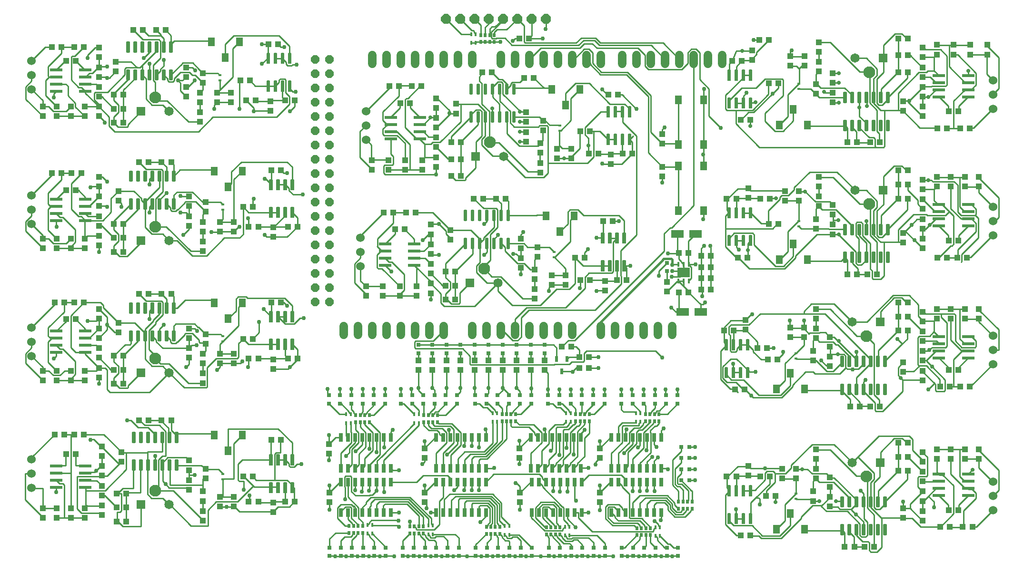
<source format=gbr>
G04 EAGLE Gerber RS-274X export*
G75*
%MOMM*%
%FSLAX34Y34*%
%LPD*%
%INTop Copper*%
%IPPOS*%
%AMOC8*
5,1,8,0,0,1.08239X$1,22.5*%
G01*
%ADD10R,1.100000X1.000000*%
%ADD11R,1.000000X1.100000*%
%ADD12R,2.200000X0.600000*%
%ADD13C,0.300000*%
%ADD14R,0.550000X0.450000*%
%ADD15C,0.150000*%
%ADD16R,1.200000X1.600000*%
%ADD17R,1.650000X1.650000*%
%ADD18C,2.100000*%
%ADD19C,1.650000*%
%ADD20C,1.524000*%
%ADD21R,0.500000X0.650000*%
%ADD22R,0.450000X0.700000*%
%ADD23R,0.650000X1.550000*%
%ADD24R,0.800000X0.800000*%
%ADD25R,0.400000X0.850000*%
%ADD26R,2.200000X1.700000*%
%ADD27R,1.300000X1.550000*%
%ADD28P,1.924489X8X112.500000*%
%ADD29R,0.600000X1.050000*%
%ADD30C,1.524000*%
%ADD31P,1.649562X8X292.500000*%
%ADD32R,2.200000X1.400000*%
%ADD33C,0.254000*%
%ADD34C,0.756400*%
%ADD35C,0.706400*%
%ADD36C,0.406400*%


D10*
X45000Y801500D03*
X45000Y818500D03*
X95000Y818500D03*
X95000Y801500D03*
D11*
X61500Y925000D03*
X78500Y925000D03*
D12*
X69000Y871350D03*
X121000Y871350D03*
X69000Y884050D03*
X69000Y858650D03*
X69000Y845950D03*
X121000Y884050D03*
X121000Y858650D03*
X121000Y845950D03*
D11*
X103500Y900000D03*
X86500Y900000D03*
X120000Y818500D03*
X120000Y801500D03*
X70000Y801500D03*
X70000Y818500D03*
D10*
X101500Y925000D03*
X118500Y925000D03*
D11*
X145000Y888500D03*
X145000Y871500D03*
X145000Y923500D03*
X145000Y906500D03*
X145000Y801500D03*
X145000Y818500D03*
D10*
X145000Y853500D03*
X145000Y836500D03*
D13*
X198400Y866900D02*
X198400Y883600D01*
X198400Y866900D02*
X195400Y866900D01*
X195400Y883600D01*
X198400Y883600D01*
X198400Y869750D02*
X195400Y869750D01*
X195400Y872600D02*
X198400Y872600D01*
X198400Y875450D02*
X195400Y875450D01*
X195400Y878300D02*
X198400Y878300D01*
X198400Y881150D02*
X195400Y881150D01*
X211100Y883600D02*
X211100Y866900D01*
X208100Y866900D01*
X208100Y883600D01*
X211100Y883600D01*
X211100Y869750D02*
X208100Y869750D01*
X208100Y872600D02*
X211100Y872600D01*
X211100Y875450D02*
X208100Y875450D01*
X208100Y878300D02*
X211100Y878300D01*
X211100Y881150D02*
X208100Y881150D01*
X223800Y883600D02*
X223800Y866900D01*
X220800Y866900D01*
X220800Y883600D01*
X223800Y883600D01*
X223800Y869750D02*
X220800Y869750D01*
X220800Y872600D02*
X223800Y872600D01*
X223800Y875450D02*
X220800Y875450D01*
X220800Y878300D02*
X223800Y878300D01*
X223800Y881150D02*
X220800Y881150D01*
X236500Y883600D02*
X236500Y866900D01*
X233500Y866900D01*
X233500Y883600D01*
X236500Y883600D01*
X236500Y869750D02*
X233500Y869750D01*
X233500Y872600D02*
X236500Y872600D01*
X236500Y875450D02*
X233500Y875450D01*
X233500Y878300D02*
X236500Y878300D01*
X236500Y881150D02*
X233500Y881150D01*
X249200Y883600D02*
X249200Y866900D01*
X246200Y866900D01*
X246200Y883600D01*
X249200Y883600D01*
X249200Y869750D02*
X246200Y869750D01*
X246200Y872600D02*
X249200Y872600D01*
X249200Y875450D02*
X246200Y875450D01*
X246200Y878300D02*
X249200Y878300D01*
X249200Y881150D02*
X246200Y881150D01*
X261900Y883600D02*
X261900Y866900D01*
X258900Y866900D01*
X258900Y883600D01*
X261900Y883600D01*
X261900Y869750D02*
X258900Y869750D01*
X258900Y872600D02*
X261900Y872600D01*
X261900Y875450D02*
X258900Y875450D01*
X258900Y878300D02*
X261900Y878300D01*
X261900Y881150D02*
X258900Y881150D01*
X274600Y883600D02*
X274600Y866900D01*
X271600Y866900D01*
X271600Y883600D01*
X274600Y883600D01*
X274600Y869750D02*
X271600Y869750D01*
X271600Y872600D02*
X274600Y872600D01*
X274600Y875450D02*
X271600Y875450D01*
X271600Y878300D02*
X274600Y878300D01*
X274600Y881150D02*
X271600Y881150D01*
X274600Y916400D02*
X274600Y933100D01*
X274600Y916400D02*
X271600Y916400D01*
X271600Y933100D01*
X274600Y933100D01*
X274600Y919250D02*
X271600Y919250D01*
X271600Y922100D02*
X274600Y922100D01*
X274600Y924950D02*
X271600Y924950D01*
X271600Y927800D02*
X274600Y927800D01*
X274600Y930650D02*
X271600Y930650D01*
X261900Y933100D02*
X261900Y916400D01*
X258900Y916400D01*
X258900Y933100D01*
X261900Y933100D01*
X261900Y919250D02*
X258900Y919250D01*
X258900Y922100D02*
X261900Y922100D01*
X261900Y924950D02*
X258900Y924950D01*
X258900Y927800D02*
X261900Y927800D01*
X261900Y930650D02*
X258900Y930650D01*
X249200Y933100D02*
X249200Y916400D01*
X246200Y916400D01*
X246200Y933100D01*
X249200Y933100D01*
X249200Y919250D02*
X246200Y919250D01*
X246200Y922100D02*
X249200Y922100D01*
X249200Y924950D02*
X246200Y924950D01*
X246200Y927800D02*
X249200Y927800D01*
X249200Y930650D02*
X246200Y930650D01*
X236500Y933100D02*
X236500Y916400D01*
X233500Y916400D01*
X233500Y933100D01*
X236500Y933100D01*
X236500Y919250D02*
X233500Y919250D01*
X233500Y922100D02*
X236500Y922100D01*
X236500Y924950D02*
X233500Y924950D01*
X233500Y927800D02*
X236500Y927800D01*
X236500Y930650D02*
X233500Y930650D01*
X223800Y933100D02*
X223800Y916400D01*
X220800Y916400D01*
X220800Y933100D01*
X223800Y933100D01*
X223800Y919250D02*
X220800Y919250D01*
X220800Y922100D02*
X223800Y922100D01*
X223800Y924950D02*
X220800Y924950D01*
X220800Y927800D02*
X223800Y927800D01*
X223800Y930650D02*
X220800Y930650D01*
X211100Y933100D02*
X211100Y916400D01*
X208100Y916400D01*
X208100Y933100D01*
X211100Y933100D01*
X211100Y919250D02*
X208100Y919250D01*
X208100Y922100D02*
X211100Y922100D01*
X211100Y924950D02*
X208100Y924950D01*
X208100Y927800D02*
X211100Y927800D01*
X211100Y930650D02*
X208100Y930650D01*
X198400Y933100D02*
X198400Y916400D01*
X195400Y916400D01*
X195400Y933100D01*
X198400Y933100D01*
X198400Y919250D02*
X195400Y919250D01*
X195400Y922100D02*
X198400Y922100D01*
X198400Y924950D02*
X195400Y924950D01*
X195400Y927800D02*
X198400Y927800D01*
X198400Y930650D02*
X195400Y930650D01*
D10*
X171500Y815000D03*
X188500Y815000D03*
D11*
X175000Y881500D03*
X175000Y898500D03*
X171500Y840000D03*
X188500Y840000D03*
D10*
X188500Y790000D03*
X171500Y790000D03*
D11*
X300000Y871500D03*
X300000Y888500D03*
X300000Y836500D03*
X300000Y853500D03*
X325000Y791500D03*
X325000Y808500D03*
X355000Y826500D03*
X355000Y843500D03*
D10*
X325000Y826500D03*
X325000Y843500D03*
X330000Y878500D03*
X330000Y861500D03*
D14*
X360000Y865250D03*
X360000Y874750D03*
D10*
X380000Y826500D03*
X380000Y843500D03*
D11*
X223500Y955000D03*
X206500Y955000D03*
X246500Y955000D03*
X263500Y955000D03*
D15*
X448200Y864400D02*
X448200Y846200D01*
X443700Y846200D01*
X443700Y864400D01*
X448200Y864400D01*
X448200Y847625D02*
X443700Y847625D01*
X443700Y849050D02*
X448200Y849050D01*
X448200Y850475D02*
X443700Y850475D01*
X443700Y851900D02*
X448200Y851900D01*
X448200Y853325D02*
X443700Y853325D01*
X443700Y854750D02*
X448200Y854750D01*
X448200Y856175D02*
X443700Y856175D01*
X443700Y857600D02*
X448200Y857600D01*
X448200Y859025D02*
X443700Y859025D01*
X443700Y860450D02*
X448200Y860450D01*
X448200Y861875D02*
X443700Y861875D01*
X443700Y863300D02*
X448200Y863300D01*
X460900Y864400D02*
X460900Y846200D01*
X456400Y846200D01*
X456400Y864400D01*
X460900Y864400D01*
X460900Y847625D02*
X456400Y847625D01*
X456400Y849050D02*
X460900Y849050D01*
X460900Y850475D02*
X456400Y850475D01*
X456400Y851900D02*
X460900Y851900D01*
X460900Y853325D02*
X456400Y853325D01*
X456400Y854750D02*
X460900Y854750D01*
X460900Y856175D02*
X456400Y856175D01*
X456400Y857600D02*
X460900Y857600D01*
X460900Y859025D02*
X456400Y859025D01*
X456400Y860450D02*
X460900Y860450D01*
X460900Y861875D02*
X456400Y861875D01*
X456400Y863300D02*
X460900Y863300D01*
X473600Y864400D02*
X473600Y846200D01*
X469100Y846200D01*
X469100Y864400D01*
X473600Y864400D01*
X473600Y847625D02*
X469100Y847625D01*
X469100Y849050D02*
X473600Y849050D01*
X473600Y850475D02*
X469100Y850475D01*
X469100Y851900D02*
X473600Y851900D01*
X473600Y853325D02*
X469100Y853325D01*
X469100Y854750D02*
X473600Y854750D01*
X473600Y856175D02*
X469100Y856175D01*
X469100Y857600D02*
X473600Y857600D01*
X473600Y859025D02*
X469100Y859025D01*
X469100Y860450D02*
X473600Y860450D01*
X473600Y861875D02*
X469100Y861875D01*
X469100Y863300D02*
X473600Y863300D01*
X486300Y864400D02*
X486300Y846200D01*
X481800Y846200D01*
X481800Y864400D01*
X486300Y864400D01*
X486300Y847625D02*
X481800Y847625D01*
X481800Y849050D02*
X486300Y849050D01*
X486300Y850475D02*
X481800Y850475D01*
X481800Y851900D02*
X486300Y851900D01*
X486300Y853325D02*
X481800Y853325D01*
X481800Y854750D02*
X486300Y854750D01*
X486300Y856175D02*
X481800Y856175D01*
X481800Y857600D02*
X486300Y857600D01*
X486300Y859025D02*
X481800Y859025D01*
X481800Y860450D02*
X486300Y860450D01*
X486300Y861875D02*
X481800Y861875D01*
X481800Y863300D02*
X486300Y863300D01*
X486300Y895600D02*
X486300Y913800D01*
X486300Y895600D02*
X481800Y895600D01*
X481800Y913800D01*
X486300Y913800D01*
X486300Y897025D02*
X481800Y897025D01*
X481800Y898450D02*
X486300Y898450D01*
X486300Y899875D02*
X481800Y899875D01*
X481800Y901300D02*
X486300Y901300D01*
X486300Y902725D02*
X481800Y902725D01*
X481800Y904150D02*
X486300Y904150D01*
X486300Y905575D02*
X481800Y905575D01*
X481800Y907000D02*
X486300Y907000D01*
X486300Y908425D02*
X481800Y908425D01*
X481800Y909850D02*
X486300Y909850D01*
X486300Y911275D02*
X481800Y911275D01*
X481800Y912700D02*
X486300Y912700D01*
X473600Y913800D02*
X473600Y895600D01*
X469100Y895600D01*
X469100Y913800D01*
X473600Y913800D01*
X473600Y897025D02*
X469100Y897025D01*
X469100Y898450D02*
X473600Y898450D01*
X473600Y899875D02*
X469100Y899875D01*
X469100Y901300D02*
X473600Y901300D01*
X473600Y902725D02*
X469100Y902725D01*
X469100Y904150D02*
X473600Y904150D01*
X473600Y905575D02*
X469100Y905575D01*
X469100Y907000D02*
X473600Y907000D01*
X473600Y908425D02*
X469100Y908425D01*
X469100Y909850D02*
X473600Y909850D01*
X473600Y911275D02*
X469100Y911275D01*
X469100Y912700D02*
X473600Y912700D01*
X460900Y913800D02*
X460900Y895600D01*
X456400Y895600D01*
X456400Y913800D01*
X460900Y913800D01*
X460900Y897025D02*
X456400Y897025D01*
X456400Y898450D02*
X460900Y898450D01*
X460900Y899875D02*
X456400Y899875D01*
X456400Y901300D02*
X460900Y901300D01*
X460900Y902725D02*
X456400Y902725D01*
X456400Y904150D02*
X460900Y904150D01*
X460900Y905575D02*
X456400Y905575D01*
X456400Y907000D02*
X460900Y907000D01*
X460900Y908425D02*
X456400Y908425D01*
X456400Y909850D02*
X460900Y909850D01*
X460900Y911275D02*
X456400Y911275D01*
X456400Y912700D02*
X460900Y912700D01*
X448200Y913800D02*
X448200Y895600D01*
X443700Y895600D01*
X443700Y913800D01*
X448200Y913800D01*
X448200Y897025D02*
X443700Y897025D01*
X443700Y898450D02*
X448200Y898450D01*
X448200Y899875D02*
X443700Y899875D01*
X443700Y901300D02*
X448200Y901300D01*
X448200Y902725D02*
X443700Y902725D01*
X443700Y904150D02*
X448200Y904150D01*
X448200Y905575D02*
X443700Y905575D01*
X443700Y907000D02*
X448200Y907000D01*
X448200Y908425D02*
X443700Y908425D01*
X443700Y909850D02*
X448200Y909850D01*
X448200Y911275D02*
X443700Y911275D01*
X443700Y912700D02*
X448200Y912700D01*
D16*
X395000Y934000D03*
X370000Y906000D03*
X345000Y934000D03*
D11*
X493500Y830000D03*
X476500Y830000D03*
X423500Y830000D03*
X406500Y830000D03*
D10*
X446500Y930000D03*
X463500Y930000D03*
D11*
X450000Y828500D03*
X450000Y811500D03*
D10*
X396500Y865000D03*
X413500Y865000D03*
X45000Y566500D03*
X45000Y583500D03*
X95000Y583500D03*
X95000Y566500D03*
D11*
X61500Y700000D03*
X78500Y700000D03*
D12*
X69000Y641350D03*
X121000Y641350D03*
X69000Y654050D03*
X69000Y628650D03*
X69000Y615950D03*
X121000Y654050D03*
X121000Y628650D03*
X121000Y615950D03*
D11*
X120000Y583500D03*
X120000Y566500D03*
X70000Y566500D03*
X70000Y583500D03*
D10*
X96500Y700000D03*
X113500Y700000D03*
D11*
X145000Y658500D03*
X145000Y641500D03*
X145000Y693500D03*
X145000Y676500D03*
X145000Y571500D03*
X145000Y588500D03*
D10*
X145000Y623500D03*
X145000Y606500D03*
D13*
X203400Y636900D02*
X203400Y653600D01*
X203400Y636900D02*
X200400Y636900D01*
X200400Y653600D01*
X203400Y653600D01*
X203400Y639750D02*
X200400Y639750D01*
X200400Y642600D02*
X203400Y642600D01*
X203400Y645450D02*
X200400Y645450D01*
X200400Y648300D02*
X203400Y648300D01*
X203400Y651150D02*
X200400Y651150D01*
X216100Y653600D02*
X216100Y636900D01*
X213100Y636900D01*
X213100Y653600D01*
X216100Y653600D01*
X216100Y639750D02*
X213100Y639750D01*
X213100Y642600D02*
X216100Y642600D01*
X216100Y645450D02*
X213100Y645450D01*
X213100Y648300D02*
X216100Y648300D01*
X216100Y651150D02*
X213100Y651150D01*
X228800Y653600D02*
X228800Y636900D01*
X225800Y636900D01*
X225800Y653600D01*
X228800Y653600D01*
X228800Y639750D02*
X225800Y639750D01*
X225800Y642600D02*
X228800Y642600D01*
X228800Y645450D02*
X225800Y645450D01*
X225800Y648300D02*
X228800Y648300D01*
X228800Y651150D02*
X225800Y651150D01*
X241500Y653600D02*
X241500Y636900D01*
X238500Y636900D01*
X238500Y653600D01*
X241500Y653600D01*
X241500Y639750D02*
X238500Y639750D01*
X238500Y642600D02*
X241500Y642600D01*
X241500Y645450D02*
X238500Y645450D01*
X238500Y648300D02*
X241500Y648300D01*
X241500Y651150D02*
X238500Y651150D01*
X254200Y653600D02*
X254200Y636900D01*
X251200Y636900D01*
X251200Y653600D01*
X254200Y653600D01*
X254200Y639750D02*
X251200Y639750D01*
X251200Y642600D02*
X254200Y642600D01*
X254200Y645450D02*
X251200Y645450D01*
X251200Y648300D02*
X254200Y648300D01*
X254200Y651150D02*
X251200Y651150D01*
X266900Y653600D02*
X266900Y636900D01*
X263900Y636900D01*
X263900Y653600D01*
X266900Y653600D01*
X266900Y639750D02*
X263900Y639750D01*
X263900Y642600D02*
X266900Y642600D01*
X266900Y645450D02*
X263900Y645450D01*
X263900Y648300D02*
X266900Y648300D01*
X266900Y651150D02*
X263900Y651150D01*
X279600Y653600D02*
X279600Y636900D01*
X276600Y636900D01*
X276600Y653600D01*
X279600Y653600D01*
X279600Y639750D02*
X276600Y639750D01*
X276600Y642600D02*
X279600Y642600D01*
X279600Y645450D02*
X276600Y645450D01*
X276600Y648300D02*
X279600Y648300D01*
X279600Y651150D02*
X276600Y651150D01*
X279600Y686400D02*
X279600Y703100D01*
X279600Y686400D02*
X276600Y686400D01*
X276600Y703100D01*
X279600Y703100D01*
X279600Y689250D02*
X276600Y689250D01*
X276600Y692100D02*
X279600Y692100D01*
X279600Y694950D02*
X276600Y694950D01*
X276600Y697800D02*
X279600Y697800D01*
X279600Y700650D02*
X276600Y700650D01*
X266900Y703100D02*
X266900Y686400D01*
X263900Y686400D01*
X263900Y703100D01*
X266900Y703100D01*
X266900Y689250D02*
X263900Y689250D01*
X263900Y692100D02*
X266900Y692100D01*
X266900Y694950D02*
X263900Y694950D01*
X263900Y697800D02*
X266900Y697800D01*
X266900Y700650D02*
X263900Y700650D01*
X254200Y703100D02*
X254200Y686400D01*
X251200Y686400D01*
X251200Y703100D01*
X254200Y703100D01*
X254200Y689250D02*
X251200Y689250D01*
X251200Y692100D02*
X254200Y692100D01*
X254200Y694950D02*
X251200Y694950D01*
X251200Y697800D02*
X254200Y697800D01*
X254200Y700650D02*
X251200Y700650D01*
X241500Y703100D02*
X241500Y686400D01*
X238500Y686400D01*
X238500Y703100D01*
X241500Y703100D01*
X241500Y689250D02*
X238500Y689250D01*
X238500Y692100D02*
X241500Y692100D01*
X241500Y694950D02*
X238500Y694950D01*
X238500Y697800D02*
X241500Y697800D01*
X241500Y700650D02*
X238500Y700650D01*
X228800Y703100D02*
X228800Y686400D01*
X225800Y686400D01*
X225800Y703100D01*
X228800Y703100D01*
X228800Y689250D02*
X225800Y689250D01*
X225800Y692100D02*
X228800Y692100D01*
X228800Y694950D02*
X225800Y694950D01*
X225800Y697800D02*
X228800Y697800D01*
X228800Y700650D02*
X225800Y700650D01*
X216100Y703100D02*
X216100Y686400D01*
X213100Y686400D01*
X213100Y703100D01*
X216100Y703100D01*
X216100Y689250D02*
X213100Y689250D01*
X213100Y692100D02*
X216100Y692100D01*
X216100Y694950D02*
X213100Y694950D01*
X213100Y697800D02*
X216100Y697800D01*
X216100Y700650D02*
X213100Y700650D01*
X203400Y703100D02*
X203400Y686400D01*
X200400Y686400D01*
X200400Y703100D01*
X203400Y703100D01*
X203400Y689250D02*
X200400Y689250D01*
X200400Y692100D02*
X203400Y692100D01*
X203400Y694950D02*
X200400Y694950D01*
X200400Y697800D02*
X203400Y697800D01*
X203400Y700650D02*
X200400Y700650D01*
D10*
X171500Y585000D03*
X188500Y585000D03*
D11*
X180000Y651500D03*
X180000Y668500D03*
X171500Y610000D03*
X188500Y610000D03*
D10*
X188500Y560000D03*
X171500Y560000D03*
D11*
X305000Y623500D03*
X305000Y606500D03*
X305000Y641500D03*
X305000Y658500D03*
X330000Y561500D03*
X330000Y578500D03*
X360000Y596500D03*
X360000Y613500D03*
D10*
X330000Y596500D03*
X330000Y613500D03*
X335000Y648500D03*
X335000Y631500D03*
D14*
X365000Y635250D03*
X365000Y644750D03*
D10*
X385000Y596500D03*
X385000Y613500D03*
D11*
X233500Y720000D03*
X216500Y720000D03*
X256500Y720000D03*
X273500Y720000D03*
D15*
X453200Y639400D02*
X453200Y621200D01*
X448700Y621200D01*
X448700Y639400D01*
X453200Y639400D01*
X453200Y622625D02*
X448700Y622625D01*
X448700Y624050D02*
X453200Y624050D01*
X453200Y625475D02*
X448700Y625475D01*
X448700Y626900D02*
X453200Y626900D01*
X453200Y628325D02*
X448700Y628325D01*
X448700Y629750D02*
X453200Y629750D01*
X453200Y631175D02*
X448700Y631175D01*
X448700Y632600D02*
X453200Y632600D01*
X453200Y634025D02*
X448700Y634025D01*
X448700Y635450D02*
X453200Y635450D01*
X453200Y636875D02*
X448700Y636875D01*
X448700Y638300D02*
X453200Y638300D01*
X465900Y639400D02*
X465900Y621200D01*
X461400Y621200D01*
X461400Y639400D01*
X465900Y639400D01*
X465900Y622625D02*
X461400Y622625D01*
X461400Y624050D02*
X465900Y624050D01*
X465900Y625475D02*
X461400Y625475D01*
X461400Y626900D02*
X465900Y626900D01*
X465900Y628325D02*
X461400Y628325D01*
X461400Y629750D02*
X465900Y629750D01*
X465900Y631175D02*
X461400Y631175D01*
X461400Y632600D02*
X465900Y632600D01*
X465900Y634025D02*
X461400Y634025D01*
X461400Y635450D02*
X465900Y635450D01*
X465900Y636875D02*
X461400Y636875D01*
X461400Y638300D02*
X465900Y638300D01*
X478600Y639400D02*
X478600Y621200D01*
X474100Y621200D01*
X474100Y639400D01*
X478600Y639400D01*
X478600Y622625D02*
X474100Y622625D01*
X474100Y624050D02*
X478600Y624050D01*
X478600Y625475D02*
X474100Y625475D01*
X474100Y626900D02*
X478600Y626900D01*
X478600Y628325D02*
X474100Y628325D01*
X474100Y629750D02*
X478600Y629750D01*
X478600Y631175D02*
X474100Y631175D01*
X474100Y632600D02*
X478600Y632600D01*
X478600Y634025D02*
X474100Y634025D01*
X474100Y635450D02*
X478600Y635450D01*
X478600Y636875D02*
X474100Y636875D01*
X474100Y638300D02*
X478600Y638300D01*
X491300Y639400D02*
X491300Y621200D01*
X486800Y621200D01*
X486800Y639400D01*
X491300Y639400D01*
X491300Y622625D02*
X486800Y622625D01*
X486800Y624050D02*
X491300Y624050D01*
X491300Y625475D02*
X486800Y625475D01*
X486800Y626900D02*
X491300Y626900D01*
X491300Y628325D02*
X486800Y628325D01*
X486800Y629750D02*
X491300Y629750D01*
X491300Y631175D02*
X486800Y631175D01*
X486800Y632600D02*
X491300Y632600D01*
X491300Y634025D02*
X486800Y634025D01*
X486800Y635450D02*
X491300Y635450D01*
X491300Y636875D02*
X486800Y636875D01*
X486800Y638300D02*
X491300Y638300D01*
X491300Y670600D02*
X491300Y688800D01*
X491300Y670600D02*
X486800Y670600D01*
X486800Y688800D01*
X491300Y688800D01*
X491300Y672025D02*
X486800Y672025D01*
X486800Y673450D02*
X491300Y673450D01*
X491300Y674875D02*
X486800Y674875D01*
X486800Y676300D02*
X491300Y676300D01*
X491300Y677725D02*
X486800Y677725D01*
X486800Y679150D02*
X491300Y679150D01*
X491300Y680575D02*
X486800Y680575D01*
X486800Y682000D02*
X491300Y682000D01*
X491300Y683425D02*
X486800Y683425D01*
X486800Y684850D02*
X491300Y684850D01*
X491300Y686275D02*
X486800Y686275D01*
X486800Y687700D02*
X491300Y687700D01*
X478600Y688800D02*
X478600Y670600D01*
X474100Y670600D01*
X474100Y688800D01*
X478600Y688800D01*
X478600Y672025D02*
X474100Y672025D01*
X474100Y673450D02*
X478600Y673450D01*
X478600Y674875D02*
X474100Y674875D01*
X474100Y676300D02*
X478600Y676300D01*
X478600Y677725D02*
X474100Y677725D01*
X474100Y679150D02*
X478600Y679150D01*
X478600Y680575D02*
X474100Y680575D01*
X474100Y682000D02*
X478600Y682000D01*
X478600Y683425D02*
X474100Y683425D01*
X474100Y684850D02*
X478600Y684850D01*
X478600Y686275D02*
X474100Y686275D01*
X474100Y687700D02*
X478600Y687700D01*
X465900Y688800D02*
X465900Y670600D01*
X461400Y670600D01*
X461400Y688800D01*
X465900Y688800D01*
X465900Y672025D02*
X461400Y672025D01*
X461400Y673450D02*
X465900Y673450D01*
X465900Y674875D02*
X461400Y674875D01*
X461400Y676300D02*
X465900Y676300D01*
X465900Y677725D02*
X461400Y677725D01*
X461400Y679150D02*
X465900Y679150D01*
X465900Y680575D02*
X461400Y680575D01*
X461400Y682000D02*
X465900Y682000D01*
X465900Y683425D02*
X461400Y683425D01*
X461400Y684850D02*
X465900Y684850D01*
X465900Y686275D02*
X461400Y686275D01*
X461400Y687700D02*
X465900Y687700D01*
X453200Y688800D02*
X453200Y670600D01*
X448700Y670600D01*
X448700Y688800D01*
X453200Y688800D01*
X453200Y672025D02*
X448700Y672025D01*
X448700Y673450D02*
X453200Y673450D01*
X453200Y674875D02*
X448700Y674875D01*
X448700Y676300D02*
X453200Y676300D01*
X453200Y677725D02*
X448700Y677725D01*
X448700Y679150D02*
X453200Y679150D01*
X453200Y680575D02*
X448700Y680575D01*
X448700Y682000D02*
X453200Y682000D01*
X453200Y683425D02*
X448700Y683425D01*
X448700Y684850D02*
X453200Y684850D01*
X453200Y686275D02*
X448700Y686275D01*
X448700Y687700D02*
X453200Y687700D01*
D16*
X400000Y704000D03*
X375000Y676000D03*
X350000Y704000D03*
D11*
X411500Y605000D03*
X428500Y605000D03*
X481500Y605000D03*
X498500Y605000D03*
D10*
X451500Y705000D03*
X468500Y705000D03*
D11*
X455000Y603500D03*
X455000Y586500D03*
D10*
X418500Y640000D03*
X401500Y640000D03*
X45000Y331500D03*
X45000Y348500D03*
X95000Y348500D03*
X95000Y331500D03*
D11*
X66500Y470000D03*
X83500Y470000D03*
D12*
X69000Y406350D03*
X121000Y406350D03*
X69000Y419050D03*
X69000Y393650D03*
X69000Y380950D03*
X121000Y419050D03*
X121000Y393650D03*
X121000Y380950D03*
D11*
X103500Y440000D03*
X86500Y440000D03*
X120000Y348500D03*
X120000Y331500D03*
X70000Y331500D03*
X70000Y348500D03*
D10*
X101500Y470000D03*
X118500Y470000D03*
D11*
X145000Y423500D03*
X145000Y406500D03*
X145000Y458500D03*
X145000Y441500D03*
X145000Y336500D03*
X145000Y353500D03*
D10*
X145000Y388500D03*
X145000Y371500D03*
D13*
X203400Y401900D02*
X203400Y418600D01*
X203400Y401900D02*
X200400Y401900D01*
X200400Y418600D01*
X203400Y418600D01*
X203400Y404750D02*
X200400Y404750D01*
X200400Y407600D02*
X203400Y407600D01*
X203400Y410450D02*
X200400Y410450D01*
X200400Y413300D02*
X203400Y413300D01*
X203400Y416150D02*
X200400Y416150D01*
X216100Y418600D02*
X216100Y401900D01*
X213100Y401900D01*
X213100Y418600D01*
X216100Y418600D01*
X216100Y404750D02*
X213100Y404750D01*
X213100Y407600D02*
X216100Y407600D01*
X216100Y410450D02*
X213100Y410450D01*
X213100Y413300D02*
X216100Y413300D01*
X216100Y416150D02*
X213100Y416150D01*
X228800Y418600D02*
X228800Y401900D01*
X225800Y401900D01*
X225800Y418600D01*
X228800Y418600D01*
X228800Y404750D02*
X225800Y404750D01*
X225800Y407600D02*
X228800Y407600D01*
X228800Y410450D02*
X225800Y410450D01*
X225800Y413300D02*
X228800Y413300D01*
X228800Y416150D02*
X225800Y416150D01*
X241500Y418600D02*
X241500Y401900D01*
X238500Y401900D01*
X238500Y418600D01*
X241500Y418600D01*
X241500Y404750D02*
X238500Y404750D01*
X238500Y407600D02*
X241500Y407600D01*
X241500Y410450D02*
X238500Y410450D01*
X238500Y413300D02*
X241500Y413300D01*
X241500Y416150D02*
X238500Y416150D01*
X254200Y418600D02*
X254200Y401900D01*
X251200Y401900D01*
X251200Y418600D01*
X254200Y418600D01*
X254200Y404750D02*
X251200Y404750D01*
X251200Y407600D02*
X254200Y407600D01*
X254200Y410450D02*
X251200Y410450D01*
X251200Y413300D02*
X254200Y413300D01*
X254200Y416150D02*
X251200Y416150D01*
X266900Y418600D02*
X266900Y401900D01*
X263900Y401900D01*
X263900Y418600D01*
X266900Y418600D01*
X266900Y404750D02*
X263900Y404750D01*
X263900Y407600D02*
X266900Y407600D01*
X266900Y410450D02*
X263900Y410450D01*
X263900Y413300D02*
X266900Y413300D01*
X266900Y416150D02*
X263900Y416150D01*
X279600Y418600D02*
X279600Y401900D01*
X276600Y401900D01*
X276600Y418600D01*
X279600Y418600D01*
X279600Y404750D02*
X276600Y404750D01*
X276600Y407600D02*
X279600Y407600D01*
X279600Y410450D02*
X276600Y410450D01*
X276600Y413300D02*
X279600Y413300D01*
X279600Y416150D02*
X276600Y416150D01*
X279600Y451400D02*
X279600Y468100D01*
X279600Y451400D02*
X276600Y451400D01*
X276600Y468100D01*
X279600Y468100D01*
X279600Y454250D02*
X276600Y454250D01*
X276600Y457100D02*
X279600Y457100D01*
X279600Y459950D02*
X276600Y459950D01*
X276600Y462800D02*
X279600Y462800D01*
X279600Y465650D02*
X276600Y465650D01*
X266900Y468100D02*
X266900Y451400D01*
X263900Y451400D01*
X263900Y468100D01*
X266900Y468100D01*
X266900Y454250D02*
X263900Y454250D01*
X263900Y457100D02*
X266900Y457100D01*
X266900Y459950D02*
X263900Y459950D01*
X263900Y462800D02*
X266900Y462800D01*
X266900Y465650D02*
X263900Y465650D01*
X254200Y468100D02*
X254200Y451400D01*
X251200Y451400D01*
X251200Y468100D01*
X254200Y468100D01*
X254200Y454250D02*
X251200Y454250D01*
X251200Y457100D02*
X254200Y457100D01*
X254200Y459950D02*
X251200Y459950D01*
X251200Y462800D02*
X254200Y462800D01*
X254200Y465650D02*
X251200Y465650D01*
X241500Y468100D02*
X241500Y451400D01*
X238500Y451400D01*
X238500Y468100D01*
X241500Y468100D01*
X241500Y454250D02*
X238500Y454250D01*
X238500Y457100D02*
X241500Y457100D01*
X241500Y459950D02*
X238500Y459950D01*
X238500Y462800D02*
X241500Y462800D01*
X241500Y465650D02*
X238500Y465650D01*
X228800Y468100D02*
X228800Y451400D01*
X225800Y451400D01*
X225800Y468100D01*
X228800Y468100D01*
X228800Y454250D02*
X225800Y454250D01*
X225800Y457100D02*
X228800Y457100D01*
X228800Y459950D02*
X225800Y459950D01*
X225800Y462800D02*
X228800Y462800D01*
X228800Y465650D02*
X225800Y465650D01*
X216100Y468100D02*
X216100Y451400D01*
X213100Y451400D01*
X213100Y468100D01*
X216100Y468100D01*
X216100Y454250D02*
X213100Y454250D01*
X213100Y457100D02*
X216100Y457100D01*
X216100Y459950D02*
X213100Y459950D01*
X213100Y462800D02*
X216100Y462800D01*
X216100Y465650D02*
X213100Y465650D01*
X203400Y468100D02*
X203400Y451400D01*
X200400Y451400D01*
X200400Y468100D01*
X203400Y468100D01*
X203400Y454250D02*
X200400Y454250D01*
X200400Y457100D02*
X203400Y457100D01*
X203400Y459950D02*
X200400Y459950D01*
X200400Y462800D02*
X203400Y462800D01*
X203400Y465650D02*
X200400Y465650D01*
D10*
X171500Y350000D03*
X188500Y350000D03*
D11*
X180000Y416500D03*
X180000Y433500D03*
X171500Y375000D03*
X188500Y375000D03*
D10*
X188500Y325000D03*
X171500Y325000D03*
D11*
X305000Y388500D03*
X305000Y371500D03*
X305000Y406500D03*
X305000Y423500D03*
X330000Y326500D03*
X330000Y343500D03*
X360000Y361500D03*
X360000Y378500D03*
D10*
X330000Y361500D03*
X330000Y378500D03*
D14*
X365000Y400250D03*
X365000Y409750D03*
D10*
X385000Y361500D03*
X385000Y378500D03*
D11*
X233500Y485000D03*
X216500Y485000D03*
X256500Y485000D03*
X273500Y485000D03*
D15*
X453200Y404400D02*
X453200Y386200D01*
X448700Y386200D01*
X448700Y404400D01*
X453200Y404400D01*
X453200Y387625D02*
X448700Y387625D01*
X448700Y389050D02*
X453200Y389050D01*
X453200Y390475D02*
X448700Y390475D01*
X448700Y391900D02*
X453200Y391900D01*
X453200Y393325D02*
X448700Y393325D01*
X448700Y394750D02*
X453200Y394750D01*
X453200Y396175D02*
X448700Y396175D01*
X448700Y397600D02*
X453200Y397600D01*
X453200Y399025D02*
X448700Y399025D01*
X448700Y400450D02*
X453200Y400450D01*
X453200Y401875D02*
X448700Y401875D01*
X448700Y403300D02*
X453200Y403300D01*
X465900Y404400D02*
X465900Y386200D01*
X461400Y386200D01*
X461400Y404400D01*
X465900Y404400D01*
X465900Y387625D02*
X461400Y387625D01*
X461400Y389050D02*
X465900Y389050D01*
X465900Y390475D02*
X461400Y390475D01*
X461400Y391900D02*
X465900Y391900D01*
X465900Y393325D02*
X461400Y393325D01*
X461400Y394750D02*
X465900Y394750D01*
X465900Y396175D02*
X461400Y396175D01*
X461400Y397600D02*
X465900Y397600D01*
X465900Y399025D02*
X461400Y399025D01*
X461400Y400450D02*
X465900Y400450D01*
X465900Y401875D02*
X461400Y401875D01*
X461400Y403300D02*
X465900Y403300D01*
X478600Y404400D02*
X478600Y386200D01*
X474100Y386200D01*
X474100Y404400D01*
X478600Y404400D01*
X478600Y387625D02*
X474100Y387625D01*
X474100Y389050D02*
X478600Y389050D01*
X478600Y390475D02*
X474100Y390475D01*
X474100Y391900D02*
X478600Y391900D01*
X478600Y393325D02*
X474100Y393325D01*
X474100Y394750D02*
X478600Y394750D01*
X478600Y396175D02*
X474100Y396175D01*
X474100Y397600D02*
X478600Y397600D01*
X478600Y399025D02*
X474100Y399025D01*
X474100Y400450D02*
X478600Y400450D01*
X478600Y401875D02*
X474100Y401875D01*
X474100Y403300D02*
X478600Y403300D01*
X491300Y404400D02*
X491300Y386200D01*
X486800Y386200D01*
X486800Y404400D01*
X491300Y404400D01*
X491300Y387625D02*
X486800Y387625D01*
X486800Y389050D02*
X491300Y389050D01*
X491300Y390475D02*
X486800Y390475D01*
X486800Y391900D02*
X491300Y391900D01*
X491300Y393325D02*
X486800Y393325D01*
X486800Y394750D02*
X491300Y394750D01*
X491300Y396175D02*
X486800Y396175D01*
X486800Y397600D02*
X491300Y397600D01*
X491300Y399025D02*
X486800Y399025D01*
X486800Y400450D02*
X491300Y400450D01*
X491300Y401875D02*
X486800Y401875D01*
X486800Y403300D02*
X491300Y403300D01*
X491300Y435600D02*
X491300Y453800D01*
X491300Y435600D02*
X486800Y435600D01*
X486800Y453800D01*
X491300Y453800D01*
X491300Y437025D02*
X486800Y437025D01*
X486800Y438450D02*
X491300Y438450D01*
X491300Y439875D02*
X486800Y439875D01*
X486800Y441300D02*
X491300Y441300D01*
X491300Y442725D02*
X486800Y442725D01*
X486800Y444150D02*
X491300Y444150D01*
X491300Y445575D02*
X486800Y445575D01*
X486800Y447000D02*
X491300Y447000D01*
X491300Y448425D02*
X486800Y448425D01*
X486800Y449850D02*
X491300Y449850D01*
X491300Y451275D02*
X486800Y451275D01*
X486800Y452700D02*
X491300Y452700D01*
X478600Y453800D02*
X478600Y435600D01*
X474100Y435600D01*
X474100Y453800D01*
X478600Y453800D01*
X478600Y437025D02*
X474100Y437025D01*
X474100Y438450D02*
X478600Y438450D01*
X478600Y439875D02*
X474100Y439875D01*
X474100Y441300D02*
X478600Y441300D01*
X478600Y442725D02*
X474100Y442725D01*
X474100Y444150D02*
X478600Y444150D01*
X478600Y445575D02*
X474100Y445575D01*
X474100Y447000D02*
X478600Y447000D01*
X478600Y448425D02*
X474100Y448425D01*
X474100Y449850D02*
X478600Y449850D01*
X478600Y451275D02*
X474100Y451275D01*
X474100Y452700D02*
X478600Y452700D01*
X465900Y453800D02*
X465900Y435600D01*
X461400Y435600D01*
X461400Y453800D01*
X465900Y453800D01*
X465900Y437025D02*
X461400Y437025D01*
X461400Y438450D02*
X465900Y438450D01*
X465900Y439875D02*
X461400Y439875D01*
X461400Y441300D02*
X465900Y441300D01*
X465900Y442725D02*
X461400Y442725D01*
X461400Y444150D02*
X465900Y444150D01*
X465900Y445575D02*
X461400Y445575D01*
X461400Y447000D02*
X465900Y447000D01*
X465900Y448425D02*
X461400Y448425D01*
X461400Y449850D02*
X465900Y449850D01*
X465900Y451275D02*
X461400Y451275D01*
X461400Y452700D02*
X465900Y452700D01*
X453200Y453800D02*
X453200Y435600D01*
X448700Y435600D01*
X448700Y453800D01*
X453200Y453800D01*
X453200Y437025D02*
X448700Y437025D01*
X448700Y438450D02*
X453200Y438450D01*
X453200Y439875D02*
X448700Y439875D01*
X448700Y441300D02*
X453200Y441300D01*
X453200Y442725D02*
X448700Y442725D01*
X448700Y444150D02*
X453200Y444150D01*
X453200Y445575D02*
X448700Y445575D01*
X448700Y447000D02*
X453200Y447000D01*
X453200Y448425D02*
X448700Y448425D01*
X448700Y449850D02*
X453200Y449850D01*
X453200Y451275D02*
X448700Y451275D01*
X448700Y452700D02*
X453200Y452700D01*
D16*
X400000Y469000D03*
X375000Y441000D03*
X350000Y469000D03*
D11*
X411500Y370000D03*
X428500Y370000D03*
X481500Y370000D03*
X498500Y370000D03*
D10*
X451500Y470000D03*
X468500Y470000D03*
D11*
X455000Y368500D03*
X455000Y351500D03*
D10*
X418500Y405000D03*
X401500Y405000D03*
D11*
X103500Y670000D03*
X86500Y670000D03*
D17*
X220000Y810000D03*
D18*
X245000Y835000D03*
D19*
X270000Y810000D03*
D17*
X220000Y580000D03*
D18*
X245000Y605000D03*
D19*
X270000Y580000D03*
D17*
X220000Y345000D03*
D18*
X245000Y370000D03*
D19*
X270000Y345000D03*
D20*
X25000Y900400D03*
X25000Y875000D03*
X25000Y849600D03*
X25000Y660400D03*
X25000Y635000D03*
X25000Y609600D03*
X25000Y425400D03*
X25000Y400000D03*
X25000Y374600D03*
D10*
X45000Y86500D03*
X45000Y103500D03*
X70000Y103500D03*
X70000Y86500D03*
D11*
X66500Y235000D03*
X83500Y235000D03*
D12*
X69000Y166350D03*
X121000Y166350D03*
X69000Y179050D03*
X69000Y153650D03*
X69000Y140950D03*
X121000Y179050D03*
X121000Y153650D03*
X121000Y140950D03*
D11*
X103500Y200000D03*
X86500Y200000D03*
X120000Y103500D03*
X120000Y86500D03*
X95000Y86500D03*
X95000Y103500D03*
D10*
X101500Y235000D03*
X118500Y235000D03*
D11*
X150000Y178500D03*
X150000Y161500D03*
X150000Y213500D03*
X150000Y196500D03*
X150000Y91500D03*
X150000Y108500D03*
D10*
X150000Y143500D03*
X150000Y126500D03*
D13*
X208400Y171900D02*
X208400Y188600D01*
X208400Y171900D02*
X205400Y171900D01*
X205400Y188600D01*
X208400Y188600D01*
X208400Y174750D02*
X205400Y174750D01*
X205400Y177600D02*
X208400Y177600D01*
X208400Y180450D02*
X205400Y180450D01*
X205400Y183300D02*
X208400Y183300D01*
X208400Y186150D02*
X205400Y186150D01*
X221100Y188600D02*
X221100Y171900D01*
X218100Y171900D01*
X218100Y188600D01*
X221100Y188600D01*
X221100Y174750D02*
X218100Y174750D01*
X218100Y177600D02*
X221100Y177600D01*
X221100Y180450D02*
X218100Y180450D01*
X218100Y183300D02*
X221100Y183300D01*
X221100Y186150D02*
X218100Y186150D01*
X233800Y188600D02*
X233800Y171900D01*
X230800Y171900D01*
X230800Y188600D01*
X233800Y188600D01*
X233800Y174750D02*
X230800Y174750D01*
X230800Y177600D02*
X233800Y177600D01*
X233800Y180450D02*
X230800Y180450D01*
X230800Y183300D02*
X233800Y183300D01*
X233800Y186150D02*
X230800Y186150D01*
X246500Y188600D02*
X246500Y171900D01*
X243500Y171900D01*
X243500Y188600D01*
X246500Y188600D01*
X246500Y174750D02*
X243500Y174750D01*
X243500Y177600D02*
X246500Y177600D01*
X246500Y180450D02*
X243500Y180450D01*
X243500Y183300D02*
X246500Y183300D01*
X246500Y186150D02*
X243500Y186150D01*
X259200Y188600D02*
X259200Y171900D01*
X256200Y171900D01*
X256200Y188600D01*
X259200Y188600D01*
X259200Y174750D02*
X256200Y174750D01*
X256200Y177600D02*
X259200Y177600D01*
X259200Y180450D02*
X256200Y180450D01*
X256200Y183300D02*
X259200Y183300D01*
X259200Y186150D02*
X256200Y186150D01*
X271900Y188600D02*
X271900Y171900D01*
X268900Y171900D01*
X268900Y188600D01*
X271900Y188600D01*
X271900Y174750D02*
X268900Y174750D01*
X268900Y177600D02*
X271900Y177600D01*
X271900Y180450D02*
X268900Y180450D01*
X268900Y183300D02*
X271900Y183300D01*
X271900Y186150D02*
X268900Y186150D01*
X284600Y188600D02*
X284600Y171900D01*
X281600Y171900D01*
X281600Y188600D01*
X284600Y188600D01*
X284600Y174750D02*
X281600Y174750D01*
X281600Y177600D02*
X284600Y177600D01*
X284600Y180450D02*
X281600Y180450D01*
X281600Y183300D02*
X284600Y183300D01*
X284600Y186150D02*
X281600Y186150D01*
X284600Y221400D02*
X284600Y238100D01*
X284600Y221400D02*
X281600Y221400D01*
X281600Y238100D01*
X284600Y238100D01*
X284600Y224250D02*
X281600Y224250D01*
X281600Y227100D02*
X284600Y227100D01*
X284600Y229950D02*
X281600Y229950D01*
X281600Y232800D02*
X284600Y232800D01*
X284600Y235650D02*
X281600Y235650D01*
X271900Y238100D02*
X271900Y221400D01*
X268900Y221400D01*
X268900Y238100D01*
X271900Y238100D01*
X271900Y224250D02*
X268900Y224250D01*
X268900Y227100D02*
X271900Y227100D01*
X271900Y229950D02*
X268900Y229950D01*
X268900Y232800D02*
X271900Y232800D01*
X271900Y235650D02*
X268900Y235650D01*
X259200Y238100D02*
X259200Y221400D01*
X256200Y221400D01*
X256200Y238100D01*
X259200Y238100D01*
X259200Y224250D02*
X256200Y224250D01*
X256200Y227100D02*
X259200Y227100D01*
X259200Y229950D02*
X256200Y229950D01*
X256200Y232800D02*
X259200Y232800D01*
X259200Y235650D02*
X256200Y235650D01*
X246500Y238100D02*
X246500Y221400D01*
X243500Y221400D01*
X243500Y238100D01*
X246500Y238100D01*
X246500Y224250D02*
X243500Y224250D01*
X243500Y227100D02*
X246500Y227100D01*
X246500Y229950D02*
X243500Y229950D01*
X243500Y232800D02*
X246500Y232800D01*
X246500Y235650D02*
X243500Y235650D01*
X233800Y238100D02*
X233800Y221400D01*
X230800Y221400D01*
X230800Y238100D01*
X233800Y238100D01*
X233800Y224250D02*
X230800Y224250D01*
X230800Y227100D02*
X233800Y227100D01*
X233800Y229950D02*
X230800Y229950D01*
X230800Y232800D02*
X233800Y232800D01*
X233800Y235650D02*
X230800Y235650D01*
X221100Y238100D02*
X221100Y221400D01*
X218100Y221400D01*
X218100Y238100D01*
X221100Y238100D01*
X221100Y224250D02*
X218100Y224250D01*
X218100Y227100D02*
X221100Y227100D01*
X221100Y229950D02*
X218100Y229950D01*
X218100Y232800D02*
X221100Y232800D01*
X221100Y235650D02*
X218100Y235650D01*
X208400Y238100D02*
X208400Y221400D01*
X205400Y221400D01*
X205400Y238100D01*
X208400Y238100D01*
X208400Y224250D02*
X205400Y224250D01*
X205400Y227100D02*
X208400Y227100D01*
X208400Y229950D02*
X205400Y229950D01*
X205400Y232800D02*
X208400Y232800D01*
X208400Y235650D02*
X205400Y235650D01*
D10*
X176500Y105000D03*
X193500Y105000D03*
D11*
X185000Y186500D03*
X185000Y203500D03*
X176500Y130000D03*
X193500Y130000D03*
D10*
X193500Y80000D03*
X176500Y80000D03*
D11*
X305000Y171500D03*
X305000Y188500D03*
X305000Y153500D03*
X305000Y136500D03*
X330000Y81500D03*
X330000Y98500D03*
X360000Y106500D03*
X360000Y123500D03*
D10*
X330000Y116500D03*
X330000Y133500D03*
X335000Y173500D03*
X335000Y156500D03*
D14*
X365000Y155250D03*
X365000Y164750D03*
D10*
X385000Y106500D03*
X385000Y123500D03*
D11*
X233500Y260000D03*
X216500Y260000D03*
X256500Y260000D03*
X273500Y260000D03*
D15*
X453200Y149400D02*
X453200Y131200D01*
X448700Y131200D01*
X448700Y149400D01*
X453200Y149400D01*
X453200Y132625D02*
X448700Y132625D01*
X448700Y134050D02*
X453200Y134050D01*
X453200Y135475D02*
X448700Y135475D01*
X448700Y136900D02*
X453200Y136900D01*
X453200Y138325D02*
X448700Y138325D01*
X448700Y139750D02*
X453200Y139750D01*
X453200Y141175D02*
X448700Y141175D01*
X448700Y142600D02*
X453200Y142600D01*
X453200Y144025D02*
X448700Y144025D01*
X448700Y145450D02*
X453200Y145450D01*
X453200Y146875D02*
X448700Y146875D01*
X448700Y148300D02*
X453200Y148300D01*
X465900Y149400D02*
X465900Y131200D01*
X461400Y131200D01*
X461400Y149400D01*
X465900Y149400D01*
X465900Y132625D02*
X461400Y132625D01*
X461400Y134050D02*
X465900Y134050D01*
X465900Y135475D02*
X461400Y135475D01*
X461400Y136900D02*
X465900Y136900D01*
X465900Y138325D02*
X461400Y138325D01*
X461400Y139750D02*
X465900Y139750D01*
X465900Y141175D02*
X461400Y141175D01*
X461400Y142600D02*
X465900Y142600D01*
X465900Y144025D02*
X461400Y144025D01*
X461400Y145450D02*
X465900Y145450D01*
X465900Y146875D02*
X461400Y146875D01*
X461400Y148300D02*
X465900Y148300D01*
X478600Y149400D02*
X478600Y131200D01*
X474100Y131200D01*
X474100Y149400D01*
X478600Y149400D01*
X478600Y132625D02*
X474100Y132625D01*
X474100Y134050D02*
X478600Y134050D01*
X478600Y135475D02*
X474100Y135475D01*
X474100Y136900D02*
X478600Y136900D01*
X478600Y138325D02*
X474100Y138325D01*
X474100Y139750D02*
X478600Y139750D01*
X478600Y141175D02*
X474100Y141175D01*
X474100Y142600D02*
X478600Y142600D01*
X478600Y144025D02*
X474100Y144025D01*
X474100Y145450D02*
X478600Y145450D01*
X478600Y146875D02*
X474100Y146875D01*
X474100Y148300D02*
X478600Y148300D01*
X491300Y149400D02*
X491300Y131200D01*
X486800Y131200D01*
X486800Y149400D01*
X491300Y149400D01*
X491300Y132625D02*
X486800Y132625D01*
X486800Y134050D02*
X491300Y134050D01*
X491300Y135475D02*
X486800Y135475D01*
X486800Y136900D02*
X491300Y136900D01*
X491300Y138325D02*
X486800Y138325D01*
X486800Y139750D02*
X491300Y139750D01*
X491300Y141175D02*
X486800Y141175D01*
X486800Y142600D02*
X491300Y142600D01*
X491300Y144025D02*
X486800Y144025D01*
X486800Y145450D02*
X491300Y145450D01*
X491300Y146875D02*
X486800Y146875D01*
X486800Y148300D02*
X491300Y148300D01*
X491300Y180600D02*
X491300Y198800D01*
X491300Y180600D02*
X486800Y180600D01*
X486800Y198800D01*
X491300Y198800D01*
X491300Y182025D02*
X486800Y182025D01*
X486800Y183450D02*
X491300Y183450D01*
X491300Y184875D02*
X486800Y184875D01*
X486800Y186300D02*
X491300Y186300D01*
X491300Y187725D02*
X486800Y187725D01*
X486800Y189150D02*
X491300Y189150D01*
X491300Y190575D02*
X486800Y190575D01*
X486800Y192000D02*
X491300Y192000D01*
X491300Y193425D02*
X486800Y193425D01*
X486800Y194850D02*
X491300Y194850D01*
X491300Y196275D02*
X486800Y196275D01*
X486800Y197700D02*
X491300Y197700D01*
X478600Y198800D02*
X478600Y180600D01*
X474100Y180600D01*
X474100Y198800D01*
X478600Y198800D01*
X478600Y182025D02*
X474100Y182025D01*
X474100Y183450D02*
X478600Y183450D01*
X478600Y184875D02*
X474100Y184875D01*
X474100Y186300D02*
X478600Y186300D01*
X478600Y187725D02*
X474100Y187725D01*
X474100Y189150D02*
X478600Y189150D01*
X478600Y190575D02*
X474100Y190575D01*
X474100Y192000D02*
X478600Y192000D01*
X478600Y193425D02*
X474100Y193425D01*
X474100Y194850D02*
X478600Y194850D01*
X478600Y196275D02*
X474100Y196275D01*
X474100Y197700D02*
X478600Y197700D01*
X465900Y198800D02*
X465900Y180600D01*
X461400Y180600D01*
X461400Y198800D01*
X465900Y198800D01*
X465900Y182025D02*
X461400Y182025D01*
X461400Y183450D02*
X465900Y183450D01*
X465900Y184875D02*
X461400Y184875D01*
X461400Y186300D02*
X465900Y186300D01*
X465900Y187725D02*
X461400Y187725D01*
X461400Y189150D02*
X465900Y189150D01*
X465900Y190575D02*
X461400Y190575D01*
X461400Y192000D02*
X465900Y192000D01*
X465900Y193425D02*
X461400Y193425D01*
X461400Y194850D02*
X465900Y194850D01*
X465900Y196275D02*
X461400Y196275D01*
X461400Y197700D02*
X465900Y197700D01*
X453200Y198800D02*
X453200Y180600D01*
X448700Y180600D01*
X448700Y198800D01*
X453200Y198800D01*
X453200Y182025D02*
X448700Y182025D01*
X448700Y183450D02*
X453200Y183450D01*
X453200Y184875D02*
X448700Y184875D01*
X448700Y186300D02*
X453200Y186300D01*
X453200Y187725D02*
X448700Y187725D01*
X448700Y189150D02*
X453200Y189150D01*
X453200Y190575D02*
X448700Y190575D01*
X448700Y192000D02*
X453200Y192000D01*
X453200Y193425D02*
X448700Y193425D01*
X448700Y194850D02*
X453200Y194850D01*
X453200Y196275D02*
X448700Y196275D01*
X448700Y197700D02*
X453200Y197700D01*
D16*
X400000Y234000D03*
X375000Y206000D03*
X350000Y234000D03*
D11*
X411500Y115000D03*
X428500Y115000D03*
X476500Y115000D03*
X493500Y115000D03*
D10*
X451500Y225000D03*
X468500Y225000D03*
D11*
X455000Y113500D03*
X455000Y96500D03*
D10*
X418500Y160000D03*
X401500Y160000D03*
D17*
X220000Y110000D03*
D18*
X245000Y135000D03*
D19*
X270000Y110000D03*
D20*
X25000Y190400D03*
X25000Y165000D03*
X25000Y139600D03*
D10*
X620000Y481500D03*
X620000Y498500D03*
X650000Y498500D03*
X650000Y481500D03*
D11*
X651500Y630000D03*
X668500Y630000D03*
D12*
X654000Y561350D03*
X706000Y561350D03*
X654000Y574050D03*
X654000Y548650D03*
X654000Y535950D03*
X706000Y574050D03*
X706000Y548650D03*
X706000Y535950D03*
D11*
X688500Y600000D03*
X671500Y600000D03*
X710000Y498500D03*
X710000Y481500D03*
X680000Y481500D03*
X680000Y498500D03*
D10*
X691500Y630000D03*
X708500Y630000D03*
D11*
X735000Y573500D03*
X735000Y556500D03*
X735000Y608500D03*
X735000Y591500D03*
X735000Y486500D03*
X735000Y503500D03*
D10*
X735000Y538500D03*
X735000Y521500D03*
D13*
X798400Y566900D02*
X798400Y583600D01*
X798400Y566900D02*
X795400Y566900D01*
X795400Y583600D01*
X798400Y583600D01*
X798400Y569750D02*
X795400Y569750D01*
X795400Y572600D02*
X798400Y572600D01*
X798400Y575450D02*
X795400Y575450D01*
X795400Y578300D02*
X798400Y578300D01*
X798400Y581150D02*
X795400Y581150D01*
X811100Y583600D02*
X811100Y566900D01*
X808100Y566900D01*
X808100Y583600D01*
X811100Y583600D01*
X811100Y569750D02*
X808100Y569750D01*
X808100Y572600D02*
X811100Y572600D01*
X811100Y575450D02*
X808100Y575450D01*
X808100Y578300D02*
X811100Y578300D01*
X811100Y581150D02*
X808100Y581150D01*
X823800Y583600D02*
X823800Y566900D01*
X820800Y566900D01*
X820800Y583600D01*
X823800Y583600D01*
X823800Y569750D02*
X820800Y569750D01*
X820800Y572600D02*
X823800Y572600D01*
X823800Y575450D02*
X820800Y575450D01*
X820800Y578300D02*
X823800Y578300D01*
X823800Y581150D02*
X820800Y581150D01*
X836500Y583600D02*
X836500Y566900D01*
X833500Y566900D01*
X833500Y583600D01*
X836500Y583600D01*
X836500Y569750D02*
X833500Y569750D01*
X833500Y572600D02*
X836500Y572600D01*
X836500Y575450D02*
X833500Y575450D01*
X833500Y578300D02*
X836500Y578300D01*
X836500Y581150D02*
X833500Y581150D01*
X849200Y583600D02*
X849200Y566900D01*
X846200Y566900D01*
X846200Y583600D01*
X849200Y583600D01*
X849200Y569750D02*
X846200Y569750D01*
X846200Y572600D02*
X849200Y572600D01*
X849200Y575450D02*
X846200Y575450D01*
X846200Y578300D02*
X849200Y578300D01*
X849200Y581150D02*
X846200Y581150D01*
X861900Y583600D02*
X861900Y566900D01*
X858900Y566900D01*
X858900Y583600D01*
X861900Y583600D01*
X861900Y569750D02*
X858900Y569750D01*
X858900Y572600D02*
X861900Y572600D01*
X861900Y575450D02*
X858900Y575450D01*
X858900Y578300D02*
X861900Y578300D01*
X861900Y581150D02*
X858900Y581150D01*
X874600Y583600D02*
X874600Y566900D01*
X871600Y566900D01*
X871600Y583600D01*
X874600Y583600D01*
X874600Y569750D02*
X871600Y569750D01*
X871600Y572600D02*
X874600Y572600D01*
X874600Y575450D02*
X871600Y575450D01*
X871600Y578300D02*
X874600Y578300D01*
X874600Y581150D02*
X871600Y581150D01*
X874600Y616400D02*
X874600Y633100D01*
X874600Y616400D02*
X871600Y616400D01*
X871600Y633100D01*
X874600Y633100D01*
X874600Y619250D02*
X871600Y619250D01*
X871600Y622100D02*
X874600Y622100D01*
X874600Y624950D02*
X871600Y624950D01*
X871600Y627800D02*
X874600Y627800D01*
X874600Y630650D02*
X871600Y630650D01*
X861900Y633100D02*
X861900Y616400D01*
X858900Y616400D01*
X858900Y633100D01*
X861900Y633100D01*
X861900Y619250D02*
X858900Y619250D01*
X858900Y622100D02*
X861900Y622100D01*
X861900Y624950D02*
X858900Y624950D01*
X858900Y627800D02*
X861900Y627800D01*
X861900Y630650D02*
X858900Y630650D01*
X849200Y633100D02*
X849200Y616400D01*
X846200Y616400D01*
X846200Y633100D01*
X849200Y633100D01*
X849200Y619250D02*
X846200Y619250D01*
X846200Y622100D02*
X849200Y622100D01*
X849200Y624950D02*
X846200Y624950D01*
X846200Y627800D02*
X849200Y627800D01*
X849200Y630650D02*
X846200Y630650D01*
X836500Y633100D02*
X836500Y616400D01*
X833500Y616400D01*
X833500Y633100D01*
X836500Y633100D01*
X836500Y619250D02*
X833500Y619250D01*
X833500Y622100D02*
X836500Y622100D01*
X836500Y624950D02*
X833500Y624950D01*
X833500Y627800D02*
X836500Y627800D01*
X836500Y630650D02*
X833500Y630650D01*
X823800Y633100D02*
X823800Y616400D01*
X820800Y616400D01*
X820800Y633100D01*
X823800Y633100D01*
X823800Y619250D02*
X820800Y619250D01*
X820800Y622100D02*
X823800Y622100D01*
X823800Y624950D02*
X820800Y624950D01*
X820800Y627800D02*
X823800Y627800D01*
X823800Y630650D02*
X820800Y630650D01*
X811100Y633100D02*
X811100Y616400D01*
X808100Y616400D01*
X808100Y633100D01*
X811100Y633100D01*
X811100Y619250D02*
X808100Y619250D01*
X808100Y622100D02*
X811100Y622100D01*
X811100Y624950D02*
X808100Y624950D01*
X808100Y627800D02*
X811100Y627800D01*
X811100Y630650D02*
X808100Y630650D01*
X798400Y633100D02*
X798400Y616400D01*
X795400Y616400D01*
X795400Y633100D01*
X798400Y633100D01*
X798400Y619250D02*
X795400Y619250D01*
X795400Y622100D02*
X798400Y622100D01*
X798400Y624950D02*
X795400Y624950D01*
X795400Y627800D02*
X798400Y627800D01*
X798400Y630650D02*
X795400Y630650D01*
D10*
X761500Y500000D03*
X778500Y500000D03*
D11*
X770000Y581500D03*
X770000Y598500D03*
X761500Y525000D03*
X778500Y525000D03*
D10*
X778500Y475000D03*
X761500Y475000D03*
D11*
X895000Y566500D03*
X895000Y583500D03*
X895000Y548500D03*
X895000Y531500D03*
X920000Y476500D03*
X920000Y493500D03*
X950000Y501500D03*
X950000Y518500D03*
D10*
X920000Y511500D03*
X920000Y528500D03*
X925000Y568500D03*
X925000Y551500D03*
D14*
X955000Y550250D03*
X955000Y559750D03*
D10*
X975000Y501500D03*
X975000Y518500D03*
D11*
X828500Y655000D03*
X811500Y655000D03*
X851500Y655000D03*
X868500Y655000D03*
D15*
X1043200Y544400D02*
X1043200Y526200D01*
X1038700Y526200D01*
X1038700Y544400D01*
X1043200Y544400D01*
X1043200Y527625D02*
X1038700Y527625D01*
X1038700Y529050D02*
X1043200Y529050D01*
X1043200Y530475D02*
X1038700Y530475D01*
X1038700Y531900D02*
X1043200Y531900D01*
X1043200Y533325D02*
X1038700Y533325D01*
X1038700Y534750D02*
X1043200Y534750D01*
X1043200Y536175D02*
X1038700Y536175D01*
X1038700Y537600D02*
X1043200Y537600D01*
X1043200Y539025D02*
X1038700Y539025D01*
X1038700Y540450D02*
X1043200Y540450D01*
X1043200Y541875D02*
X1038700Y541875D01*
X1038700Y543300D02*
X1043200Y543300D01*
X1055900Y544400D02*
X1055900Y526200D01*
X1051400Y526200D01*
X1051400Y544400D01*
X1055900Y544400D01*
X1055900Y527625D02*
X1051400Y527625D01*
X1051400Y529050D02*
X1055900Y529050D01*
X1055900Y530475D02*
X1051400Y530475D01*
X1051400Y531900D02*
X1055900Y531900D01*
X1055900Y533325D02*
X1051400Y533325D01*
X1051400Y534750D02*
X1055900Y534750D01*
X1055900Y536175D02*
X1051400Y536175D01*
X1051400Y537600D02*
X1055900Y537600D01*
X1055900Y539025D02*
X1051400Y539025D01*
X1051400Y540450D02*
X1055900Y540450D01*
X1055900Y541875D02*
X1051400Y541875D01*
X1051400Y543300D02*
X1055900Y543300D01*
X1068600Y544400D02*
X1068600Y526200D01*
X1064100Y526200D01*
X1064100Y544400D01*
X1068600Y544400D01*
X1068600Y527625D02*
X1064100Y527625D01*
X1064100Y529050D02*
X1068600Y529050D01*
X1068600Y530475D02*
X1064100Y530475D01*
X1064100Y531900D02*
X1068600Y531900D01*
X1068600Y533325D02*
X1064100Y533325D01*
X1064100Y534750D02*
X1068600Y534750D01*
X1068600Y536175D02*
X1064100Y536175D01*
X1064100Y537600D02*
X1068600Y537600D01*
X1068600Y539025D02*
X1064100Y539025D01*
X1064100Y540450D02*
X1068600Y540450D01*
X1068600Y541875D02*
X1064100Y541875D01*
X1064100Y543300D02*
X1068600Y543300D01*
X1081300Y544400D02*
X1081300Y526200D01*
X1076800Y526200D01*
X1076800Y544400D01*
X1081300Y544400D01*
X1081300Y527625D02*
X1076800Y527625D01*
X1076800Y529050D02*
X1081300Y529050D01*
X1081300Y530475D02*
X1076800Y530475D01*
X1076800Y531900D02*
X1081300Y531900D01*
X1081300Y533325D02*
X1076800Y533325D01*
X1076800Y534750D02*
X1081300Y534750D01*
X1081300Y536175D02*
X1076800Y536175D01*
X1076800Y537600D02*
X1081300Y537600D01*
X1081300Y539025D02*
X1076800Y539025D01*
X1076800Y540450D02*
X1081300Y540450D01*
X1081300Y541875D02*
X1076800Y541875D01*
X1076800Y543300D02*
X1081300Y543300D01*
X1081300Y575600D02*
X1081300Y593800D01*
X1081300Y575600D02*
X1076800Y575600D01*
X1076800Y593800D01*
X1081300Y593800D01*
X1081300Y577025D02*
X1076800Y577025D01*
X1076800Y578450D02*
X1081300Y578450D01*
X1081300Y579875D02*
X1076800Y579875D01*
X1076800Y581300D02*
X1081300Y581300D01*
X1081300Y582725D02*
X1076800Y582725D01*
X1076800Y584150D02*
X1081300Y584150D01*
X1081300Y585575D02*
X1076800Y585575D01*
X1076800Y587000D02*
X1081300Y587000D01*
X1081300Y588425D02*
X1076800Y588425D01*
X1076800Y589850D02*
X1081300Y589850D01*
X1081300Y591275D02*
X1076800Y591275D01*
X1076800Y592700D02*
X1081300Y592700D01*
X1068600Y593800D02*
X1068600Y575600D01*
X1064100Y575600D01*
X1064100Y593800D01*
X1068600Y593800D01*
X1068600Y577025D02*
X1064100Y577025D01*
X1064100Y578450D02*
X1068600Y578450D01*
X1068600Y579875D02*
X1064100Y579875D01*
X1064100Y581300D02*
X1068600Y581300D01*
X1068600Y582725D02*
X1064100Y582725D01*
X1064100Y584150D02*
X1068600Y584150D01*
X1068600Y585575D02*
X1064100Y585575D01*
X1064100Y587000D02*
X1068600Y587000D01*
X1068600Y588425D02*
X1064100Y588425D01*
X1064100Y589850D02*
X1068600Y589850D01*
X1068600Y591275D02*
X1064100Y591275D01*
X1064100Y592700D02*
X1068600Y592700D01*
X1055900Y593800D02*
X1055900Y575600D01*
X1051400Y575600D01*
X1051400Y593800D01*
X1055900Y593800D01*
X1055900Y577025D02*
X1051400Y577025D01*
X1051400Y578450D02*
X1055900Y578450D01*
X1055900Y579875D02*
X1051400Y579875D01*
X1051400Y581300D02*
X1055900Y581300D01*
X1055900Y582725D02*
X1051400Y582725D01*
X1051400Y584150D02*
X1055900Y584150D01*
X1055900Y585575D02*
X1051400Y585575D01*
X1051400Y587000D02*
X1055900Y587000D01*
X1055900Y588425D02*
X1051400Y588425D01*
X1051400Y589850D02*
X1055900Y589850D01*
X1055900Y591275D02*
X1051400Y591275D01*
X1051400Y592700D02*
X1055900Y592700D01*
X1043200Y593800D02*
X1043200Y575600D01*
X1038700Y575600D01*
X1038700Y593800D01*
X1043200Y593800D01*
X1043200Y577025D02*
X1038700Y577025D01*
X1038700Y578450D02*
X1043200Y578450D01*
X1043200Y579875D02*
X1038700Y579875D01*
X1038700Y581300D02*
X1043200Y581300D01*
X1043200Y582725D02*
X1038700Y582725D01*
X1038700Y584150D02*
X1043200Y584150D01*
X1043200Y585575D02*
X1038700Y585575D01*
X1038700Y587000D02*
X1043200Y587000D01*
X1043200Y588425D02*
X1038700Y588425D01*
X1038700Y589850D02*
X1043200Y589850D01*
X1043200Y591275D02*
X1038700Y591275D01*
X1038700Y592700D02*
X1043200Y592700D01*
D16*
X990000Y624000D03*
X965000Y596000D03*
X940000Y624000D03*
D11*
X1001500Y510000D03*
X1018500Y510000D03*
X1066500Y510000D03*
X1083500Y510000D03*
D10*
X1041500Y615000D03*
X1058500Y615000D03*
D11*
X1045000Y508500D03*
X1045000Y491500D03*
D10*
X1008500Y550000D03*
X991500Y550000D03*
D17*
X805000Y505000D03*
D18*
X830000Y530000D03*
D19*
X855000Y505000D03*
D20*
X610000Y585400D03*
X610000Y560000D03*
X610000Y534600D03*
D10*
X630000Y706500D03*
X630000Y723500D03*
X660000Y723500D03*
X660000Y706500D03*
D11*
X661500Y855000D03*
X678500Y855000D03*
D12*
X664000Y786350D03*
X716000Y786350D03*
X664000Y799050D03*
X664000Y773650D03*
X664000Y760950D03*
X716000Y799050D03*
X716000Y773650D03*
X716000Y760950D03*
D11*
X698500Y825000D03*
X681500Y825000D03*
X720000Y723500D03*
X720000Y706500D03*
X690000Y706500D03*
X690000Y723500D03*
D10*
X701500Y855000D03*
X718500Y855000D03*
D11*
X745000Y816500D03*
X745000Y833500D03*
X745000Y781500D03*
X745000Y798500D03*
X745000Y711500D03*
X745000Y728500D03*
D10*
X745000Y763500D03*
X745000Y746500D03*
D13*
X808400Y791900D02*
X808400Y808600D01*
X808400Y791900D02*
X805400Y791900D01*
X805400Y808600D01*
X808400Y808600D01*
X808400Y794750D02*
X805400Y794750D01*
X805400Y797600D02*
X808400Y797600D01*
X808400Y800450D02*
X805400Y800450D01*
X805400Y803300D02*
X808400Y803300D01*
X808400Y806150D02*
X805400Y806150D01*
X821100Y808600D02*
X821100Y791900D01*
X818100Y791900D01*
X818100Y808600D01*
X821100Y808600D01*
X821100Y794750D02*
X818100Y794750D01*
X818100Y797600D02*
X821100Y797600D01*
X821100Y800450D02*
X818100Y800450D01*
X818100Y803300D02*
X821100Y803300D01*
X821100Y806150D02*
X818100Y806150D01*
X833800Y808600D02*
X833800Y791900D01*
X830800Y791900D01*
X830800Y808600D01*
X833800Y808600D01*
X833800Y794750D02*
X830800Y794750D01*
X830800Y797600D02*
X833800Y797600D01*
X833800Y800450D02*
X830800Y800450D01*
X830800Y803300D02*
X833800Y803300D01*
X833800Y806150D02*
X830800Y806150D01*
X846500Y808600D02*
X846500Y791900D01*
X843500Y791900D01*
X843500Y808600D01*
X846500Y808600D01*
X846500Y794750D02*
X843500Y794750D01*
X843500Y797600D02*
X846500Y797600D01*
X846500Y800450D02*
X843500Y800450D01*
X843500Y803300D02*
X846500Y803300D01*
X846500Y806150D02*
X843500Y806150D01*
X859200Y808600D02*
X859200Y791900D01*
X856200Y791900D01*
X856200Y808600D01*
X859200Y808600D01*
X859200Y794750D02*
X856200Y794750D01*
X856200Y797600D02*
X859200Y797600D01*
X859200Y800450D02*
X856200Y800450D01*
X856200Y803300D02*
X859200Y803300D01*
X859200Y806150D02*
X856200Y806150D01*
X871900Y808600D02*
X871900Y791900D01*
X868900Y791900D01*
X868900Y808600D01*
X871900Y808600D01*
X871900Y794750D02*
X868900Y794750D01*
X868900Y797600D02*
X871900Y797600D01*
X871900Y800450D02*
X868900Y800450D01*
X868900Y803300D02*
X871900Y803300D01*
X871900Y806150D02*
X868900Y806150D01*
X884600Y808600D02*
X884600Y791900D01*
X881600Y791900D01*
X881600Y808600D01*
X884600Y808600D01*
X884600Y794750D02*
X881600Y794750D01*
X881600Y797600D02*
X884600Y797600D01*
X884600Y800450D02*
X881600Y800450D01*
X881600Y803300D02*
X884600Y803300D01*
X884600Y806150D02*
X881600Y806150D01*
X884600Y841400D02*
X884600Y858100D01*
X884600Y841400D02*
X881600Y841400D01*
X881600Y858100D01*
X884600Y858100D01*
X884600Y844250D02*
X881600Y844250D01*
X881600Y847100D02*
X884600Y847100D01*
X884600Y849950D02*
X881600Y849950D01*
X881600Y852800D02*
X884600Y852800D01*
X884600Y855650D02*
X881600Y855650D01*
X871900Y858100D02*
X871900Y841400D01*
X868900Y841400D01*
X868900Y858100D01*
X871900Y858100D01*
X871900Y844250D02*
X868900Y844250D01*
X868900Y847100D02*
X871900Y847100D01*
X871900Y849950D02*
X868900Y849950D01*
X868900Y852800D02*
X871900Y852800D01*
X871900Y855650D02*
X868900Y855650D01*
X859200Y858100D02*
X859200Y841400D01*
X856200Y841400D01*
X856200Y858100D01*
X859200Y858100D01*
X859200Y844250D02*
X856200Y844250D01*
X856200Y847100D02*
X859200Y847100D01*
X859200Y849950D02*
X856200Y849950D01*
X856200Y852800D02*
X859200Y852800D01*
X859200Y855650D02*
X856200Y855650D01*
X846500Y858100D02*
X846500Y841400D01*
X843500Y841400D01*
X843500Y858100D01*
X846500Y858100D01*
X846500Y844250D02*
X843500Y844250D01*
X843500Y847100D02*
X846500Y847100D01*
X846500Y849950D02*
X843500Y849950D01*
X843500Y852800D02*
X846500Y852800D01*
X846500Y855650D02*
X843500Y855650D01*
X833800Y858100D02*
X833800Y841400D01*
X830800Y841400D01*
X830800Y858100D01*
X833800Y858100D01*
X833800Y844250D02*
X830800Y844250D01*
X830800Y847100D02*
X833800Y847100D01*
X833800Y849950D02*
X830800Y849950D01*
X830800Y852800D02*
X833800Y852800D01*
X833800Y855650D02*
X830800Y855650D01*
X821100Y858100D02*
X821100Y841400D01*
X818100Y841400D01*
X818100Y858100D01*
X821100Y858100D01*
X821100Y844250D02*
X818100Y844250D01*
X818100Y847100D02*
X821100Y847100D01*
X821100Y849950D02*
X818100Y849950D01*
X818100Y852800D02*
X821100Y852800D01*
X821100Y855650D02*
X818100Y855650D01*
X808400Y858100D02*
X808400Y841400D01*
X805400Y841400D01*
X805400Y858100D01*
X808400Y858100D01*
X808400Y844250D02*
X805400Y844250D01*
X805400Y847100D02*
X808400Y847100D01*
X808400Y849950D02*
X805400Y849950D01*
X805400Y852800D02*
X808400Y852800D01*
X808400Y855650D02*
X805400Y855650D01*
D10*
X771500Y725000D03*
X788500Y725000D03*
D11*
X780000Y806500D03*
X780000Y823500D03*
X771500Y755000D03*
X788500Y755000D03*
D10*
X788500Y695000D03*
X771500Y695000D03*
D11*
X905000Y791500D03*
X905000Y808500D03*
X905000Y773500D03*
X905000Y756500D03*
X930000Y701500D03*
X930000Y718500D03*
X960000Y726500D03*
X960000Y743500D03*
D10*
X930000Y736500D03*
X930000Y753500D03*
X935000Y793500D03*
X935000Y776500D03*
D14*
X965000Y775250D03*
X965000Y784750D03*
D10*
X985000Y726500D03*
X985000Y743500D03*
D11*
X843500Y880000D03*
X826500Y880000D03*
X901500Y870000D03*
X918500Y870000D03*
D15*
X1053200Y769400D02*
X1053200Y751200D01*
X1048700Y751200D01*
X1048700Y769400D01*
X1053200Y769400D01*
X1053200Y752625D02*
X1048700Y752625D01*
X1048700Y754050D02*
X1053200Y754050D01*
X1053200Y755475D02*
X1048700Y755475D01*
X1048700Y756900D02*
X1053200Y756900D01*
X1053200Y758325D02*
X1048700Y758325D01*
X1048700Y759750D02*
X1053200Y759750D01*
X1053200Y761175D02*
X1048700Y761175D01*
X1048700Y762600D02*
X1053200Y762600D01*
X1053200Y764025D02*
X1048700Y764025D01*
X1048700Y765450D02*
X1053200Y765450D01*
X1053200Y766875D02*
X1048700Y766875D01*
X1048700Y768300D02*
X1053200Y768300D01*
X1065900Y769400D02*
X1065900Y751200D01*
X1061400Y751200D01*
X1061400Y769400D01*
X1065900Y769400D01*
X1065900Y752625D02*
X1061400Y752625D01*
X1061400Y754050D02*
X1065900Y754050D01*
X1065900Y755475D02*
X1061400Y755475D01*
X1061400Y756900D02*
X1065900Y756900D01*
X1065900Y758325D02*
X1061400Y758325D01*
X1061400Y759750D02*
X1065900Y759750D01*
X1065900Y761175D02*
X1061400Y761175D01*
X1061400Y762600D02*
X1065900Y762600D01*
X1065900Y764025D02*
X1061400Y764025D01*
X1061400Y765450D02*
X1065900Y765450D01*
X1065900Y766875D02*
X1061400Y766875D01*
X1061400Y768300D02*
X1065900Y768300D01*
X1078600Y769400D02*
X1078600Y751200D01*
X1074100Y751200D01*
X1074100Y769400D01*
X1078600Y769400D01*
X1078600Y752625D02*
X1074100Y752625D01*
X1074100Y754050D02*
X1078600Y754050D01*
X1078600Y755475D02*
X1074100Y755475D01*
X1074100Y756900D02*
X1078600Y756900D01*
X1078600Y758325D02*
X1074100Y758325D01*
X1074100Y759750D02*
X1078600Y759750D01*
X1078600Y761175D02*
X1074100Y761175D01*
X1074100Y762600D02*
X1078600Y762600D01*
X1078600Y764025D02*
X1074100Y764025D01*
X1074100Y765450D02*
X1078600Y765450D01*
X1078600Y766875D02*
X1074100Y766875D01*
X1074100Y768300D02*
X1078600Y768300D01*
X1091300Y769400D02*
X1091300Y751200D01*
X1086800Y751200D01*
X1086800Y769400D01*
X1091300Y769400D01*
X1091300Y752625D02*
X1086800Y752625D01*
X1086800Y754050D02*
X1091300Y754050D01*
X1091300Y755475D02*
X1086800Y755475D01*
X1086800Y756900D02*
X1091300Y756900D01*
X1091300Y758325D02*
X1086800Y758325D01*
X1086800Y759750D02*
X1091300Y759750D01*
X1091300Y761175D02*
X1086800Y761175D01*
X1086800Y762600D02*
X1091300Y762600D01*
X1091300Y764025D02*
X1086800Y764025D01*
X1086800Y765450D02*
X1091300Y765450D01*
X1091300Y766875D02*
X1086800Y766875D01*
X1086800Y768300D02*
X1091300Y768300D01*
X1091300Y800600D02*
X1091300Y818800D01*
X1091300Y800600D02*
X1086800Y800600D01*
X1086800Y818800D01*
X1091300Y818800D01*
X1091300Y802025D02*
X1086800Y802025D01*
X1086800Y803450D02*
X1091300Y803450D01*
X1091300Y804875D02*
X1086800Y804875D01*
X1086800Y806300D02*
X1091300Y806300D01*
X1091300Y807725D02*
X1086800Y807725D01*
X1086800Y809150D02*
X1091300Y809150D01*
X1091300Y810575D02*
X1086800Y810575D01*
X1086800Y812000D02*
X1091300Y812000D01*
X1091300Y813425D02*
X1086800Y813425D01*
X1086800Y814850D02*
X1091300Y814850D01*
X1091300Y816275D02*
X1086800Y816275D01*
X1086800Y817700D02*
X1091300Y817700D01*
X1078600Y818800D02*
X1078600Y800600D01*
X1074100Y800600D01*
X1074100Y818800D01*
X1078600Y818800D01*
X1078600Y802025D02*
X1074100Y802025D01*
X1074100Y803450D02*
X1078600Y803450D01*
X1078600Y804875D02*
X1074100Y804875D01*
X1074100Y806300D02*
X1078600Y806300D01*
X1078600Y807725D02*
X1074100Y807725D01*
X1074100Y809150D02*
X1078600Y809150D01*
X1078600Y810575D02*
X1074100Y810575D01*
X1074100Y812000D02*
X1078600Y812000D01*
X1078600Y813425D02*
X1074100Y813425D01*
X1074100Y814850D02*
X1078600Y814850D01*
X1078600Y816275D02*
X1074100Y816275D01*
X1074100Y817700D02*
X1078600Y817700D01*
X1065900Y818800D02*
X1065900Y800600D01*
X1061400Y800600D01*
X1061400Y818800D01*
X1065900Y818800D01*
X1065900Y802025D02*
X1061400Y802025D01*
X1061400Y803450D02*
X1065900Y803450D01*
X1065900Y804875D02*
X1061400Y804875D01*
X1061400Y806300D02*
X1065900Y806300D01*
X1065900Y807725D02*
X1061400Y807725D01*
X1061400Y809150D02*
X1065900Y809150D01*
X1065900Y810575D02*
X1061400Y810575D01*
X1061400Y812000D02*
X1065900Y812000D01*
X1065900Y813425D02*
X1061400Y813425D01*
X1061400Y814850D02*
X1065900Y814850D01*
X1065900Y816275D02*
X1061400Y816275D01*
X1061400Y817700D02*
X1065900Y817700D01*
X1053200Y818800D02*
X1053200Y800600D01*
X1048700Y800600D01*
X1048700Y818800D01*
X1053200Y818800D01*
X1053200Y802025D02*
X1048700Y802025D01*
X1048700Y803450D02*
X1053200Y803450D01*
X1053200Y804875D02*
X1048700Y804875D01*
X1048700Y806300D02*
X1053200Y806300D01*
X1053200Y807725D02*
X1048700Y807725D01*
X1048700Y809150D02*
X1053200Y809150D01*
X1053200Y810575D02*
X1048700Y810575D01*
X1048700Y812000D02*
X1053200Y812000D01*
X1053200Y813425D02*
X1048700Y813425D01*
X1048700Y814850D02*
X1053200Y814850D01*
X1053200Y816275D02*
X1048700Y816275D01*
X1048700Y817700D02*
X1053200Y817700D01*
D16*
X1000000Y849000D03*
X975000Y821000D03*
X950000Y849000D03*
D11*
X1016500Y735000D03*
X1033500Y735000D03*
X1076500Y735000D03*
X1093500Y735000D03*
D10*
X1051500Y840000D03*
X1068500Y840000D03*
D11*
X1055000Y733500D03*
X1055000Y716500D03*
D10*
X1001500Y775000D03*
X1018500Y775000D03*
D17*
X815000Y730000D03*
D18*
X840000Y755000D03*
D19*
X865000Y730000D03*
D20*
X620000Y810400D03*
X620000Y785000D03*
X620000Y759600D03*
D10*
X1725000Y928500D03*
X1725000Y911500D03*
X1695000Y911500D03*
X1695000Y928500D03*
D11*
X1693500Y780000D03*
X1676500Y780000D03*
D12*
X1691000Y848650D03*
X1639000Y848650D03*
X1691000Y835950D03*
X1691000Y861350D03*
X1691000Y874050D03*
X1639000Y835950D03*
X1639000Y861350D03*
X1639000Y874050D03*
D11*
X1656500Y810000D03*
X1673500Y810000D03*
X1635000Y911500D03*
X1635000Y928500D03*
X1665000Y928500D03*
X1665000Y911500D03*
D10*
X1653500Y780000D03*
X1636500Y780000D03*
D11*
X1610000Y818500D03*
X1610000Y801500D03*
X1610000Y853500D03*
X1610000Y836500D03*
X1610000Y923500D03*
X1610000Y906500D03*
D10*
X1610000Y871500D03*
X1610000Y888500D03*
D13*
X1546600Y843100D02*
X1546600Y826400D01*
X1546600Y843100D02*
X1549600Y843100D01*
X1549600Y826400D01*
X1546600Y826400D01*
X1546600Y829250D02*
X1549600Y829250D01*
X1549600Y832100D02*
X1546600Y832100D01*
X1546600Y834950D02*
X1549600Y834950D01*
X1549600Y837800D02*
X1546600Y837800D01*
X1546600Y840650D02*
X1549600Y840650D01*
X1533900Y843100D02*
X1533900Y826400D01*
X1533900Y843100D02*
X1536900Y843100D01*
X1536900Y826400D01*
X1533900Y826400D01*
X1533900Y829250D02*
X1536900Y829250D01*
X1536900Y832100D02*
X1533900Y832100D01*
X1533900Y834950D02*
X1536900Y834950D01*
X1536900Y837800D02*
X1533900Y837800D01*
X1533900Y840650D02*
X1536900Y840650D01*
X1521200Y843100D02*
X1521200Y826400D01*
X1521200Y843100D02*
X1524200Y843100D01*
X1524200Y826400D01*
X1521200Y826400D01*
X1521200Y829250D02*
X1524200Y829250D01*
X1524200Y832100D02*
X1521200Y832100D01*
X1521200Y834950D02*
X1524200Y834950D01*
X1524200Y837800D02*
X1521200Y837800D01*
X1521200Y840650D02*
X1524200Y840650D01*
X1508500Y843100D02*
X1508500Y826400D01*
X1508500Y843100D02*
X1511500Y843100D01*
X1511500Y826400D01*
X1508500Y826400D01*
X1508500Y829250D02*
X1511500Y829250D01*
X1511500Y832100D02*
X1508500Y832100D01*
X1508500Y834950D02*
X1511500Y834950D01*
X1511500Y837800D02*
X1508500Y837800D01*
X1508500Y840650D02*
X1511500Y840650D01*
X1495800Y843100D02*
X1495800Y826400D01*
X1495800Y843100D02*
X1498800Y843100D01*
X1498800Y826400D01*
X1495800Y826400D01*
X1495800Y829250D02*
X1498800Y829250D01*
X1498800Y832100D02*
X1495800Y832100D01*
X1495800Y834950D02*
X1498800Y834950D01*
X1498800Y837800D02*
X1495800Y837800D01*
X1495800Y840650D02*
X1498800Y840650D01*
X1483100Y843100D02*
X1483100Y826400D01*
X1483100Y843100D02*
X1486100Y843100D01*
X1486100Y826400D01*
X1483100Y826400D01*
X1483100Y829250D02*
X1486100Y829250D01*
X1486100Y832100D02*
X1483100Y832100D01*
X1483100Y834950D02*
X1486100Y834950D01*
X1486100Y837800D02*
X1483100Y837800D01*
X1483100Y840650D02*
X1486100Y840650D01*
X1470400Y843100D02*
X1470400Y826400D01*
X1470400Y843100D02*
X1473400Y843100D01*
X1473400Y826400D01*
X1470400Y826400D01*
X1470400Y829250D02*
X1473400Y829250D01*
X1473400Y832100D02*
X1470400Y832100D01*
X1470400Y834950D02*
X1473400Y834950D01*
X1473400Y837800D02*
X1470400Y837800D01*
X1470400Y840650D02*
X1473400Y840650D01*
X1470400Y793600D02*
X1470400Y776900D01*
X1470400Y793600D02*
X1473400Y793600D01*
X1473400Y776900D01*
X1470400Y776900D01*
X1470400Y779750D02*
X1473400Y779750D01*
X1473400Y782600D02*
X1470400Y782600D01*
X1470400Y785450D02*
X1473400Y785450D01*
X1473400Y788300D02*
X1470400Y788300D01*
X1470400Y791150D02*
X1473400Y791150D01*
X1483100Y793600D02*
X1483100Y776900D01*
X1483100Y793600D02*
X1486100Y793600D01*
X1486100Y776900D01*
X1483100Y776900D01*
X1483100Y779750D02*
X1486100Y779750D01*
X1486100Y782600D02*
X1483100Y782600D01*
X1483100Y785450D02*
X1486100Y785450D01*
X1486100Y788300D02*
X1483100Y788300D01*
X1483100Y791150D02*
X1486100Y791150D01*
X1495800Y793600D02*
X1495800Y776900D01*
X1495800Y793600D02*
X1498800Y793600D01*
X1498800Y776900D01*
X1495800Y776900D01*
X1495800Y779750D02*
X1498800Y779750D01*
X1498800Y782600D02*
X1495800Y782600D01*
X1495800Y785450D02*
X1498800Y785450D01*
X1498800Y788300D02*
X1495800Y788300D01*
X1495800Y791150D02*
X1498800Y791150D01*
X1508500Y793600D02*
X1508500Y776900D01*
X1508500Y793600D02*
X1511500Y793600D01*
X1511500Y776900D01*
X1508500Y776900D01*
X1508500Y779750D02*
X1511500Y779750D01*
X1511500Y782600D02*
X1508500Y782600D01*
X1508500Y785450D02*
X1511500Y785450D01*
X1511500Y788300D02*
X1508500Y788300D01*
X1508500Y791150D02*
X1511500Y791150D01*
X1521200Y793600D02*
X1521200Y776900D01*
X1521200Y793600D02*
X1524200Y793600D01*
X1524200Y776900D01*
X1521200Y776900D01*
X1521200Y779750D02*
X1524200Y779750D01*
X1524200Y782600D02*
X1521200Y782600D01*
X1521200Y785450D02*
X1524200Y785450D01*
X1524200Y788300D02*
X1521200Y788300D01*
X1521200Y791150D02*
X1524200Y791150D01*
X1533900Y793600D02*
X1533900Y776900D01*
X1533900Y793600D02*
X1536900Y793600D01*
X1536900Y776900D01*
X1533900Y776900D01*
X1533900Y779750D02*
X1536900Y779750D01*
X1536900Y782600D02*
X1533900Y782600D01*
X1533900Y785450D02*
X1536900Y785450D01*
X1536900Y788300D02*
X1533900Y788300D01*
X1533900Y791150D02*
X1536900Y791150D01*
X1546600Y793600D02*
X1546600Y776900D01*
X1546600Y793600D02*
X1549600Y793600D01*
X1549600Y776900D01*
X1546600Y776900D01*
X1546600Y779750D02*
X1549600Y779750D01*
X1549600Y782600D02*
X1546600Y782600D01*
X1546600Y785450D02*
X1549600Y785450D01*
X1549600Y788300D02*
X1546600Y788300D01*
X1546600Y791150D02*
X1549600Y791150D01*
D10*
X1583500Y910000D03*
X1566500Y910000D03*
D11*
X1575000Y828500D03*
X1575000Y811500D03*
X1583500Y880000D03*
X1566500Y880000D03*
D10*
X1566500Y940000D03*
X1583500Y940000D03*
D11*
X1450000Y861500D03*
X1450000Y878500D03*
X1450000Y843500D03*
X1450000Y826500D03*
X1425000Y933500D03*
X1425000Y916500D03*
X1400000Y908500D03*
X1400000Y891500D03*
D10*
X1425000Y898500D03*
X1425000Y881500D03*
X1420000Y841500D03*
X1420000Y858500D03*
D14*
X1390000Y859750D03*
X1390000Y850250D03*
D10*
X1375000Y908500D03*
X1375000Y891500D03*
D11*
X1516500Y755000D03*
X1533500Y755000D03*
X1493500Y755000D03*
X1476500Y755000D03*
D15*
X1301800Y865600D02*
X1301800Y883800D01*
X1306300Y883800D01*
X1306300Y865600D01*
X1301800Y865600D01*
X1301800Y867025D02*
X1306300Y867025D01*
X1306300Y868450D02*
X1301800Y868450D01*
X1301800Y869875D02*
X1306300Y869875D01*
X1306300Y871300D02*
X1301800Y871300D01*
X1301800Y872725D02*
X1306300Y872725D01*
X1306300Y874150D02*
X1301800Y874150D01*
X1301800Y875575D02*
X1306300Y875575D01*
X1306300Y877000D02*
X1301800Y877000D01*
X1301800Y878425D02*
X1306300Y878425D01*
X1306300Y879850D02*
X1301800Y879850D01*
X1301800Y881275D02*
X1306300Y881275D01*
X1306300Y882700D02*
X1301800Y882700D01*
X1289100Y883800D02*
X1289100Y865600D01*
X1289100Y883800D02*
X1293600Y883800D01*
X1293600Y865600D01*
X1289100Y865600D01*
X1289100Y867025D02*
X1293600Y867025D01*
X1293600Y868450D02*
X1289100Y868450D01*
X1289100Y869875D02*
X1293600Y869875D01*
X1293600Y871300D02*
X1289100Y871300D01*
X1289100Y872725D02*
X1293600Y872725D01*
X1293600Y874150D02*
X1289100Y874150D01*
X1289100Y875575D02*
X1293600Y875575D01*
X1293600Y877000D02*
X1289100Y877000D01*
X1289100Y878425D02*
X1293600Y878425D01*
X1293600Y879850D02*
X1289100Y879850D01*
X1289100Y881275D02*
X1293600Y881275D01*
X1293600Y882700D02*
X1289100Y882700D01*
X1276400Y883800D02*
X1276400Y865600D01*
X1276400Y883800D02*
X1280900Y883800D01*
X1280900Y865600D01*
X1276400Y865600D01*
X1276400Y867025D02*
X1280900Y867025D01*
X1280900Y868450D02*
X1276400Y868450D01*
X1276400Y869875D02*
X1280900Y869875D01*
X1280900Y871300D02*
X1276400Y871300D01*
X1276400Y872725D02*
X1280900Y872725D01*
X1280900Y874150D02*
X1276400Y874150D01*
X1276400Y875575D02*
X1280900Y875575D01*
X1280900Y877000D02*
X1276400Y877000D01*
X1276400Y878425D02*
X1280900Y878425D01*
X1280900Y879850D02*
X1276400Y879850D01*
X1276400Y881275D02*
X1280900Y881275D01*
X1280900Y882700D02*
X1276400Y882700D01*
X1263700Y883800D02*
X1263700Y865600D01*
X1263700Y883800D02*
X1268200Y883800D01*
X1268200Y865600D01*
X1263700Y865600D01*
X1263700Y867025D02*
X1268200Y867025D01*
X1268200Y868450D02*
X1263700Y868450D01*
X1263700Y869875D02*
X1268200Y869875D01*
X1268200Y871300D02*
X1263700Y871300D01*
X1263700Y872725D02*
X1268200Y872725D01*
X1268200Y874150D02*
X1263700Y874150D01*
X1263700Y875575D02*
X1268200Y875575D01*
X1268200Y877000D02*
X1263700Y877000D01*
X1263700Y878425D02*
X1268200Y878425D01*
X1268200Y879850D02*
X1263700Y879850D01*
X1263700Y881275D02*
X1268200Y881275D01*
X1268200Y882700D02*
X1263700Y882700D01*
X1263700Y834400D02*
X1263700Y816200D01*
X1263700Y834400D02*
X1268200Y834400D01*
X1268200Y816200D01*
X1263700Y816200D01*
X1263700Y817625D02*
X1268200Y817625D01*
X1268200Y819050D02*
X1263700Y819050D01*
X1263700Y820475D02*
X1268200Y820475D01*
X1268200Y821900D02*
X1263700Y821900D01*
X1263700Y823325D02*
X1268200Y823325D01*
X1268200Y824750D02*
X1263700Y824750D01*
X1263700Y826175D02*
X1268200Y826175D01*
X1268200Y827600D02*
X1263700Y827600D01*
X1263700Y829025D02*
X1268200Y829025D01*
X1268200Y830450D02*
X1263700Y830450D01*
X1263700Y831875D02*
X1268200Y831875D01*
X1268200Y833300D02*
X1263700Y833300D01*
X1276400Y834400D02*
X1276400Y816200D01*
X1276400Y834400D02*
X1280900Y834400D01*
X1280900Y816200D01*
X1276400Y816200D01*
X1276400Y817625D02*
X1280900Y817625D01*
X1280900Y819050D02*
X1276400Y819050D01*
X1276400Y820475D02*
X1280900Y820475D01*
X1280900Y821900D02*
X1276400Y821900D01*
X1276400Y823325D02*
X1280900Y823325D01*
X1280900Y824750D02*
X1276400Y824750D01*
X1276400Y826175D02*
X1280900Y826175D01*
X1280900Y827600D02*
X1276400Y827600D01*
X1276400Y829025D02*
X1280900Y829025D01*
X1280900Y830450D02*
X1276400Y830450D01*
X1276400Y831875D02*
X1280900Y831875D01*
X1280900Y833300D02*
X1276400Y833300D01*
X1289100Y834400D02*
X1289100Y816200D01*
X1289100Y834400D02*
X1293600Y834400D01*
X1293600Y816200D01*
X1289100Y816200D01*
X1289100Y817625D02*
X1293600Y817625D01*
X1293600Y819050D02*
X1289100Y819050D01*
X1289100Y820475D02*
X1293600Y820475D01*
X1293600Y821900D02*
X1289100Y821900D01*
X1289100Y823325D02*
X1293600Y823325D01*
X1293600Y824750D02*
X1289100Y824750D01*
X1289100Y826175D02*
X1293600Y826175D01*
X1293600Y827600D02*
X1289100Y827600D01*
X1289100Y829025D02*
X1293600Y829025D01*
X1293600Y830450D02*
X1289100Y830450D01*
X1289100Y831875D02*
X1293600Y831875D01*
X1293600Y833300D02*
X1289100Y833300D01*
X1301800Y834400D02*
X1301800Y816200D01*
X1301800Y834400D02*
X1306300Y834400D01*
X1306300Y816200D01*
X1301800Y816200D01*
X1301800Y817625D02*
X1306300Y817625D01*
X1306300Y819050D02*
X1301800Y819050D01*
X1301800Y820475D02*
X1306300Y820475D01*
X1306300Y821900D02*
X1301800Y821900D01*
X1301800Y823325D02*
X1306300Y823325D01*
X1306300Y824750D02*
X1301800Y824750D01*
X1301800Y826175D02*
X1306300Y826175D01*
X1306300Y827600D02*
X1301800Y827600D01*
X1301800Y829025D02*
X1306300Y829025D01*
X1306300Y830450D02*
X1301800Y830450D01*
X1301800Y831875D02*
X1306300Y831875D01*
X1306300Y833300D02*
X1301800Y833300D01*
D16*
X1355000Y786000D03*
X1380000Y814000D03*
X1405000Y786000D03*
D11*
X1319500Y937000D03*
X1336500Y937000D03*
X1288500Y900000D03*
X1271500Y900000D03*
D10*
X1303500Y795000D03*
X1286500Y795000D03*
D11*
X1307000Y901500D03*
X1307000Y918500D03*
D10*
X1353500Y860000D03*
X1336500Y860000D03*
D17*
X1540000Y905000D03*
D18*
X1515000Y880000D03*
D19*
X1490000Y905000D03*
D20*
X1735000Y814600D03*
X1735000Y840000D03*
X1735000Y865400D03*
D10*
X335000Y413500D03*
X335000Y396500D03*
X1710000Y693500D03*
X1710000Y676500D03*
X1685000Y676500D03*
X1685000Y693500D03*
D11*
X1688500Y550000D03*
X1671500Y550000D03*
D12*
X1691000Y618650D03*
X1639000Y618650D03*
X1691000Y605950D03*
X1691000Y631350D03*
X1691000Y644050D03*
X1639000Y605950D03*
X1639000Y631350D03*
X1639000Y644050D03*
D11*
X1656500Y580000D03*
X1673500Y580000D03*
X1635000Y676500D03*
X1635000Y693500D03*
X1660000Y693500D03*
X1660000Y676500D03*
D10*
X1653500Y550000D03*
X1636500Y550000D03*
D11*
X1610000Y583500D03*
X1610000Y566500D03*
X1610000Y618500D03*
X1610000Y601500D03*
X1610000Y688500D03*
X1610000Y671500D03*
D10*
X1610000Y653500D03*
X1610000Y636500D03*
D13*
X1546600Y608100D02*
X1546600Y591400D01*
X1546600Y608100D02*
X1549600Y608100D01*
X1549600Y591400D01*
X1546600Y591400D01*
X1546600Y594250D02*
X1549600Y594250D01*
X1549600Y597100D02*
X1546600Y597100D01*
X1546600Y599950D02*
X1549600Y599950D01*
X1549600Y602800D02*
X1546600Y602800D01*
X1546600Y605650D02*
X1549600Y605650D01*
X1533900Y608100D02*
X1533900Y591400D01*
X1533900Y608100D02*
X1536900Y608100D01*
X1536900Y591400D01*
X1533900Y591400D01*
X1533900Y594250D02*
X1536900Y594250D01*
X1536900Y597100D02*
X1533900Y597100D01*
X1533900Y599950D02*
X1536900Y599950D01*
X1536900Y602800D02*
X1533900Y602800D01*
X1533900Y605650D02*
X1536900Y605650D01*
X1521200Y608100D02*
X1521200Y591400D01*
X1521200Y608100D02*
X1524200Y608100D01*
X1524200Y591400D01*
X1521200Y591400D01*
X1521200Y594250D02*
X1524200Y594250D01*
X1524200Y597100D02*
X1521200Y597100D01*
X1521200Y599950D02*
X1524200Y599950D01*
X1524200Y602800D02*
X1521200Y602800D01*
X1521200Y605650D02*
X1524200Y605650D01*
X1508500Y608100D02*
X1508500Y591400D01*
X1508500Y608100D02*
X1511500Y608100D01*
X1511500Y591400D01*
X1508500Y591400D01*
X1508500Y594250D02*
X1511500Y594250D01*
X1511500Y597100D02*
X1508500Y597100D01*
X1508500Y599950D02*
X1511500Y599950D01*
X1511500Y602800D02*
X1508500Y602800D01*
X1508500Y605650D02*
X1511500Y605650D01*
X1495800Y608100D02*
X1495800Y591400D01*
X1495800Y608100D02*
X1498800Y608100D01*
X1498800Y591400D01*
X1495800Y591400D01*
X1495800Y594250D02*
X1498800Y594250D01*
X1498800Y597100D02*
X1495800Y597100D01*
X1495800Y599950D02*
X1498800Y599950D01*
X1498800Y602800D02*
X1495800Y602800D01*
X1495800Y605650D02*
X1498800Y605650D01*
X1483100Y608100D02*
X1483100Y591400D01*
X1483100Y608100D02*
X1486100Y608100D01*
X1486100Y591400D01*
X1483100Y591400D01*
X1483100Y594250D02*
X1486100Y594250D01*
X1486100Y597100D02*
X1483100Y597100D01*
X1483100Y599950D02*
X1486100Y599950D01*
X1486100Y602800D02*
X1483100Y602800D01*
X1483100Y605650D02*
X1486100Y605650D01*
X1470400Y608100D02*
X1470400Y591400D01*
X1470400Y608100D02*
X1473400Y608100D01*
X1473400Y591400D01*
X1470400Y591400D01*
X1470400Y594250D02*
X1473400Y594250D01*
X1473400Y597100D02*
X1470400Y597100D01*
X1470400Y599950D02*
X1473400Y599950D01*
X1473400Y602800D02*
X1470400Y602800D01*
X1470400Y605650D02*
X1473400Y605650D01*
X1470400Y558600D02*
X1470400Y541900D01*
X1470400Y558600D02*
X1473400Y558600D01*
X1473400Y541900D01*
X1470400Y541900D01*
X1470400Y544750D02*
X1473400Y544750D01*
X1473400Y547600D02*
X1470400Y547600D01*
X1470400Y550450D02*
X1473400Y550450D01*
X1473400Y553300D02*
X1470400Y553300D01*
X1470400Y556150D02*
X1473400Y556150D01*
X1483100Y558600D02*
X1483100Y541900D01*
X1483100Y558600D02*
X1486100Y558600D01*
X1486100Y541900D01*
X1483100Y541900D01*
X1483100Y544750D02*
X1486100Y544750D01*
X1486100Y547600D02*
X1483100Y547600D01*
X1483100Y550450D02*
X1486100Y550450D01*
X1486100Y553300D02*
X1483100Y553300D01*
X1483100Y556150D02*
X1486100Y556150D01*
X1495800Y558600D02*
X1495800Y541900D01*
X1495800Y558600D02*
X1498800Y558600D01*
X1498800Y541900D01*
X1495800Y541900D01*
X1495800Y544750D02*
X1498800Y544750D01*
X1498800Y547600D02*
X1495800Y547600D01*
X1495800Y550450D02*
X1498800Y550450D01*
X1498800Y553300D02*
X1495800Y553300D01*
X1495800Y556150D02*
X1498800Y556150D01*
X1508500Y558600D02*
X1508500Y541900D01*
X1508500Y558600D02*
X1511500Y558600D01*
X1511500Y541900D01*
X1508500Y541900D01*
X1508500Y544750D02*
X1511500Y544750D01*
X1511500Y547600D02*
X1508500Y547600D01*
X1508500Y550450D02*
X1511500Y550450D01*
X1511500Y553300D02*
X1508500Y553300D01*
X1508500Y556150D02*
X1511500Y556150D01*
X1521200Y558600D02*
X1521200Y541900D01*
X1521200Y558600D02*
X1524200Y558600D01*
X1524200Y541900D01*
X1521200Y541900D01*
X1521200Y544750D02*
X1524200Y544750D01*
X1524200Y547600D02*
X1521200Y547600D01*
X1521200Y550450D02*
X1524200Y550450D01*
X1524200Y553300D02*
X1521200Y553300D01*
X1521200Y556150D02*
X1524200Y556150D01*
X1533900Y558600D02*
X1533900Y541900D01*
X1533900Y558600D02*
X1536900Y558600D01*
X1536900Y541900D01*
X1533900Y541900D01*
X1533900Y544750D02*
X1536900Y544750D01*
X1536900Y547600D02*
X1533900Y547600D01*
X1533900Y550450D02*
X1536900Y550450D01*
X1536900Y553300D02*
X1533900Y553300D01*
X1533900Y556150D02*
X1536900Y556150D01*
X1546600Y558600D02*
X1546600Y541900D01*
X1546600Y558600D02*
X1549600Y558600D01*
X1549600Y541900D01*
X1546600Y541900D01*
X1546600Y544750D02*
X1549600Y544750D01*
X1549600Y547600D02*
X1546600Y547600D01*
X1546600Y550450D02*
X1549600Y550450D01*
X1549600Y553300D02*
X1546600Y553300D01*
X1546600Y556150D02*
X1549600Y556150D01*
D10*
X1583500Y680000D03*
X1566500Y680000D03*
D11*
X1575000Y593500D03*
X1575000Y576500D03*
X1583500Y655000D03*
X1566500Y655000D03*
D10*
X1566500Y705000D03*
X1583500Y705000D03*
D11*
X1450000Y626500D03*
X1450000Y643500D03*
X1450000Y608500D03*
X1450000Y591500D03*
X1425000Y693500D03*
X1425000Y676500D03*
X1390000Y668500D03*
X1390000Y651500D03*
D10*
X1425000Y658500D03*
X1425000Y641500D03*
X1420000Y601500D03*
X1420000Y618500D03*
D14*
X1390000Y614750D03*
X1390000Y605250D03*
D10*
X1365000Y668500D03*
X1365000Y651500D03*
D11*
X1511500Y520000D03*
X1528500Y520000D03*
X1493500Y520000D03*
X1476500Y520000D03*
D15*
X1301800Y620600D02*
X1301800Y638800D01*
X1306300Y638800D01*
X1306300Y620600D01*
X1301800Y620600D01*
X1301800Y622025D02*
X1306300Y622025D01*
X1306300Y623450D02*
X1301800Y623450D01*
X1301800Y624875D02*
X1306300Y624875D01*
X1306300Y626300D02*
X1301800Y626300D01*
X1301800Y627725D02*
X1306300Y627725D01*
X1306300Y629150D02*
X1301800Y629150D01*
X1301800Y630575D02*
X1306300Y630575D01*
X1306300Y632000D02*
X1301800Y632000D01*
X1301800Y633425D02*
X1306300Y633425D01*
X1306300Y634850D02*
X1301800Y634850D01*
X1301800Y636275D02*
X1306300Y636275D01*
X1306300Y637700D02*
X1301800Y637700D01*
X1289100Y638800D02*
X1289100Y620600D01*
X1289100Y638800D02*
X1293600Y638800D01*
X1293600Y620600D01*
X1289100Y620600D01*
X1289100Y622025D02*
X1293600Y622025D01*
X1293600Y623450D02*
X1289100Y623450D01*
X1289100Y624875D02*
X1293600Y624875D01*
X1293600Y626300D02*
X1289100Y626300D01*
X1289100Y627725D02*
X1293600Y627725D01*
X1293600Y629150D02*
X1289100Y629150D01*
X1289100Y630575D02*
X1293600Y630575D01*
X1293600Y632000D02*
X1289100Y632000D01*
X1289100Y633425D02*
X1293600Y633425D01*
X1293600Y634850D02*
X1289100Y634850D01*
X1289100Y636275D02*
X1293600Y636275D01*
X1293600Y637700D02*
X1289100Y637700D01*
X1276400Y638800D02*
X1276400Y620600D01*
X1276400Y638800D02*
X1280900Y638800D01*
X1280900Y620600D01*
X1276400Y620600D01*
X1276400Y622025D02*
X1280900Y622025D01*
X1280900Y623450D02*
X1276400Y623450D01*
X1276400Y624875D02*
X1280900Y624875D01*
X1280900Y626300D02*
X1276400Y626300D01*
X1276400Y627725D02*
X1280900Y627725D01*
X1280900Y629150D02*
X1276400Y629150D01*
X1276400Y630575D02*
X1280900Y630575D01*
X1280900Y632000D02*
X1276400Y632000D01*
X1276400Y633425D02*
X1280900Y633425D01*
X1280900Y634850D02*
X1276400Y634850D01*
X1276400Y636275D02*
X1280900Y636275D01*
X1280900Y637700D02*
X1276400Y637700D01*
X1263700Y638800D02*
X1263700Y620600D01*
X1263700Y638800D02*
X1268200Y638800D01*
X1268200Y620600D01*
X1263700Y620600D01*
X1263700Y622025D02*
X1268200Y622025D01*
X1268200Y623450D02*
X1263700Y623450D01*
X1263700Y624875D02*
X1268200Y624875D01*
X1268200Y626300D02*
X1263700Y626300D01*
X1263700Y627725D02*
X1268200Y627725D01*
X1268200Y629150D02*
X1263700Y629150D01*
X1263700Y630575D02*
X1268200Y630575D01*
X1268200Y632000D02*
X1263700Y632000D01*
X1263700Y633425D02*
X1268200Y633425D01*
X1268200Y634850D02*
X1263700Y634850D01*
X1263700Y636275D02*
X1268200Y636275D01*
X1268200Y637700D02*
X1263700Y637700D01*
X1263700Y589400D02*
X1263700Y571200D01*
X1263700Y589400D02*
X1268200Y589400D01*
X1268200Y571200D01*
X1263700Y571200D01*
X1263700Y572625D02*
X1268200Y572625D01*
X1268200Y574050D02*
X1263700Y574050D01*
X1263700Y575475D02*
X1268200Y575475D01*
X1268200Y576900D02*
X1263700Y576900D01*
X1263700Y578325D02*
X1268200Y578325D01*
X1268200Y579750D02*
X1263700Y579750D01*
X1263700Y581175D02*
X1268200Y581175D01*
X1268200Y582600D02*
X1263700Y582600D01*
X1263700Y584025D02*
X1268200Y584025D01*
X1268200Y585450D02*
X1263700Y585450D01*
X1263700Y586875D02*
X1268200Y586875D01*
X1268200Y588300D02*
X1263700Y588300D01*
X1276400Y589400D02*
X1276400Y571200D01*
X1276400Y589400D02*
X1280900Y589400D01*
X1280900Y571200D01*
X1276400Y571200D01*
X1276400Y572625D02*
X1280900Y572625D01*
X1280900Y574050D02*
X1276400Y574050D01*
X1276400Y575475D02*
X1280900Y575475D01*
X1280900Y576900D02*
X1276400Y576900D01*
X1276400Y578325D02*
X1280900Y578325D01*
X1280900Y579750D02*
X1276400Y579750D01*
X1276400Y581175D02*
X1280900Y581175D01*
X1280900Y582600D02*
X1276400Y582600D01*
X1276400Y584025D02*
X1280900Y584025D01*
X1280900Y585450D02*
X1276400Y585450D01*
X1276400Y586875D02*
X1280900Y586875D01*
X1280900Y588300D02*
X1276400Y588300D01*
X1289100Y589400D02*
X1289100Y571200D01*
X1289100Y589400D02*
X1293600Y589400D01*
X1293600Y571200D01*
X1289100Y571200D01*
X1289100Y572625D02*
X1293600Y572625D01*
X1293600Y574050D02*
X1289100Y574050D01*
X1289100Y575475D02*
X1293600Y575475D01*
X1293600Y576900D02*
X1289100Y576900D01*
X1289100Y578325D02*
X1293600Y578325D01*
X1293600Y579750D02*
X1289100Y579750D01*
X1289100Y581175D02*
X1293600Y581175D01*
X1293600Y582600D02*
X1289100Y582600D01*
X1289100Y584025D02*
X1293600Y584025D01*
X1293600Y585450D02*
X1289100Y585450D01*
X1289100Y586875D02*
X1293600Y586875D01*
X1293600Y588300D02*
X1289100Y588300D01*
X1301800Y589400D02*
X1301800Y571200D01*
X1301800Y589400D02*
X1306300Y589400D01*
X1306300Y571200D01*
X1301800Y571200D01*
X1301800Y572625D02*
X1306300Y572625D01*
X1306300Y574050D02*
X1301800Y574050D01*
X1301800Y575475D02*
X1306300Y575475D01*
X1306300Y576900D02*
X1301800Y576900D01*
X1301800Y578325D02*
X1306300Y578325D01*
X1306300Y579750D02*
X1301800Y579750D01*
X1301800Y581175D02*
X1306300Y581175D01*
X1306300Y582600D02*
X1301800Y582600D01*
X1301800Y584025D02*
X1306300Y584025D01*
X1306300Y585450D02*
X1301800Y585450D01*
X1301800Y586875D02*
X1306300Y586875D01*
X1306300Y588300D02*
X1301800Y588300D01*
D16*
X1355000Y546000D03*
X1380000Y574000D03*
X1405000Y546000D03*
D11*
X1338500Y655000D03*
X1321500Y655000D03*
X1278500Y655000D03*
X1261500Y655000D03*
D10*
X1298500Y550000D03*
X1281500Y550000D03*
D11*
X1300000Y656500D03*
X1300000Y673500D03*
D10*
X1353500Y610000D03*
X1336500Y610000D03*
D17*
X1540000Y670000D03*
D18*
X1515000Y645000D03*
D19*
X1490000Y670000D03*
D20*
X1735000Y589600D03*
X1735000Y615000D03*
X1735000Y640400D03*
D10*
X1710000Y458500D03*
X1710000Y441500D03*
X1685000Y441500D03*
X1685000Y458500D03*
D11*
X1693500Y320000D03*
X1676500Y320000D03*
D12*
X1691000Y383650D03*
X1639000Y383650D03*
X1691000Y370950D03*
X1691000Y396350D03*
X1691000Y409050D03*
X1639000Y370950D03*
X1639000Y396350D03*
X1639000Y409050D03*
D11*
X1656500Y350000D03*
X1673500Y350000D03*
X1635000Y441500D03*
X1635000Y458500D03*
X1660000Y458500D03*
X1660000Y441500D03*
D10*
X1658500Y320000D03*
X1641500Y320000D03*
D11*
X1445000Y391500D03*
X1445000Y408500D03*
X1610000Y383500D03*
X1610000Y366500D03*
X1610000Y453500D03*
X1610000Y436500D03*
D10*
X1610000Y401500D03*
X1610000Y418500D03*
D13*
X1541600Y373100D02*
X1541600Y356400D01*
X1541600Y373100D02*
X1544600Y373100D01*
X1544600Y356400D01*
X1541600Y356400D01*
X1541600Y359250D02*
X1544600Y359250D01*
X1544600Y362100D02*
X1541600Y362100D01*
X1541600Y364950D02*
X1544600Y364950D01*
X1544600Y367800D02*
X1541600Y367800D01*
X1541600Y370650D02*
X1544600Y370650D01*
X1528900Y373100D02*
X1528900Y356400D01*
X1528900Y373100D02*
X1531900Y373100D01*
X1531900Y356400D01*
X1528900Y356400D01*
X1528900Y359250D02*
X1531900Y359250D01*
X1531900Y362100D02*
X1528900Y362100D01*
X1528900Y364950D02*
X1531900Y364950D01*
X1531900Y367800D02*
X1528900Y367800D01*
X1528900Y370650D02*
X1531900Y370650D01*
X1516200Y373100D02*
X1516200Y356400D01*
X1516200Y373100D02*
X1519200Y373100D01*
X1519200Y356400D01*
X1516200Y356400D01*
X1516200Y359250D02*
X1519200Y359250D01*
X1519200Y362100D02*
X1516200Y362100D01*
X1516200Y364950D02*
X1519200Y364950D01*
X1519200Y367800D02*
X1516200Y367800D01*
X1516200Y370650D02*
X1519200Y370650D01*
X1503500Y373100D02*
X1503500Y356400D01*
X1503500Y373100D02*
X1506500Y373100D01*
X1506500Y356400D01*
X1503500Y356400D01*
X1503500Y359250D02*
X1506500Y359250D01*
X1506500Y362100D02*
X1503500Y362100D01*
X1503500Y364950D02*
X1506500Y364950D01*
X1506500Y367800D02*
X1503500Y367800D01*
X1503500Y370650D02*
X1506500Y370650D01*
X1490800Y373100D02*
X1490800Y356400D01*
X1490800Y373100D02*
X1493800Y373100D01*
X1493800Y356400D01*
X1490800Y356400D01*
X1490800Y359250D02*
X1493800Y359250D01*
X1493800Y362100D02*
X1490800Y362100D01*
X1490800Y364950D02*
X1493800Y364950D01*
X1493800Y367800D02*
X1490800Y367800D01*
X1490800Y370650D02*
X1493800Y370650D01*
X1478100Y373100D02*
X1478100Y356400D01*
X1478100Y373100D02*
X1481100Y373100D01*
X1481100Y356400D01*
X1478100Y356400D01*
X1478100Y359250D02*
X1481100Y359250D01*
X1481100Y362100D02*
X1478100Y362100D01*
X1478100Y364950D02*
X1481100Y364950D01*
X1481100Y367800D02*
X1478100Y367800D01*
X1478100Y370650D02*
X1481100Y370650D01*
X1465400Y373100D02*
X1465400Y356400D01*
X1465400Y373100D02*
X1468400Y373100D01*
X1468400Y356400D01*
X1465400Y356400D01*
X1465400Y359250D02*
X1468400Y359250D01*
X1468400Y362100D02*
X1465400Y362100D01*
X1465400Y364950D02*
X1468400Y364950D01*
X1468400Y367800D02*
X1465400Y367800D01*
X1465400Y370650D02*
X1468400Y370650D01*
X1465400Y323600D02*
X1465400Y306900D01*
X1465400Y323600D02*
X1468400Y323600D01*
X1468400Y306900D01*
X1465400Y306900D01*
X1465400Y309750D02*
X1468400Y309750D01*
X1468400Y312600D02*
X1465400Y312600D01*
X1465400Y315450D02*
X1468400Y315450D01*
X1468400Y318300D02*
X1465400Y318300D01*
X1465400Y321150D02*
X1468400Y321150D01*
X1478100Y323600D02*
X1478100Y306900D01*
X1478100Y323600D02*
X1481100Y323600D01*
X1481100Y306900D01*
X1478100Y306900D01*
X1478100Y309750D02*
X1481100Y309750D01*
X1481100Y312600D02*
X1478100Y312600D01*
X1478100Y315450D02*
X1481100Y315450D01*
X1481100Y318300D02*
X1478100Y318300D01*
X1478100Y321150D02*
X1481100Y321150D01*
X1490800Y323600D02*
X1490800Y306900D01*
X1490800Y323600D02*
X1493800Y323600D01*
X1493800Y306900D01*
X1490800Y306900D01*
X1490800Y309750D02*
X1493800Y309750D01*
X1493800Y312600D02*
X1490800Y312600D01*
X1490800Y315450D02*
X1493800Y315450D01*
X1493800Y318300D02*
X1490800Y318300D01*
X1490800Y321150D02*
X1493800Y321150D01*
X1503500Y323600D02*
X1503500Y306900D01*
X1503500Y323600D02*
X1506500Y323600D01*
X1506500Y306900D01*
X1503500Y306900D01*
X1503500Y309750D02*
X1506500Y309750D01*
X1506500Y312600D02*
X1503500Y312600D01*
X1503500Y315450D02*
X1506500Y315450D01*
X1506500Y318300D02*
X1503500Y318300D01*
X1503500Y321150D02*
X1506500Y321150D01*
X1516200Y323600D02*
X1516200Y306900D01*
X1516200Y323600D02*
X1519200Y323600D01*
X1519200Y306900D01*
X1516200Y306900D01*
X1516200Y309750D02*
X1519200Y309750D01*
X1519200Y312600D02*
X1516200Y312600D01*
X1516200Y315450D02*
X1519200Y315450D01*
X1519200Y318300D02*
X1516200Y318300D01*
X1516200Y321150D02*
X1519200Y321150D01*
X1528900Y323600D02*
X1528900Y306900D01*
X1528900Y323600D02*
X1531900Y323600D01*
X1531900Y306900D01*
X1528900Y306900D01*
X1528900Y309750D02*
X1531900Y309750D01*
X1531900Y312600D02*
X1528900Y312600D01*
X1528900Y315450D02*
X1531900Y315450D01*
X1531900Y318300D02*
X1528900Y318300D01*
X1528900Y321150D02*
X1531900Y321150D01*
X1541600Y323600D02*
X1541600Y306900D01*
X1541600Y323600D02*
X1544600Y323600D01*
X1544600Y306900D01*
X1541600Y306900D01*
X1541600Y309750D02*
X1544600Y309750D01*
X1544600Y312600D02*
X1541600Y312600D01*
X1541600Y315450D02*
X1544600Y315450D01*
X1544600Y318300D02*
X1541600Y318300D01*
X1541600Y321150D02*
X1544600Y321150D01*
D10*
X1583500Y445000D03*
X1566500Y445000D03*
D11*
X1575000Y363500D03*
X1575000Y346500D03*
X1583500Y420000D03*
X1566500Y420000D03*
D10*
X1566500Y470000D03*
X1583500Y470000D03*
D11*
X1610000Y348500D03*
X1610000Y331500D03*
X1445000Y373500D03*
X1445000Y356500D03*
X1420000Y458500D03*
X1420000Y441500D03*
X1399000Y425500D03*
X1399000Y408500D03*
D10*
X1420000Y423500D03*
X1420000Y406500D03*
X1415000Y366500D03*
X1415000Y383500D03*
D14*
X1385000Y379750D03*
X1385000Y370250D03*
D10*
X1375000Y425500D03*
X1375000Y408500D03*
D11*
X1516500Y285000D03*
X1533500Y285000D03*
X1498500Y285000D03*
X1481500Y285000D03*
D15*
X1296800Y385600D02*
X1296800Y403800D01*
X1301300Y403800D01*
X1301300Y385600D01*
X1296800Y385600D01*
X1296800Y387025D02*
X1301300Y387025D01*
X1301300Y388450D02*
X1296800Y388450D01*
X1296800Y389875D02*
X1301300Y389875D01*
X1301300Y391300D02*
X1296800Y391300D01*
X1296800Y392725D02*
X1301300Y392725D01*
X1301300Y394150D02*
X1296800Y394150D01*
X1296800Y395575D02*
X1301300Y395575D01*
X1301300Y397000D02*
X1296800Y397000D01*
X1296800Y398425D02*
X1301300Y398425D01*
X1301300Y399850D02*
X1296800Y399850D01*
X1296800Y401275D02*
X1301300Y401275D01*
X1301300Y402700D02*
X1296800Y402700D01*
X1284100Y403800D02*
X1284100Y385600D01*
X1284100Y403800D02*
X1288600Y403800D01*
X1288600Y385600D01*
X1284100Y385600D01*
X1284100Y387025D02*
X1288600Y387025D01*
X1288600Y388450D02*
X1284100Y388450D01*
X1284100Y389875D02*
X1288600Y389875D01*
X1288600Y391300D02*
X1284100Y391300D01*
X1284100Y392725D02*
X1288600Y392725D01*
X1288600Y394150D02*
X1284100Y394150D01*
X1284100Y395575D02*
X1288600Y395575D01*
X1288600Y397000D02*
X1284100Y397000D01*
X1284100Y398425D02*
X1288600Y398425D01*
X1288600Y399850D02*
X1284100Y399850D01*
X1284100Y401275D02*
X1288600Y401275D01*
X1288600Y402700D02*
X1284100Y402700D01*
X1271400Y403800D02*
X1271400Y385600D01*
X1271400Y403800D02*
X1275900Y403800D01*
X1275900Y385600D01*
X1271400Y385600D01*
X1271400Y387025D02*
X1275900Y387025D01*
X1275900Y388450D02*
X1271400Y388450D01*
X1271400Y389875D02*
X1275900Y389875D01*
X1275900Y391300D02*
X1271400Y391300D01*
X1271400Y392725D02*
X1275900Y392725D01*
X1275900Y394150D02*
X1271400Y394150D01*
X1271400Y395575D02*
X1275900Y395575D01*
X1275900Y397000D02*
X1271400Y397000D01*
X1271400Y398425D02*
X1275900Y398425D01*
X1275900Y399850D02*
X1271400Y399850D01*
X1271400Y401275D02*
X1275900Y401275D01*
X1275900Y402700D02*
X1271400Y402700D01*
X1258700Y403800D02*
X1258700Y385600D01*
X1258700Y403800D02*
X1263200Y403800D01*
X1263200Y385600D01*
X1258700Y385600D01*
X1258700Y387025D02*
X1263200Y387025D01*
X1263200Y388450D02*
X1258700Y388450D01*
X1258700Y389875D02*
X1263200Y389875D01*
X1263200Y391300D02*
X1258700Y391300D01*
X1258700Y392725D02*
X1263200Y392725D01*
X1263200Y394150D02*
X1258700Y394150D01*
X1258700Y395575D02*
X1263200Y395575D01*
X1263200Y397000D02*
X1258700Y397000D01*
X1258700Y398425D02*
X1263200Y398425D01*
X1263200Y399850D02*
X1258700Y399850D01*
X1258700Y401275D02*
X1263200Y401275D01*
X1263200Y402700D02*
X1258700Y402700D01*
X1258700Y354400D02*
X1258700Y336200D01*
X1258700Y354400D02*
X1263200Y354400D01*
X1263200Y336200D01*
X1258700Y336200D01*
X1258700Y337625D02*
X1263200Y337625D01*
X1263200Y339050D02*
X1258700Y339050D01*
X1258700Y340475D02*
X1263200Y340475D01*
X1263200Y341900D02*
X1258700Y341900D01*
X1258700Y343325D02*
X1263200Y343325D01*
X1263200Y344750D02*
X1258700Y344750D01*
X1258700Y346175D02*
X1263200Y346175D01*
X1263200Y347600D02*
X1258700Y347600D01*
X1258700Y349025D02*
X1263200Y349025D01*
X1263200Y350450D02*
X1258700Y350450D01*
X1258700Y351875D02*
X1263200Y351875D01*
X1263200Y353300D02*
X1258700Y353300D01*
X1271400Y354400D02*
X1271400Y336200D01*
X1271400Y354400D02*
X1275900Y354400D01*
X1275900Y336200D01*
X1271400Y336200D01*
X1271400Y337625D02*
X1275900Y337625D01*
X1275900Y339050D02*
X1271400Y339050D01*
X1271400Y340475D02*
X1275900Y340475D01*
X1275900Y341900D02*
X1271400Y341900D01*
X1271400Y343325D02*
X1275900Y343325D01*
X1275900Y344750D02*
X1271400Y344750D01*
X1271400Y346175D02*
X1275900Y346175D01*
X1275900Y347600D02*
X1271400Y347600D01*
X1271400Y349025D02*
X1275900Y349025D01*
X1275900Y350450D02*
X1271400Y350450D01*
X1271400Y351875D02*
X1275900Y351875D01*
X1275900Y353300D02*
X1271400Y353300D01*
X1284100Y354400D02*
X1284100Y336200D01*
X1284100Y354400D02*
X1288600Y354400D01*
X1288600Y336200D01*
X1284100Y336200D01*
X1284100Y337625D02*
X1288600Y337625D01*
X1288600Y339050D02*
X1284100Y339050D01*
X1284100Y340475D02*
X1288600Y340475D01*
X1288600Y341900D02*
X1284100Y341900D01*
X1284100Y343325D02*
X1288600Y343325D01*
X1288600Y344750D02*
X1284100Y344750D01*
X1284100Y346175D02*
X1288600Y346175D01*
X1288600Y347600D02*
X1284100Y347600D01*
X1284100Y349025D02*
X1288600Y349025D01*
X1288600Y350450D02*
X1284100Y350450D01*
X1284100Y351875D02*
X1288600Y351875D01*
X1288600Y353300D02*
X1284100Y353300D01*
X1296800Y354400D02*
X1296800Y336200D01*
X1296800Y354400D02*
X1301300Y354400D01*
X1301300Y336200D01*
X1296800Y336200D01*
X1296800Y337625D02*
X1301300Y337625D01*
X1301300Y339050D02*
X1296800Y339050D01*
X1296800Y340475D02*
X1301300Y340475D01*
X1301300Y341900D02*
X1296800Y341900D01*
X1296800Y343325D02*
X1301300Y343325D01*
X1301300Y344750D02*
X1296800Y344750D01*
X1296800Y346175D02*
X1301300Y346175D01*
X1301300Y347600D02*
X1296800Y347600D01*
X1296800Y349025D02*
X1301300Y349025D01*
X1301300Y350450D02*
X1296800Y350450D01*
X1296800Y351875D02*
X1301300Y351875D01*
X1301300Y353300D02*
X1296800Y353300D01*
D16*
X1350000Y316000D03*
X1375000Y344000D03*
X1400000Y316000D03*
D11*
X1333500Y389000D03*
X1316500Y389000D03*
X1273500Y420000D03*
X1256500Y420000D03*
D10*
X1293500Y315000D03*
X1276500Y315000D03*
D11*
X1295000Y421500D03*
X1295000Y438500D03*
D10*
X1351500Y368000D03*
X1334500Y368000D03*
D17*
X1535000Y435000D03*
D18*
X1510000Y410000D03*
D19*
X1485000Y435000D03*
D20*
X1735000Y359600D03*
X1735000Y385000D03*
X1735000Y410400D03*
D10*
X1710000Y208500D03*
X1710000Y191500D03*
X1685000Y191500D03*
X1685000Y208500D03*
D11*
X1698500Y70000D03*
X1681500Y70000D03*
D12*
X1691000Y138650D03*
X1639000Y138650D03*
X1691000Y125950D03*
X1691000Y151350D03*
X1691000Y164050D03*
X1639000Y125950D03*
X1639000Y151350D03*
X1639000Y164050D03*
D11*
X1656500Y100000D03*
X1673500Y100000D03*
X1635000Y191500D03*
X1635000Y208500D03*
X1660000Y208500D03*
X1660000Y191500D03*
D10*
X1658500Y70000D03*
X1641500Y70000D03*
D11*
X1610000Y98500D03*
X1610000Y81500D03*
X1610000Y133500D03*
X1610000Y116500D03*
X1610000Y203500D03*
X1610000Y186500D03*
D10*
X1610000Y151500D03*
X1610000Y168500D03*
D13*
X1541600Y123100D02*
X1541600Y106400D01*
X1541600Y123100D02*
X1544600Y123100D01*
X1544600Y106400D01*
X1541600Y106400D01*
X1541600Y109250D02*
X1544600Y109250D01*
X1544600Y112100D02*
X1541600Y112100D01*
X1541600Y114950D02*
X1544600Y114950D01*
X1544600Y117800D02*
X1541600Y117800D01*
X1541600Y120650D02*
X1544600Y120650D01*
X1528900Y123100D02*
X1528900Y106400D01*
X1528900Y123100D02*
X1531900Y123100D01*
X1531900Y106400D01*
X1528900Y106400D01*
X1528900Y109250D02*
X1531900Y109250D01*
X1531900Y112100D02*
X1528900Y112100D01*
X1528900Y114950D02*
X1531900Y114950D01*
X1531900Y117800D02*
X1528900Y117800D01*
X1528900Y120650D02*
X1531900Y120650D01*
X1516200Y123100D02*
X1516200Y106400D01*
X1516200Y123100D02*
X1519200Y123100D01*
X1519200Y106400D01*
X1516200Y106400D01*
X1516200Y109250D02*
X1519200Y109250D01*
X1519200Y112100D02*
X1516200Y112100D01*
X1516200Y114950D02*
X1519200Y114950D01*
X1519200Y117800D02*
X1516200Y117800D01*
X1516200Y120650D02*
X1519200Y120650D01*
X1503500Y123100D02*
X1503500Y106400D01*
X1503500Y123100D02*
X1506500Y123100D01*
X1506500Y106400D01*
X1503500Y106400D01*
X1503500Y109250D02*
X1506500Y109250D01*
X1506500Y112100D02*
X1503500Y112100D01*
X1503500Y114950D02*
X1506500Y114950D01*
X1506500Y117800D02*
X1503500Y117800D01*
X1503500Y120650D02*
X1506500Y120650D01*
X1490800Y123100D02*
X1490800Y106400D01*
X1490800Y123100D02*
X1493800Y123100D01*
X1493800Y106400D01*
X1490800Y106400D01*
X1490800Y109250D02*
X1493800Y109250D01*
X1493800Y112100D02*
X1490800Y112100D01*
X1490800Y114950D02*
X1493800Y114950D01*
X1493800Y117800D02*
X1490800Y117800D01*
X1490800Y120650D02*
X1493800Y120650D01*
X1478100Y123100D02*
X1478100Y106400D01*
X1478100Y123100D02*
X1481100Y123100D01*
X1481100Y106400D01*
X1478100Y106400D01*
X1478100Y109250D02*
X1481100Y109250D01*
X1481100Y112100D02*
X1478100Y112100D01*
X1478100Y114950D02*
X1481100Y114950D01*
X1481100Y117800D02*
X1478100Y117800D01*
X1478100Y120650D02*
X1481100Y120650D01*
X1465400Y123100D02*
X1465400Y106400D01*
X1465400Y123100D02*
X1468400Y123100D01*
X1468400Y106400D01*
X1465400Y106400D01*
X1465400Y109250D02*
X1468400Y109250D01*
X1468400Y112100D02*
X1465400Y112100D01*
X1465400Y114950D02*
X1468400Y114950D01*
X1468400Y117800D02*
X1465400Y117800D01*
X1465400Y120650D02*
X1468400Y120650D01*
X1465400Y73600D02*
X1465400Y56900D01*
X1465400Y73600D02*
X1468400Y73600D01*
X1468400Y56900D01*
X1465400Y56900D01*
X1465400Y59750D02*
X1468400Y59750D01*
X1468400Y62600D02*
X1465400Y62600D01*
X1465400Y65450D02*
X1468400Y65450D01*
X1468400Y68300D02*
X1465400Y68300D01*
X1465400Y71150D02*
X1468400Y71150D01*
X1478100Y73600D02*
X1478100Y56900D01*
X1478100Y73600D02*
X1481100Y73600D01*
X1481100Y56900D01*
X1478100Y56900D01*
X1478100Y59750D02*
X1481100Y59750D01*
X1481100Y62600D02*
X1478100Y62600D01*
X1478100Y65450D02*
X1481100Y65450D01*
X1481100Y68300D02*
X1478100Y68300D01*
X1478100Y71150D02*
X1481100Y71150D01*
X1490800Y73600D02*
X1490800Y56900D01*
X1490800Y73600D02*
X1493800Y73600D01*
X1493800Y56900D01*
X1490800Y56900D01*
X1490800Y59750D02*
X1493800Y59750D01*
X1493800Y62600D02*
X1490800Y62600D01*
X1490800Y65450D02*
X1493800Y65450D01*
X1493800Y68300D02*
X1490800Y68300D01*
X1490800Y71150D02*
X1493800Y71150D01*
X1503500Y73600D02*
X1503500Y56900D01*
X1503500Y73600D02*
X1506500Y73600D01*
X1506500Y56900D01*
X1503500Y56900D01*
X1503500Y59750D02*
X1506500Y59750D01*
X1506500Y62600D02*
X1503500Y62600D01*
X1503500Y65450D02*
X1506500Y65450D01*
X1506500Y68300D02*
X1503500Y68300D01*
X1503500Y71150D02*
X1506500Y71150D01*
X1516200Y73600D02*
X1516200Y56900D01*
X1516200Y73600D02*
X1519200Y73600D01*
X1519200Y56900D01*
X1516200Y56900D01*
X1516200Y59750D02*
X1519200Y59750D01*
X1519200Y62600D02*
X1516200Y62600D01*
X1516200Y65450D02*
X1519200Y65450D01*
X1519200Y68300D02*
X1516200Y68300D01*
X1516200Y71150D02*
X1519200Y71150D01*
X1528900Y73600D02*
X1528900Y56900D01*
X1528900Y73600D02*
X1531900Y73600D01*
X1531900Y56900D01*
X1528900Y56900D01*
X1528900Y59750D02*
X1531900Y59750D01*
X1531900Y62600D02*
X1528900Y62600D01*
X1528900Y65450D02*
X1531900Y65450D01*
X1531900Y68300D02*
X1528900Y68300D01*
X1528900Y71150D02*
X1531900Y71150D01*
X1541600Y73600D02*
X1541600Y56900D01*
X1541600Y73600D02*
X1544600Y73600D01*
X1544600Y56900D01*
X1541600Y56900D01*
X1541600Y59750D02*
X1544600Y59750D01*
X1544600Y62600D02*
X1541600Y62600D01*
X1541600Y65450D02*
X1544600Y65450D01*
X1544600Y68300D02*
X1541600Y68300D01*
X1541600Y71150D02*
X1544600Y71150D01*
D10*
X1583500Y195000D03*
X1566500Y195000D03*
D11*
X1575000Y103500D03*
X1575000Y86500D03*
X1583500Y170000D03*
X1566500Y170000D03*
D10*
X1566500Y220000D03*
X1583500Y220000D03*
D11*
X1445000Y141500D03*
X1445000Y158500D03*
X1445000Y123500D03*
X1445000Y106500D03*
X1420000Y208500D03*
X1420000Y191500D03*
X1385000Y173500D03*
X1385000Y156500D03*
D10*
X1420000Y173500D03*
X1420000Y156500D03*
X1415000Y116500D03*
X1415000Y133500D03*
D14*
X1385000Y129750D03*
X1385000Y120250D03*
D10*
X1360000Y173500D03*
X1360000Y156500D03*
D11*
X1506500Y35000D03*
X1523500Y35000D03*
X1488500Y35000D03*
X1471500Y35000D03*
D15*
X1301800Y125600D02*
X1301800Y143800D01*
X1306300Y143800D01*
X1306300Y125600D01*
X1301800Y125600D01*
X1301800Y127025D02*
X1306300Y127025D01*
X1306300Y128450D02*
X1301800Y128450D01*
X1301800Y129875D02*
X1306300Y129875D01*
X1306300Y131300D02*
X1301800Y131300D01*
X1301800Y132725D02*
X1306300Y132725D01*
X1306300Y134150D02*
X1301800Y134150D01*
X1301800Y135575D02*
X1306300Y135575D01*
X1306300Y137000D02*
X1301800Y137000D01*
X1301800Y138425D02*
X1306300Y138425D01*
X1306300Y139850D02*
X1301800Y139850D01*
X1301800Y141275D02*
X1306300Y141275D01*
X1306300Y142700D02*
X1301800Y142700D01*
X1289100Y143800D02*
X1289100Y125600D01*
X1289100Y143800D02*
X1293600Y143800D01*
X1293600Y125600D01*
X1289100Y125600D01*
X1289100Y127025D02*
X1293600Y127025D01*
X1293600Y128450D02*
X1289100Y128450D01*
X1289100Y129875D02*
X1293600Y129875D01*
X1293600Y131300D02*
X1289100Y131300D01*
X1289100Y132725D02*
X1293600Y132725D01*
X1293600Y134150D02*
X1289100Y134150D01*
X1289100Y135575D02*
X1293600Y135575D01*
X1293600Y137000D02*
X1289100Y137000D01*
X1289100Y138425D02*
X1293600Y138425D01*
X1293600Y139850D02*
X1289100Y139850D01*
X1289100Y141275D02*
X1293600Y141275D01*
X1293600Y142700D02*
X1289100Y142700D01*
X1276400Y143800D02*
X1276400Y125600D01*
X1276400Y143800D02*
X1280900Y143800D01*
X1280900Y125600D01*
X1276400Y125600D01*
X1276400Y127025D02*
X1280900Y127025D01*
X1280900Y128450D02*
X1276400Y128450D01*
X1276400Y129875D02*
X1280900Y129875D01*
X1280900Y131300D02*
X1276400Y131300D01*
X1276400Y132725D02*
X1280900Y132725D01*
X1280900Y134150D02*
X1276400Y134150D01*
X1276400Y135575D02*
X1280900Y135575D01*
X1280900Y137000D02*
X1276400Y137000D01*
X1276400Y138425D02*
X1280900Y138425D01*
X1280900Y139850D02*
X1276400Y139850D01*
X1276400Y141275D02*
X1280900Y141275D01*
X1280900Y142700D02*
X1276400Y142700D01*
X1263700Y143800D02*
X1263700Y125600D01*
X1263700Y143800D02*
X1268200Y143800D01*
X1268200Y125600D01*
X1263700Y125600D01*
X1263700Y127025D02*
X1268200Y127025D01*
X1268200Y128450D02*
X1263700Y128450D01*
X1263700Y129875D02*
X1268200Y129875D01*
X1268200Y131300D02*
X1263700Y131300D01*
X1263700Y132725D02*
X1268200Y132725D01*
X1268200Y134150D02*
X1263700Y134150D01*
X1263700Y135575D02*
X1268200Y135575D01*
X1268200Y137000D02*
X1263700Y137000D01*
X1263700Y138425D02*
X1268200Y138425D01*
X1268200Y139850D02*
X1263700Y139850D01*
X1263700Y141275D02*
X1268200Y141275D01*
X1268200Y142700D02*
X1263700Y142700D01*
X1263700Y94400D02*
X1263700Y76200D01*
X1263700Y94400D02*
X1268200Y94400D01*
X1268200Y76200D01*
X1263700Y76200D01*
X1263700Y77625D02*
X1268200Y77625D01*
X1268200Y79050D02*
X1263700Y79050D01*
X1263700Y80475D02*
X1268200Y80475D01*
X1268200Y81900D02*
X1263700Y81900D01*
X1263700Y83325D02*
X1268200Y83325D01*
X1268200Y84750D02*
X1263700Y84750D01*
X1263700Y86175D02*
X1268200Y86175D01*
X1268200Y87600D02*
X1263700Y87600D01*
X1263700Y89025D02*
X1268200Y89025D01*
X1268200Y90450D02*
X1263700Y90450D01*
X1263700Y91875D02*
X1268200Y91875D01*
X1268200Y93300D02*
X1263700Y93300D01*
X1276400Y94400D02*
X1276400Y76200D01*
X1276400Y94400D02*
X1280900Y94400D01*
X1280900Y76200D01*
X1276400Y76200D01*
X1276400Y77625D02*
X1280900Y77625D01*
X1280900Y79050D02*
X1276400Y79050D01*
X1276400Y80475D02*
X1280900Y80475D01*
X1280900Y81900D02*
X1276400Y81900D01*
X1276400Y83325D02*
X1280900Y83325D01*
X1280900Y84750D02*
X1276400Y84750D01*
X1276400Y86175D02*
X1280900Y86175D01*
X1280900Y87600D02*
X1276400Y87600D01*
X1276400Y89025D02*
X1280900Y89025D01*
X1280900Y90450D02*
X1276400Y90450D01*
X1276400Y91875D02*
X1280900Y91875D01*
X1280900Y93300D02*
X1276400Y93300D01*
X1289100Y94400D02*
X1289100Y76200D01*
X1289100Y94400D02*
X1293600Y94400D01*
X1293600Y76200D01*
X1289100Y76200D01*
X1289100Y77625D02*
X1293600Y77625D01*
X1293600Y79050D02*
X1289100Y79050D01*
X1289100Y80475D02*
X1293600Y80475D01*
X1293600Y81900D02*
X1289100Y81900D01*
X1289100Y83325D02*
X1293600Y83325D01*
X1293600Y84750D02*
X1289100Y84750D01*
X1289100Y86175D02*
X1293600Y86175D01*
X1293600Y87600D02*
X1289100Y87600D01*
X1289100Y89025D02*
X1293600Y89025D01*
X1293600Y90450D02*
X1289100Y90450D01*
X1289100Y91875D02*
X1293600Y91875D01*
X1293600Y93300D02*
X1289100Y93300D01*
X1301800Y94400D02*
X1301800Y76200D01*
X1301800Y94400D02*
X1306300Y94400D01*
X1306300Y76200D01*
X1301800Y76200D01*
X1301800Y77625D02*
X1306300Y77625D01*
X1306300Y79050D02*
X1301800Y79050D01*
X1301800Y80475D02*
X1306300Y80475D01*
X1306300Y81900D02*
X1301800Y81900D01*
X1301800Y83325D02*
X1306300Y83325D01*
X1306300Y84750D02*
X1301800Y84750D01*
X1301800Y86175D02*
X1306300Y86175D01*
X1306300Y87600D02*
X1301800Y87600D01*
X1301800Y89025D02*
X1306300Y89025D01*
X1306300Y90450D02*
X1301800Y90450D01*
X1301800Y91875D02*
X1306300Y91875D01*
X1306300Y93300D02*
X1301800Y93300D01*
D16*
X1350000Y66000D03*
X1375000Y94000D03*
X1400000Y66000D03*
D11*
X1338500Y160000D03*
X1321500Y160000D03*
X1278500Y160000D03*
X1261500Y160000D03*
D10*
X1303500Y55000D03*
X1286500Y55000D03*
D11*
X1300000Y161500D03*
X1300000Y178500D03*
D10*
X1348500Y125000D03*
X1331500Y125000D03*
D17*
X1535000Y185000D03*
D18*
X1510000Y160000D03*
D19*
X1485000Y185000D03*
D20*
X1735000Y99600D03*
X1735000Y125000D03*
X1735000Y150400D03*
D21*
X602000Y256750D03*
X610000Y256750D03*
X618000Y256750D03*
X626000Y256750D03*
X626000Y269250D03*
X618000Y269250D03*
X610000Y269250D03*
X602000Y269250D03*
D22*
X585000Y255250D03*
X593000Y255250D03*
X593000Y270750D03*
X585000Y270750D03*
D23*
X575550Y174750D03*
X588250Y174750D03*
X600950Y174750D03*
X613650Y174750D03*
X626350Y174750D03*
X639050Y174750D03*
X651750Y174750D03*
X664450Y174750D03*
X664450Y229250D03*
X651750Y229250D03*
X639050Y229250D03*
X626350Y229250D03*
X613650Y229250D03*
X600950Y229250D03*
X588250Y229250D03*
X575550Y229250D03*
D24*
X554000Y304500D03*
X554000Y289500D03*
X574000Y304500D03*
X574000Y289500D03*
X594000Y304500D03*
X594000Y289500D03*
X614000Y304500D03*
X614000Y289500D03*
X634000Y304500D03*
X634000Y289500D03*
X654000Y304500D03*
X654000Y289500D03*
D21*
X723000Y256750D03*
X731000Y256750D03*
X739000Y256750D03*
X747000Y256750D03*
X747000Y269250D03*
X739000Y269250D03*
X731000Y269250D03*
X723000Y269250D03*
D22*
X706000Y255250D03*
X714000Y255250D03*
X714000Y270750D03*
X706000Y270750D03*
D24*
X682000Y304500D03*
X682000Y289500D03*
X702000Y304500D03*
X702000Y289500D03*
X722000Y304500D03*
X722000Y289500D03*
X742000Y304500D03*
X742000Y289500D03*
X762000Y304500D03*
X762000Y289500D03*
X782000Y304500D03*
X782000Y289500D03*
D21*
X862000Y258750D03*
X870000Y258750D03*
X878000Y258750D03*
X886000Y258750D03*
X886000Y271250D03*
X878000Y271250D03*
X870000Y271250D03*
X862000Y271250D03*
D22*
X845000Y257250D03*
X853000Y257250D03*
X853000Y272750D03*
X845000Y272750D03*
D24*
X814000Y304500D03*
X814000Y289500D03*
X834000Y304500D03*
X834000Y289500D03*
X854000Y304500D03*
X854000Y289500D03*
X874000Y304500D03*
X874000Y289500D03*
X894000Y304500D03*
X894000Y289500D03*
X914000Y304500D03*
X914000Y289500D03*
D21*
X993000Y258750D03*
X1001000Y258750D03*
X1009000Y258750D03*
X1017000Y258750D03*
X1017000Y271250D03*
X1009000Y271250D03*
X1001000Y271250D03*
X993000Y271250D03*
D22*
X976000Y257250D03*
X984000Y257250D03*
X984000Y272750D03*
X976000Y272750D03*
D24*
X944000Y304500D03*
X944000Y289500D03*
X964000Y304500D03*
X964000Y289500D03*
X984000Y304500D03*
X984000Y289500D03*
X1004000Y304500D03*
X1004000Y289500D03*
X1024000Y304500D03*
X1024000Y289500D03*
X1044000Y304500D03*
X1044000Y289500D03*
D21*
X1117000Y258750D03*
X1125000Y258750D03*
X1133000Y258750D03*
X1141000Y258750D03*
X1141000Y271250D03*
X1133000Y271250D03*
X1125000Y271250D03*
X1117000Y271250D03*
D22*
X1100000Y257250D03*
X1108000Y257250D03*
X1108000Y272750D03*
X1100000Y272750D03*
D24*
X1074000Y304500D03*
X1074000Y289500D03*
X1094000Y304500D03*
X1094000Y289500D03*
X1114000Y304500D03*
X1114000Y289500D03*
X1134000Y304500D03*
X1134000Y289500D03*
X1154000Y304500D03*
X1154000Y289500D03*
X1174000Y304500D03*
X1174000Y289500D03*
D21*
X614000Y72250D03*
X606000Y72250D03*
X598000Y72250D03*
X590000Y72250D03*
X590000Y59750D03*
X598000Y59750D03*
X606000Y59750D03*
X614000Y59750D03*
D22*
X631000Y73750D03*
X623000Y73750D03*
X623000Y58250D03*
X631000Y58250D03*
D24*
X655000Y18500D03*
X655000Y33500D03*
X635000Y18500D03*
X635000Y33500D03*
X615000Y18500D03*
X615000Y33500D03*
X595000Y18500D03*
X595000Y33500D03*
X575000Y18500D03*
X575000Y33500D03*
X555000Y18500D03*
X555000Y33500D03*
D23*
X744550Y174750D03*
X757250Y174750D03*
X769950Y174750D03*
X782650Y174750D03*
X795350Y174750D03*
X808050Y174750D03*
X820750Y174750D03*
X833450Y174750D03*
X833450Y229250D03*
X820750Y229250D03*
X808050Y229250D03*
X795350Y229250D03*
X782650Y229250D03*
X769950Y229250D03*
X757250Y229250D03*
X744550Y229250D03*
X913550Y174750D03*
X926250Y174750D03*
X938950Y174750D03*
X951650Y174750D03*
X964350Y174750D03*
X977050Y174750D03*
X989750Y174750D03*
X1002450Y174750D03*
X1002450Y229250D03*
X989750Y229250D03*
X977050Y229250D03*
X964350Y229250D03*
X951650Y229250D03*
X938950Y229250D03*
X926250Y229250D03*
X913550Y229250D03*
X1056550Y174750D03*
X1069250Y174750D03*
X1081950Y174750D03*
X1094650Y174750D03*
X1107350Y174750D03*
X1120050Y174750D03*
X1132750Y174750D03*
X1145450Y174750D03*
X1145450Y229250D03*
X1132750Y229250D03*
X1120050Y229250D03*
X1107350Y229250D03*
X1094650Y229250D03*
X1081950Y229250D03*
X1069250Y229250D03*
X1056550Y229250D03*
X575550Y95750D03*
X588250Y95750D03*
X600950Y95750D03*
X613650Y95750D03*
X626350Y95750D03*
X639050Y95750D03*
X651750Y95750D03*
X664450Y95750D03*
X664450Y150250D03*
X651750Y150250D03*
X639050Y150250D03*
X626350Y150250D03*
X613650Y150250D03*
X600950Y150250D03*
X588250Y150250D03*
X575550Y150250D03*
D11*
X724000Y210500D03*
X724000Y193500D03*
X893000Y210500D03*
X893000Y193500D03*
X1036000Y210500D03*
X1036000Y193500D03*
X555000Y131500D03*
X555000Y114500D03*
X554000Y217500D03*
X554000Y200500D03*
D21*
X722000Y71250D03*
X714000Y71250D03*
X706000Y71250D03*
X698000Y71250D03*
X698000Y58750D03*
X706000Y58750D03*
X714000Y58750D03*
X722000Y58750D03*
D22*
X739000Y72750D03*
X731000Y72750D03*
X731000Y57250D03*
X739000Y57250D03*
D24*
X785000Y18500D03*
X785000Y33500D03*
X765000Y18500D03*
X765000Y33500D03*
X745000Y18500D03*
X745000Y33500D03*
X725000Y18500D03*
X725000Y33500D03*
X705000Y18500D03*
X705000Y33500D03*
X685000Y18500D03*
X685000Y33500D03*
D21*
X858000Y70250D03*
X850000Y70250D03*
X842000Y70250D03*
X834000Y70250D03*
X834000Y57750D03*
X842000Y57750D03*
X850000Y57750D03*
X858000Y57750D03*
D22*
X875000Y71750D03*
X867000Y71750D03*
X867000Y56250D03*
X875000Y56250D03*
D24*
X915000Y18500D03*
X915000Y33500D03*
X895000Y18500D03*
X895000Y33500D03*
X875000Y18500D03*
X875000Y33500D03*
X855000Y18500D03*
X855000Y33500D03*
X835000Y18500D03*
X835000Y33500D03*
X815000Y18500D03*
X815000Y33500D03*
D21*
X965000Y69250D03*
X957000Y69250D03*
X949000Y69250D03*
X941000Y69250D03*
X941000Y56750D03*
X949000Y56750D03*
X957000Y56750D03*
X965000Y56750D03*
D22*
X982000Y70750D03*
X974000Y70750D03*
X974000Y55250D03*
X982000Y55250D03*
D24*
X1045000Y18500D03*
X1045000Y33500D03*
X1025000Y18500D03*
X1025000Y33500D03*
X1005000Y18500D03*
X1005000Y33500D03*
X985000Y18500D03*
X985000Y33500D03*
X965000Y18500D03*
X965000Y33500D03*
X945000Y18500D03*
X945000Y33500D03*
D21*
X1126000Y68250D03*
X1118000Y68250D03*
X1110000Y68250D03*
X1102000Y68250D03*
X1102000Y55750D03*
X1110000Y55750D03*
X1118000Y55750D03*
X1126000Y55750D03*
D22*
X1143000Y69750D03*
X1135000Y69750D03*
X1135000Y54250D03*
X1143000Y54250D03*
D24*
X1175000Y18500D03*
X1175000Y33500D03*
X1155000Y18500D03*
X1155000Y33500D03*
X1135000Y18500D03*
X1135000Y33500D03*
X1115000Y18500D03*
X1115000Y33500D03*
X1095000Y18500D03*
X1095000Y33500D03*
X1075000Y18500D03*
X1075000Y33500D03*
D23*
X744550Y95750D03*
X757250Y95750D03*
X769950Y95750D03*
X782650Y95750D03*
X795350Y95750D03*
X808050Y95750D03*
X820750Y95750D03*
X833450Y95750D03*
X833450Y150250D03*
X820750Y150250D03*
X808050Y150250D03*
X795350Y150250D03*
X782650Y150250D03*
X769950Y150250D03*
X757250Y150250D03*
X744550Y150250D03*
D11*
X724000Y131500D03*
X724000Y114500D03*
D23*
X914550Y95750D03*
X927250Y95750D03*
X939950Y95750D03*
X952650Y95750D03*
X965350Y95750D03*
X978050Y95750D03*
X990750Y95750D03*
X1003450Y95750D03*
X1003450Y150250D03*
X990750Y150250D03*
X978050Y150250D03*
X965350Y150250D03*
X952650Y150250D03*
X939950Y150250D03*
X927250Y150250D03*
X914550Y150250D03*
D11*
X894000Y131500D03*
X894000Y114500D03*
D21*
X1176000Y102750D03*
X1184000Y102750D03*
X1192000Y102750D03*
X1200000Y102750D03*
X1200000Y115250D03*
X1192000Y115250D03*
X1184000Y115250D03*
X1176000Y115250D03*
D24*
X1195500Y213000D03*
X1180500Y213000D03*
X1195500Y193000D03*
X1180500Y193000D03*
X1195500Y173000D03*
X1180500Y173000D03*
X1195500Y153000D03*
X1180500Y153000D03*
D23*
X1056550Y95750D03*
X1069250Y95750D03*
X1081950Y95750D03*
X1094650Y95750D03*
X1107350Y95750D03*
X1120050Y95750D03*
X1132750Y95750D03*
X1145450Y95750D03*
X1145450Y150250D03*
X1132750Y150250D03*
X1120050Y150250D03*
X1107350Y150250D03*
X1094650Y150250D03*
X1081950Y150250D03*
X1069250Y150250D03*
X1056550Y150250D03*
D11*
X1036000Y131500D03*
X1036000Y114500D03*
D25*
X1194500Y537500D03*
X1185000Y537500D03*
X1175500Y537500D03*
X1175500Y508500D03*
X1185000Y508500D03*
X1194500Y508500D03*
D26*
X1185000Y523000D03*
D10*
X1193500Y558000D03*
X1176500Y558000D03*
X1176500Y488000D03*
X1193500Y488000D03*
X1155000Y506500D03*
X1155000Y489500D03*
D24*
X1155000Y540500D03*
X1155000Y525500D03*
D10*
X1216500Y553000D03*
X1233500Y553000D03*
X1216500Y533000D03*
X1233500Y533000D03*
X1216500Y513000D03*
X1233500Y513000D03*
X1216500Y493000D03*
X1233500Y493000D03*
D27*
X1220500Y712750D03*
X1220500Y633250D03*
X1175500Y712750D03*
X1175500Y633250D03*
X1220500Y830750D03*
X1220500Y751250D03*
X1175500Y830750D03*
X1175500Y751250D03*
D10*
X1147000Y711500D03*
X1147000Y694500D03*
X1147000Y752500D03*
X1147000Y769500D03*
D28*
X762100Y975000D03*
X787500Y975000D03*
X812900Y975000D03*
X838300Y975000D03*
X863700Y975000D03*
X889100Y975000D03*
X914500Y975000D03*
X939900Y975000D03*
D21*
X824000Y933750D03*
X832000Y933750D03*
X840000Y933750D03*
X848000Y933750D03*
X848000Y946250D03*
X840000Y946250D03*
X832000Y946250D03*
X824000Y946250D03*
D22*
X807000Y932250D03*
X815000Y932250D03*
X815000Y947750D03*
X807000Y947750D03*
D10*
X892500Y940000D03*
X909500Y940000D03*
D24*
X713000Y379500D03*
X713000Y394500D03*
X738000Y379500D03*
X738000Y394500D03*
X763000Y379500D03*
X763000Y394500D03*
X788000Y379500D03*
X788000Y394500D03*
X813000Y379500D03*
X813000Y394500D03*
X838000Y379500D03*
X838000Y394500D03*
X863000Y379500D03*
X863000Y394500D03*
X888000Y379500D03*
X888000Y394500D03*
X913000Y379500D03*
X913000Y394500D03*
X938000Y379500D03*
X938000Y394500D03*
D10*
X713000Y349500D03*
X713000Y366500D03*
X738000Y349500D03*
X738000Y366500D03*
X763000Y349500D03*
X763000Y366500D03*
X788000Y349500D03*
X788000Y366500D03*
X813000Y349500D03*
X813000Y366500D03*
X838000Y349500D03*
X838000Y366500D03*
X863000Y349500D03*
X863000Y366500D03*
X888000Y349500D03*
X888000Y366500D03*
X913000Y349500D03*
X913000Y366500D03*
X938000Y349500D03*
X938000Y366500D03*
D11*
X985500Y391000D03*
X968500Y391000D03*
D29*
X977500Y369000D03*
X958500Y369000D03*
X968000Y347000D03*
D10*
X999500Y373000D03*
X1016500Y373000D03*
X999500Y353000D03*
X1016500Y353000D03*
D30*
X1164800Y412780D02*
X1164800Y428020D01*
X1139400Y428020D02*
X1139400Y412780D01*
X1114000Y412780D02*
X1114000Y428020D01*
X1088600Y428020D02*
X1088600Y412780D01*
X1063200Y412780D02*
X1063200Y428020D01*
X1037800Y428020D02*
X1037800Y412780D01*
X987000Y412780D02*
X987000Y428020D01*
X961600Y428020D02*
X961600Y412780D01*
X936200Y412780D02*
X936200Y428020D01*
X910800Y428020D02*
X910800Y412780D01*
X885400Y412780D02*
X885400Y428020D01*
X860000Y428020D02*
X860000Y412780D01*
X834600Y412780D02*
X834600Y428020D01*
X809200Y428020D02*
X809200Y412780D01*
X758400Y412780D02*
X758400Y428020D01*
X733000Y428020D02*
X733000Y412780D01*
X707600Y412780D02*
X707600Y428020D01*
X682200Y428020D02*
X682200Y412780D01*
X656800Y412780D02*
X656800Y428020D01*
X631400Y428020D02*
X631400Y412780D01*
X606000Y412780D02*
X606000Y428020D01*
X580600Y428020D02*
X580600Y412780D01*
X631400Y895380D02*
X631400Y910620D01*
X656800Y910620D02*
X656800Y895380D01*
X682200Y895380D02*
X682200Y910620D01*
X707600Y910620D02*
X707600Y895380D01*
X733000Y895380D02*
X733000Y910620D01*
X758400Y910620D02*
X758400Y895380D01*
X783800Y895380D02*
X783800Y910620D01*
X809200Y910620D02*
X809200Y895380D01*
X860000Y895380D02*
X860000Y910620D01*
X885400Y910620D02*
X885400Y895380D01*
X910800Y895380D02*
X910800Y910620D01*
X936200Y910620D02*
X936200Y895380D01*
X961600Y895380D02*
X961600Y910620D01*
X987000Y910620D02*
X987000Y895380D01*
X1012400Y895380D02*
X1012400Y910620D01*
X1037800Y910620D02*
X1037800Y895380D01*
X1075900Y895380D02*
X1075900Y910620D01*
X1101300Y910620D02*
X1101300Y895380D01*
X1126700Y895380D02*
X1126700Y910620D01*
X1152100Y910620D02*
X1152100Y895380D01*
X1177500Y895380D02*
X1177500Y910620D01*
X1202900Y910620D02*
X1202900Y895380D01*
X1228300Y895380D02*
X1228300Y910620D01*
X1253700Y910620D02*
X1253700Y895380D01*
D31*
X555200Y903000D03*
X529800Y903000D03*
X555200Y877600D03*
X529800Y877600D03*
X555200Y852200D03*
X529800Y852200D03*
X555200Y826800D03*
X529800Y826800D03*
X555200Y801400D03*
X529800Y801400D03*
X555200Y776000D03*
X529800Y776000D03*
X555200Y750600D03*
X529800Y750600D03*
X555200Y725200D03*
X529800Y725200D03*
X555200Y699800D03*
X529800Y699800D03*
X555200Y674400D03*
X529800Y674400D03*
X555200Y649000D03*
X529800Y649000D03*
X555200Y623600D03*
X529800Y623600D03*
X555200Y598200D03*
X529800Y598200D03*
X555200Y572800D03*
X529800Y572800D03*
X555200Y547400D03*
X529800Y547400D03*
X555200Y522000D03*
X529800Y522000D03*
X555200Y496600D03*
X529800Y496600D03*
X555200Y471200D03*
X529800Y471200D03*
D32*
X1174000Y592000D03*
X1206000Y592000D03*
X1183000Y453000D03*
X1215000Y453000D03*
D33*
X95000Y801500D02*
X70000Y801500D01*
X95000Y801500D02*
X120000Y801500D01*
X103294Y818206D01*
X103294Y824657D01*
X90000Y837951D02*
X90000Y855000D01*
X90000Y837951D02*
X103294Y824657D01*
X90000Y855000D02*
X86350Y858650D01*
X69000Y858650D01*
X50000Y838500D02*
X70000Y818500D01*
X50000Y838500D02*
X50000Y865000D01*
X56350Y871350D01*
X69000Y871350D01*
X78500Y925000D02*
X101500Y925000D01*
X78500Y925000D02*
X78500Y913500D01*
X55000Y890000D01*
X55000Y872700D01*
X56350Y871350D01*
X69000Y884050D02*
X84950Y900000D01*
X86500Y900000D01*
X119450Y884050D02*
X121000Y884050D01*
X119450Y884050D02*
X103500Y900000D01*
X120000Y818500D02*
X145000Y818500D01*
X121000Y842500D01*
X121000Y845950D01*
X95706Y906657D02*
X97343Y908294D01*
X108843Y852856D02*
X114094Y852856D01*
X121000Y845950D01*
X101794Y908294D02*
X118500Y925000D01*
X101794Y908294D02*
X97343Y908294D01*
X95706Y906657D02*
X95706Y865993D01*
X108843Y852856D01*
X247700Y917700D02*
X247700Y924750D01*
X247700Y917700D02*
X222300Y892300D01*
X217894Y887894D01*
X136706Y842657D02*
X136706Y830343D01*
X136706Y842657D02*
X138343Y844294D01*
X191106Y885379D02*
X193621Y887894D01*
X160245Y844294D02*
X138343Y844294D01*
X160245Y844294D02*
X191106Y875155D01*
X191106Y885379D01*
X145000Y822049D02*
X145000Y818500D01*
X145000Y822049D02*
X136706Y830343D01*
X193621Y887894D02*
X212879Y887894D01*
X445950Y855300D02*
X458650Y855300D01*
X445950Y855300D02*
X423200Y855300D01*
X413500Y865000D01*
X465556Y865868D02*
X467632Y867944D01*
X475068Y867944D01*
X477144Y865868D01*
X484294Y836657D02*
X484294Y823343D01*
X477144Y843807D02*
X477144Y865868D01*
X477144Y843807D02*
X484294Y836657D01*
X465556Y862206D02*
X458650Y855300D01*
X465556Y862206D02*
X465556Y865868D01*
X484294Y823343D02*
X460951Y800000D01*
X163206Y800294D02*
X145000Y818500D01*
X163206Y800294D02*
X163206Y783843D01*
X322157Y774206D02*
X347951Y800000D01*
X322157Y774206D02*
X172843Y774206D01*
X163206Y783843D01*
X347951Y800000D02*
X460951Y800000D01*
X202273Y898500D02*
X175000Y898500D01*
X202273Y898500D02*
X212879Y887894D01*
X217894Y887894D01*
X222300Y875250D02*
X229206Y868344D01*
X222300Y875250D02*
X222300Y892300D01*
X229206Y831993D02*
X239493Y821706D01*
X229206Y831993D02*
X229206Y868344D01*
X239493Y821706D02*
X258294Y821706D01*
X270000Y810000D01*
X49600Y925000D02*
X25000Y900400D01*
X49600Y925000D02*
X61500Y925000D01*
X63843Y810206D02*
X74794Y810206D01*
X75000Y810000D01*
X55549Y818500D02*
X45000Y818500D01*
X55549Y818500D02*
X63843Y810206D01*
X75000Y810000D02*
X86500Y810000D01*
X95000Y818500D01*
X45000Y829600D02*
X25000Y849600D01*
X45000Y829600D02*
X45000Y818500D01*
X25000Y864328D02*
X25000Y875000D01*
X25000Y864328D02*
X14586Y853914D01*
X14586Y831914D01*
X45000Y801500D01*
X121000Y871350D02*
X127906Y878256D01*
X133157Y878256D01*
X143401Y888500D02*
X145000Y888500D01*
X143401Y888500D02*
X133157Y878256D01*
X145000Y888500D02*
X145000Y906500D01*
X146500Y890000D02*
X145000Y888500D01*
X146500Y890000D02*
X160000Y890000D01*
D34*
X160000Y890000D03*
X235000Y895000D03*
D33*
X445950Y904700D02*
X445950Y929450D01*
X446500Y930000D01*
X435000Y930000D01*
D34*
X435000Y930000D03*
D33*
X444700Y904700D02*
X445950Y904700D01*
X444700Y904700D02*
X435000Y895000D01*
D34*
X435000Y895000D03*
D33*
X493500Y830000D02*
X493500Y818500D01*
X485000Y810000D01*
D34*
X485000Y810000D03*
D33*
X451500Y705000D02*
X451500Y680250D01*
X450950Y679700D01*
X127850Y641350D02*
X121000Y641350D01*
X127850Y641350D02*
X145000Y658500D01*
X145000Y676500D01*
X411500Y620000D02*
X411500Y605000D01*
X411500Y620000D02*
X410000Y620000D01*
D34*
X410000Y620000D03*
X440000Y690000D03*
D33*
X441750Y690000D01*
X451500Y680250D01*
X145000Y676500D02*
X131500Y676500D01*
X130000Y675000D01*
D34*
X130000Y675000D03*
D33*
X145000Y441500D02*
X145000Y423500D01*
X127850Y406350D01*
X121000Y406350D01*
X451500Y445250D02*
X451500Y470000D01*
X451500Y445250D02*
X450950Y444700D01*
D34*
X125000Y436576D03*
D33*
X140076Y436576D01*
X145000Y441500D01*
X411500Y370000D02*
X411500Y356500D01*
X410000Y355000D01*
D34*
X410000Y355000D03*
D33*
X450950Y444700D02*
X437825Y457825D01*
D34*
X437825Y457825D03*
D33*
X235000Y875250D02*
X235000Y895000D01*
X293500Y865000D02*
X300000Y871500D01*
X293500Y865000D02*
X285470Y865000D01*
D34*
X285470Y865000D03*
D33*
X290000Y846500D02*
X300000Y836500D01*
X290000Y860470D02*
X285470Y865000D01*
X290000Y860470D02*
X290000Y846500D01*
X305000Y625000D02*
X305000Y623500D01*
X305000Y625000D02*
X305000Y641500D01*
D34*
X290000Y630000D03*
D33*
X300000Y630000D01*
X305000Y625000D01*
D34*
X235000Y630000D03*
D33*
X235000Y640250D01*
X240000Y645250D01*
X305000Y406500D02*
X305000Y388500D01*
X246906Y403344D02*
X240000Y410250D01*
X246906Y403344D02*
X246906Y400121D01*
X258527Y388500D01*
X305000Y388500D01*
X310682Y394182D01*
X319182Y394182D01*
D34*
X319182Y394182D03*
D33*
X150000Y196500D02*
X150000Y178500D01*
X140000Y170000D02*
X137500Y167500D01*
X140000Y170000D02*
X148750Y178750D01*
X137500Y167500D02*
X121250Y167500D01*
X148750Y178750D02*
X150000Y178500D01*
X121250Y167500D02*
X121000Y166350D01*
X305000Y162500D02*
X305000Y171500D01*
X305000Y162500D02*
X305000Y153500D01*
X412500Y126250D02*
X412500Y115000D01*
X411500Y115000D01*
X451250Y190000D02*
X451250Y225000D01*
X451500Y225000D01*
X451250Y190000D02*
X450950Y189700D01*
X402500Y151250D02*
X395000Y151250D01*
X392500Y153750D01*
X450000Y188750D02*
X450950Y189700D01*
X315000Y162500D02*
X305000Y162500D01*
X245000Y180250D02*
X245000Y196250D01*
D34*
X412500Y126250D03*
X315000Y162500D03*
X245000Y196250D03*
X140000Y170000D03*
X402500Y136250D03*
D33*
X402500Y151250D01*
X392500Y153750D02*
X392500Y182500D01*
X400000Y190000D01*
X451250Y190000D01*
X735000Y590000D02*
X735000Y591500D01*
X735000Y590000D02*
X735000Y573500D01*
X722850Y561350D01*
X706000Y561350D01*
X895000Y566500D02*
X895000Y548500D01*
X835000Y560000D02*
X835000Y575250D01*
X835000Y560000D02*
X830000Y555000D01*
D34*
X830000Y555000D03*
X720777Y580777D03*
D33*
X730000Y590000D01*
X735000Y590000D01*
X886826Y556674D02*
X895000Y548500D01*
X886826Y556674D02*
X881674Y556674D01*
D34*
X881674Y556674D03*
D33*
X1001500Y510000D02*
X1001500Y496500D01*
X1000000Y495000D01*
D34*
X1000000Y495000D03*
D33*
X1040950Y584700D02*
X1040650Y585000D01*
X1030000Y585000D01*
D34*
X1030000Y585000D03*
D33*
X1041500Y585250D02*
X1041500Y615000D01*
X1041500Y585250D02*
X1040950Y584700D01*
X1051500Y840000D02*
X1050504Y840600D01*
X1015960Y762368D02*
X1015960Y749160D01*
X1015960Y735952D01*
X1015960Y762368D02*
X1009864Y768464D01*
X1009864Y781672D01*
X1037296Y809104D01*
X1050504Y809104D01*
X1015960Y735952D02*
X1016500Y735000D01*
X1050504Y809104D02*
X1050950Y809700D01*
X1610312Y818528D02*
X1610312Y835800D01*
X1610000Y836500D01*
X1610312Y818528D02*
X1610000Y818500D01*
X1611328Y835800D02*
X1620472Y835800D01*
X1632664Y847992D01*
X1638760Y847992D01*
X1611328Y835800D02*
X1610000Y836500D01*
X1638760Y847992D02*
X1639000Y848650D01*
X744688Y816216D02*
X744688Y798944D01*
X745000Y798500D01*
X744688Y816216D02*
X745000Y816500D01*
X743672Y798944D02*
X734528Y798944D01*
X722336Y786752D01*
X716240Y786752D01*
X743672Y798944D02*
X745000Y798500D01*
X716240Y786752D02*
X716000Y786350D01*
X1450000Y861500D02*
X1450800Y861200D01*
X1450800Y843928D02*
X1450000Y843500D01*
X904200Y773544D02*
X894040Y773544D01*
X904200Y773544D02*
X905000Y773500D01*
X904200Y791832D02*
X894040Y791832D01*
X904200Y791832D02*
X905000Y791500D01*
X1303480Y794144D02*
X1303480Y783984D01*
X1303480Y794144D02*
X1303500Y795000D01*
X1451816Y861200D02*
X1460960Y861200D01*
X1451816Y861200D02*
X1450000Y861500D01*
X844256Y815200D02*
X844256Y800976D01*
X845000Y800250D01*
X1510744Y819544D02*
X1510744Y833768D01*
X1510000Y834750D01*
X1311608Y825640D02*
X1304496Y825640D01*
X1311608Y825640D02*
X1312624Y826656D01*
X1304496Y825640D02*
X1304050Y825300D01*
D35*
X894040Y773544D03*
X894040Y791832D03*
X1303480Y783984D03*
X1460960Y861200D03*
X844256Y815200D03*
X1510744Y819544D03*
X1312624Y826656D03*
X734528Y798944D03*
X1620472Y835800D03*
X1015960Y749160D03*
D33*
X1436500Y843500D02*
X1450000Y843500D01*
X1436500Y843500D02*
X1435000Y845000D01*
D35*
X1435000Y845000D03*
D33*
X1610312Y600624D02*
X1610312Y584368D01*
X1610312Y600624D02*
X1610000Y601500D01*
X1610312Y584368D02*
X1610000Y583500D01*
X1611328Y600624D02*
X1615392Y600624D01*
X1622504Y607736D02*
X1632664Y617896D01*
X1622504Y607736D02*
X1615392Y600624D01*
X1632664Y617896D02*
X1638760Y617896D01*
X1611328Y600624D02*
X1610000Y601500D01*
X1638760Y617896D02*
X1639000Y618650D01*
X1299416Y575224D02*
X1299416Y563032D01*
X1299416Y550840D01*
X1299416Y575224D02*
X1303480Y579288D01*
X1299416Y550840D02*
X1298500Y550000D01*
X1303480Y579288D02*
X1304050Y580300D01*
X1450800Y608752D02*
X1450800Y616880D01*
X1450800Y626024D01*
X1450000Y626500D01*
X1450800Y608752D02*
X1450000Y608500D01*
X1349200Y655488D02*
X1339040Y655488D01*
X1338500Y655000D01*
X1450800Y616880D02*
X1459944Y616880D01*
X1509728Y614848D02*
X1509728Y600624D01*
X1510000Y599750D01*
D35*
X1349200Y655488D03*
X1459944Y616880D03*
X1509728Y614848D03*
X1299416Y563032D03*
X1622504Y607736D03*
D33*
X1616408Y366624D02*
X1610312Y366624D01*
X1616408Y366624D02*
X1632664Y382880D01*
X1638760Y382880D01*
X1610312Y366624D02*
X1610000Y366500D01*
X1638760Y382880D02*
X1639000Y383650D01*
X1610312Y348336D02*
X1610312Y346304D01*
X1630808Y325808D02*
X1632664Y323952D01*
X1630808Y325808D02*
X1610312Y346304D01*
X1632664Y323952D02*
X1632664Y313792D01*
X1634696Y311760D01*
X1647904Y311760D01*
X1649936Y313792D01*
X1649936Y332080D01*
X1626508Y355508D02*
X1616408Y365608D01*
X1626508Y355508D02*
X1649936Y332080D01*
X1610312Y348336D02*
X1610000Y348500D01*
X1616408Y365608D02*
X1616408Y366624D01*
X1445720Y373736D02*
X1445720Y391008D01*
X1445000Y391500D01*
X1445720Y373736D02*
X1445000Y373500D01*
X1458928Y377800D02*
X1470104Y377800D01*
X1458928Y377800D02*
X1446736Y377800D01*
X1470104Y377800D02*
X1473152Y374752D01*
X1473152Y354432D01*
X1476200Y351384D01*
X1487000Y351384D02*
X1495504Y351384D01*
X1487000Y351384D02*
X1476200Y351384D01*
X1495504Y351384D02*
X1504648Y360528D01*
X1504648Y364592D01*
X1446736Y377800D02*
X1445000Y373500D01*
X1504648Y364592D02*
X1505000Y364750D01*
X1312624Y346304D02*
X1299416Y346304D01*
X1299050Y345300D01*
X1293320Y315824D02*
X1290272Y315824D01*
X1278080Y328016D01*
X1261824Y328016D01*
X1254712Y335128D01*
X1254712Y355448D01*
X1268760Y369496D01*
X1279272Y369496D01*
X1301448Y347320D01*
X1293320Y315824D02*
X1293500Y315000D01*
X1299050Y345300D02*
X1301448Y347320D01*
X1462992Y343256D02*
X1473152Y353416D01*
X1462992Y343256D02*
X1418288Y343256D01*
X1415240Y346304D01*
X1402032Y346304D01*
X1378664Y322936D01*
X1378664Y319888D01*
X1359360Y300584D01*
X1308560Y300584D01*
X1305072Y304072D01*
X1473152Y353416D02*
X1473152Y354432D01*
X1294336Y314808D02*
X1293500Y315000D01*
D35*
X1458928Y377800D03*
D33*
X1620000Y315000D02*
X1630808Y325808D01*
D34*
X1620000Y315000D03*
D33*
X1338024Y159968D02*
X1338024Y146760D01*
X1313132Y121868D02*
X1304496Y113232D01*
X1313132Y121868D02*
X1338024Y146760D01*
X1304496Y113232D02*
X1304496Y85800D01*
X1338024Y159968D02*
X1338500Y160000D01*
X1304496Y85800D02*
X1304050Y85300D01*
X1610312Y99008D02*
X1610312Y116280D01*
X1610000Y116500D01*
X1610312Y99008D02*
X1610000Y98500D01*
X1620024Y124976D02*
X1633680Y138632D01*
X1620024Y124976D02*
X1611328Y116280D01*
X1633680Y138632D02*
X1638760Y138632D01*
X1611328Y116280D02*
X1610000Y116500D01*
X1638760Y138632D02*
X1639000Y138650D01*
X1445720Y140664D02*
X1445720Y124408D01*
X1445720Y140664D02*
X1445000Y141500D01*
X1445720Y124408D02*
X1445000Y123500D01*
X1318720Y54304D02*
X1304496Y54304D01*
X1318720Y54304D02*
X1322784Y50240D01*
X1358344Y50240D01*
X1393904Y85800D01*
X1393904Y87832D01*
X1414224Y108152D01*
X1429464Y108152D02*
X1430480Y108152D01*
X1429464Y108152D02*
X1414224Y108152D01*
X1430480Y108152D02*
X1444704Y122376D01*
X1304496Y54304D02*
X1303500Y55000D01*
X1444704Y122376D02*
X1445000Y123500D01*
X1505664Y114248D02*
X1505664Y84784D01*
X1511760Y78688D02*
X1511760Y55320D01*
X1508712Y52272D01*
X1501600Y52272D01*
X1498552Y55320D01*
X1498552Y75640D01*
X1476200Y97992D01*
X1438608Y97992D01*
X1429464Y107136D01*
X1505000Y114750D02*
X1505664Y114248D01*
X1429464Y108152D02*
X1429464Y107136D01*
X1505664Y84784D02*
X1511760Y78688D01*
X1505000Y114750D02*
X1505000Y130000D01*
X1500000Y135000D01*
D34*
X1500000Y135000D03*
D33*
X1620024Y124976D02*
X1630000Y115000D01*
X1630000Y105000D01*
D34*
X1630000Y105000D03*
D33*
X1318132Y121868D02*
X1313132Y121868D01*
X1318132Y121868D02*
X1320000Y120000D01*
X1320000Y110000D01*
D34*
X1320000Y110000D03*
D33*
X999500Y353000D02*
X996500Y356000D01*
X996500Y355500D01*
X988000Y347000D01*
X988000Y346000D01*
D34*
X988000Y346000D03*
D33*
X1132750Y150250D02*
X1132750Y134250D01*
X1133000Y134000D01*
D34*
X1133000Y134000D03*
D33*
X1132750Y217250D02*
X1132750Y229250D01*
X1132750Y217250D02*
X1137000Y213000D01*
D34*
X1137000Y213000D03*
D33*
X989750Y199101D02*
X989750Y229250D01*
X989750Y199101D02*
X989424Y198775D01*
D34*
X989424Y198775D03*
D33*
X990750Y150250D02*
X990750Y120250D01*
X994000Y117000D01*
D34*
X994000Y117000D03*
D33*
X820750Y212250D02*
X820750Y229250D01*
X820750Y212250D02*
X821000Y212000D01*
D34*
X821000Y212000D03*
D33*
X820750Y150250D02*
X820750Y135826D01*
X821000Y135576D01*
D34*
X821000Y135576D03*
D33*
X652000Y229000D02*
X651750Y229250D01*
X652000Y229000D02*
X652000Y212000D01*
D34*
X652000Y212000D03*
D33*
X651750Y150250D02*
X651750Y132250D01*
X652000Y132000D01*
D34*
X652000Y132000D03*
D33*
X565750Y229250D02*
X554000Y217500D01*
X565750Y229250D02*
X575550Y229250D01*
X724000Y210500D02*
X742750Y229250D01*
X744550Y229250D01*
X893000Y210500D02*
X911750Y229250D01*
X913550Y229250D01*
X1036000Y210500D02*
X1054750Y229250D01*
X1056550Y229250D01*
X1054750Y150250D02*
X1036000Y131500D01*
X1054750Y150250D02*
X1056550Y150250D01*
X912750Y150250D02*
X894000Y131500D01*
X912750Y150250D02*
X914550Y150250D01*
X742750Y150250D02*
X724000Y131500D01*
X742750Y150250D02*
X744550Y150250D01*
X573750Y150250D02*
X555000Y131500D01*
X573750Y150250D02*
X575550Y150250D01*
X554000Y217500D02*
X554000Y234000D01*
D34*
X554000Y234000D03*
D33*
X555000Y144000D02*
X555000Y131500D01*
D34*
X555000Y144000D03*
D33*
X724000Y210500D02*
X724000Y223000D01*
D34*
X724000Y223000D03*
D33*
X724000Y144000D02*
X724000Y131500D01*
D34*
X724000Y144000D03*
D33*
X893000Y210500D02*
X893000Y224000D01*
D34*
X893000Y224000D03*
D33*
X894000Y142000D02*
X894000Y131500D01*
X894000Y142000D02*
X888000Y148000D01*
X886424Y148000D01*
D34*
X886424Y148000D03*
D33*
X1036000Y210500D02*
X1036000Y223000D01*
D34*
X1036000Y223000D03*
D33*
X1036000Y144000D02*
X1036000Y131500D01*
D34*
X1036000Y144000D03*
D33*
X914500Y945000D02*
X914500Y975000D01*
X914500Y945000D02*
X909500Y940000D01*
X1175500Y508500D02*
X1185000Y508500D01*
X1176500Y507500D02*
X1175500Y508500D01*
X1176500Y507500D02*
X1185000Y499000D01*
X1193500Y490500D02*
X1193500Y488000D01*
X1185000Y499000D02*
X1185000Y508500D01*
X1185000Y499000D02*
X1193500Y490500D01*
X1173000Y507500D02*
X1155000Y489500D01*
X1173000Y507500D02*
X1176500Y507500D01*
X1216500Y513000D02*
X1216500Y493000D01*
X1216500Y513000D02*
X1216500Y533000D01*
X1216500Y553000D01*
X1216500Y566500D01*
X1221000Y571000D01*
D34*
X1221000Y571000D03*
X1218000Y481000D03*
D33*
X1218000Y491500D01*
X1216500Y493000D01*
X1220500Y751250D02*
X1220500Y830750D01*
X1220500Y849500D01*
X1221000Y850000D01*
D34*
X1221000Y850000D03*
D33*
X1220500Y633250D02*
X1220500Y618500D01*
X1220000Y618000D01*
D34*
X1220000Y618000D03*
D33*
X1220500Y733500D02*
X1220500Y751250D01*
X1220500Y733500D02*
X1220000Y733000D01*
D34*
X1220000Y733000D03*
D33*
X1220500Y733500D02*
X1220500Y712750D01*
X934000Y940000D02*
X909500Y940000D01*
D34*
X934000Y940000D03*
D33*
X1333500Y389000D02*
X1345000Y389000D01*
D34*
X1345000Y389000D03*
X1312624Y346304D03*
X1305072Y304072D03*
D33*
X1294336Y314808D01*
X1486645Y351029D02*
X1487000Y351384D01*
X1486645Y351029D02*
X1485355Y351029D01*
D34*
X1485355Y351029D03*
D33*
X1626508Y355508D02*
X1627094Y356094D01*
D34*
X1627094Y356094D03*
D33*
X1319500Y937000D02*
X1309000Y937000D01*
D34*
X1309000Y937000D03*
D33*
X1051500Y840000D02*
X1049000Y840000D01*
X1040000Y849000D01*
D34*
X1040000Y849000D03*
D33*
X1215000Y466500D02*
X1215000Y453000D01*
X1215000Y466500D02*
X1193500Y488000D01*
X1215000Y466500D02*
X1219500Y466500D01*
X1223000Y470000D01*
D34*
X1223000Y470000D03*
D33*
X988000Y346000D02*
X987000Y347000D01*
X968000Y347000D01*
X380000Y826500D02*
X355000Y826500D01*
X158500Y871500D02*
X145000Y871500D01*
X158500Y871500D02*
X160000Y870000D01*
X69000Y845950D02*
X65000Y841950D01*
X65000Y835000D01*
D34*
X65000Y835000D03*
X160000Y870000D03*
X350000Y815000D03*
D33*
X350000Y821500D01*
X355000Y826500D01*
X235000Y915000D02*
X235000Y924750D01*
X235000Y915000D02*
X225000Y905000D01*
D34*
X225000Y905000D03*
X420000Y810000D03*
D33*
X421500Y811500D01*
X450000Y811500D01*
X420000Y810000D02*
X420000Y816500D01*
X406500Y830000D01*
D34*
X495000Y845000D03*
D33*
X490000Y845000D01*
X484050Y850950D01*
X484050Y855300D01*
X396500Y865000D02*
X395000Y863500D01*
X395000Y815000D01*
D34*
X395000Y815000D03*
D33*
X468500Y925000D02*
X463500Y930000D01*
X468500Y925000D02*
X475000Y925000D01*
D34*
X475000Y925000D03*
D33*
X145000Y923500D02*
X138500Y923500D01*
X125000Y910000D02*
X125000Y905000D01*
D34*
X125000Y905000D03*
D33*
X125000Y910000D02*
X138500Y923500D01*
X145000Y801500D02*
X155000Y791500D01*
X155000Y790000D01*
D34*
X155000Y790000D03*
D33*
X360000Y596500D02*
X385000Y596500D01*
X360000Y596500D02*
X358500Y595000D01*
X345000Y595000D01*
D34*
X345000Y595000D03*
D33*
X158500Y641500D02*
X145000Y641500D01*
X158500Y641500D02*
X160000Y640000D01*
D34*
X160000Y640000D03*
D33*
X69000Y615950D02*
X69000Y606000D01*
X70000Y605000D01*
D34*
X70000Y605000D03*
D33*
X145000Y571500D02*
X145000Y560000D01*
D34*
X145000Y560000D03*
D33*
X235000Y689750D02*
X240000Y694750D01*
X235000Y689750D02*
X235000Y680000D01*
D34*
X235000Y680000D03*
D33*
X468500Y705000D02*
X473500Y700000D01*
X480000Y700000D01*
D34*
X480000Y700000D03*
X420000Y655000D03*
D33*
X418500Y653500D02*
X418500Y640000D01*
X418500Y653500D02*
X420000Y655000D01*
X393500Y605000D02*
X385000Y596500D01*
X393500Y605000D02*
X394924Y605000D01*
D34*
X394924Y605000D03*
D33*
X455000Y586500D02*
X480000Y586500D01*
X498500Y605000D01*
X498500Y620850D02*
X489050Y630300D01*
X498500Y620850D02*
X498500Y605000D01*
X455000Y586500D02*
X443500Y586500D01*
X440000Y590000D01*
D34*
X440000Y590000D03*
D33*
X151500Y693500D02*
X145000Y693500D01*
X151500Y693500D02*
X160000Y685000D01*
D34*
X160000Y685000D03*
D33*
X360000Y361500D02*
X385000Y361500D01*
X69000Y374000D02*
X69000Y380950D01*
X69000Y374000D02*
X65000Y370000D01*
D34*
X65000Y370000D03*
X160000Y430000D03*
D33*
X160000Y443500D02*
X145000Y458500D01*
X160000Y443500D02*
X160000Y430000D01*
X160000Y421500D01*
X145000Y406500D01*
D34*
X235000Y440000D03*
D33*
X235000Y454750D01*
X240000Y459750D01*
X418500Y405000D02*
X430000Y416500D01*
X430000Y435000D01*
D34*
X430000Y435000D03*
X479326Y464326D03*
D33*
X473651Y470000D01*
X468500Y470000D01*
X489050Y395300D02*
X498500Y385850D01*
X498500Y370000D01*
X498500Y368500D01*
X485000Y355000D01*
D34*
X485000Y355000D03*
D33*
X396500Y361500D02*
X385000Y361500D01*
X396500Y361500D02*
X400000Y365000D01*
D34*
X400000Y365000D03*
D33*
X455000Y351500D02*
X481500Y351500D01*
X485000Y355000D01*
X163500Y870000D02*
X175000Y881500D01*
X163500Y870000D02*
X160000Y870000D01*
X300000Y853500D02*
X303500Y853500D01*
X315000Y865000D01*
D34*
X315000Y865000D03*
D33*
X310800Y888500D02*
X300000Y888500D01*
X310800Y888500D02*
X315876Y883424D01*
D34*
X315876Y883424D03*
X260000Y901576D03*
D33*
X254606Y882156D02*
X247700Y875250D01*
X254606Y882156D02*
X254606Y885379D01*
X260000Y890773D02*
X260000Y901576D01*
X260000Y890773D02*
X254606Y885379D01*
X252700Y652630D02*
X252700Y645250D01*
X252700Y652630D02*
X265070Y665000D01*
D34*
X265070Y665000D03*
D33*
X291500Y658500D02*
X305000Y658500D01*
X291500Y658500D02*
X290000Y660000D01*
D34*
X290000Y660000D03*
X295000Y590000D03*
D33*
X305000Y600000D01*
X305000Y606500D01*
X185000Y646500D02*
X180000Y651500D01*
X185000Y646500D02*
X185000Y640000D01*
D34*
X185000Y640000D03*
D33*
X180000Y416500D02*
X173500Y416500D01*
X160000Y430000D01*
X252700Y422700D02*
X252700Y410250D01*
X252700Y422700D02*
X260000Y430000D01*
D34*
X260000Y430000D03*
D33*
X305000Y423500D02*
X315700Y423500D01*
X319600Y419600D01*
D34*
X319600Y419600D03*
D33*
X305000Y371500D02*
X305000Y360000D01*
X300000Y355000D01*
D34*
X300000Y355000D03*
D33*
X360000Y355000D02*
X360000Y361500D01*
X360000Y355000D02*
X355000Y350000D01*
D34*
X355000Y350000D03*
D33*
X372500Y106250D02*
X385000Y106250D01*
X372500Y106250D02*
X360000Y106250D01*
X360000Y106500D01*
X385000Y106500D02*
X385000Y106250D01*
X455000Y97500D02*
X463750Y106250D01*
X483750Y106250D01*
X492500Y115000D01*
X455000Y97500D02*
X455000Y96500D01*
X492500Y115000D02*
X493500Y115000D01*
X395000Y97500D02*
X386250Y106250D01*
X395000Y97500D02*
X453750Y97500D01*
X386250Y106250D02*
X385000Y106500D01*
X453750Y97500D02*
X455000Y96500D01*
X425000Y153750D02*
X418750Y160000D01*
X457500Y153750D02*
X480000Y153750D01*
X457500Y153750D02*
X425000Y153750D01*
X480000Y153750D02*
X488750Y145000D01*
X488750Y141250D01*
X418750Y160000D02*
X418500Y160000D01*
X488750Y141250D02*
X489050Y140300D01*
X467500Y202500D02*
X467500Y225000D01*
X467500Y202500D02*
X460000Y202500D01*
X457500Y200000D01*
X457500Y153750D01*
X467500Y225000D02*
X468500Y225000D01*
X492500Y140000D02*
X492500Y116250D01*
X492500Y140000D02*
X490000Y140000D01*
X492500Y116250D02*
X493500Y115000D01*
X490000Y140000D02*
X489050Y140300D01*
X150000Y92500D02*
X147500Y95000D01*
X113750Y95000D01*
X106250Y102500D01*
X106250Y160000D01*
X148750Y160000D01*
X150000Y161250D01*
X150000Y92500D02*
X150000Y91500D01*
X150000Y161250D02*
X150000Y161500D01*
X160000Y161250D02*
X180625Y181875D01*
X185000Y186250D01*
X160000Y161250D02*
X151250Y161250D01*
X185000Y186250D02*
X185000Y186500D01*
X151250Y161250D02*
X150000Y161500D01*
X180625Y181875D02*
X150000Y212500D01*
X150000Y213500D01*
X302500Y140000D02*
X305000Y137500D01*
X302500Y140000D02*
X270000Y140000D01*
X263750Y146250D02*
X258750Y151250D01*
X263750Y146250D02*
X270000Y140000D01*
X258750Y151250D02*
X258750Y180000D01*
X305000Y137500D02*
X305000Y136500D01*
X258750Y180000D02*
X257700Y180250D01*
X300000Y193750D02*
X305000Y188750D01*
X300000Y193750D02*
X267500Y193750D01*
X258750Y185000D01*
X258750Y181250D01*
X305000Y188500D02*
X305000Y188750D01*
X258750Y181250D02*
X257700Y180250D01*
X68750Y140000D02*
X68750Y132500D01*
X68750Y140000D02*
X69000Y140950D01*
X148750Y213750D02*
X136250Y226250D01*
X148750Y213750D02*
X150000Y213500D01*
D34*
X68750Y132500D03*
X263750Y146250D03*
X372500Y106250D03*
D33*
X136250Y226250D02*
X131250Y226250D01*
X130000Y225000D01*
D34*
X130000Y225000D03*
D33*
X245000Y229750D02*
X245000Y235000D01*
D34*
X195000Y260000D03*
D33*
X202049Y260000D01*
X214863Y247186D02*
X232814Y247186D01*
X214863Y247186D02*
X202049Y260000D01*
X232814Y247186D02*
X245000Y235000D01*
X145000Y325000D02*
X145000Y336500D01*
D34*
X145000Y325000D03*
D33*
X950000Y501500D02*
X975000Y501500D01*
X835000Y615000D02*
X835000Y624750D01*
X835000Y615000D02*
X830000Y610000D01*
D34*
X830000Y610000D03*
X749600Y609600D03*
D33*
X736100Y609600D02*
X735000Y608500D01*
X736100Y609600D02*
X749600Y609600D01*
X762206Y596994D01*
X762206Y591843D01*
X770000Y584049D02*
X770000Y581500D01*
X770000Y584049D02*
X762206Y591843D01*
X664950Y525000D02*
X654000Y535950D01*
X664950Y525000D02*
X665000Y525000D01*
D34*
X665000Y525000D03*
X750000Y555000D03*
D33*
X736500Y555000D01*
X735000Y556500D01*
X847700Y575250D02*
X847700Y582700D01*
X855000Y590000D01*
D34*
X855000Y590000D03*
D33*
X895000Y590000D02*
X895000Y583500D01*
X895000Y590000D02*
X900000Y595000D01*
D34*
X900000Y595000D03*
D33*
X1058500Y615000D02*
X1070000Y615000D01*
D34*
X1070000Y615000D03*
D33*
X1008500Y558500D02*
X1008500Y550000D01*
X1008500Y558500D02*
X1015000Y565000D01*
D34*
X1015000Y565000D03*
D33*
X1079050Y535300D02*
X1080000Y535300D01*
X1089700Y535300D01*
X1090000Y535000D01*
D34*
X1090000Y535000D03*
D33*
X1083500Y531800D02*
X1083500Y510000D01*
X1083500Y531800D02*
X1080000Y535300D01*
X1045000Y491500D02*
X1031500Y491500D01*
X1030000Y490000D01*
D34*
X1030000Y490000D03*
D33*
X950000Y501500D02*
X945000Y496500D01*
X945000Y490000D01*
D34*
X945000Y490000D03*
D33*
X895000Y520000D02*
X895000Y531500D01*
D34*
X895000Y520000D03*
D33*
X735000Y486500D02*
X735000Y475000D01*
D34*
X735000Y475000D03*
D33*
X895056Y809104D02*
X904200Y809104D01*
X895056Y809104D02*
X863560Y840600D01*
X863560Y859904D01*
X860512Y862952D01*
X854416Y862952D01*
X845272Y853808D01*
X845272Y850760D01*
X904200Y809104D02*
X905000Y808500D01*
X845000Y849750D02*
X845272Y850760D01*
X857464Y823328D02*
X857464Y800976D01*
X857464Y823328D02*
X845272Y835520D01*
X845272Y848728D01*
X857464Y800976D02*
X857700Y800250D01*
X845272Y848728D02*
X845000Y849750D01*
X1583896Y828688D02*
X1585912Y828688D01*
X1583896Y828688D02*
X1575768Y828688D01*
X1610000Y852776D02*
X1610000Y853500D01*
X1610000Y852776D02*
X1585912Y828688D01*
X1575768Y828688D02*
X1575000Y828500D01*
X1583896Y827672D02*
X1609296Y802272D01*
X1610000Y801500D01*
X1583896Y827672D02*
X1583896Y828688D01*
X779232Y806056D02*
X770088Y806056D01*
X768088Y804056D02*
X745704Y781672D01*
X768088Y804056D02*
X770088Y806056D01*
X779232Y806056D02*
X780000Y806500D01*
X745704Y781672D02*
X745000Y781500D01*
X768088Y812072D02*
X746660Y833500D01*
X745000Y833500D01*
X768088Y812072D02*
X768088Y807072D01*
X768088Y804056D01*
X1610000Y923500D02*
X1610312Y924192D01*
X745000Y833500D02*
X744688Y834504D01*
X1610312Y854088D02*
X1625552Y854088D01*
X1626568Y855104D01*
X1650952Y855104D01*
X1652984Y857136D01*
X1652984Y908952D01*
X1641808Y920128D01*
X1615392Y920128D01*
X1611328Y924192D01*
X1610312Y854088D02*
X1610000Y853500D01*
X1610000Y923500D02*
X1611328Y924192D01*
X846288Y855840D02*
X845000Y849750D01*
X1279096Y918096D02*
X1289256Y918096D01*
X1306416Y918096D01*
X1279096Y918096D02*
X1278304Y917304D01*
X1306416Y918096D02*
X1307000Y918500D01*
X1278304Y917304D02*
X1271500Y900000D01*
X1265888Y894728D02*
X1265888Y875424D01*
X1265950Y874700D01*
X1266353Y894853D02*
X1271500Y900000D01*
X1266353Y894853D02*
X1265888Y894728D01*
X1074888Y716648D02*
X1055584Y716648D01*
X1074888Y716648D02*
X1093176Y734936D01*
X1055584Y716648D02*
X1055000Y716500D01*
X1093176Y734936D02*
X1093500Y735000D01*
X1075904Y839584D02*
X1068792Y839584D01*
X1095208Y766432D02*
X1089112Y760336D01*
X1068792Y839584D02*
X1068500Y840000D01*
X1089112Y760336D02*
X1089050Y760300D01*
X1093176Y755256D02*
X1093176Y735952D01*
X1093176Y755256D02*
X1089112Y759320D01*
X1093176Y735952D02*
X1093500Y735000D01*
X1089112Y759320D02*
X1089050Y760300D01*
X1068500Y840000D02*
X1067776Y840600D01*
X1375000Y908500D02*
X1375536Y907936D01*
X1399920Y907936D02*
X1400000Y908500D01*
X1354280Y860184D02*
X1353500Y860000D01*
X1375536Y906920D02*
X1375000Y908500D01*
X1300432Y808368D02*
X1287224Y795160D01*
X1300432Y808368D02*
X1309576Y808368D01*
X1343104Y841896D01*
X1353264Y852056D02*
X1353264Y859168D01*
X1287224Y795160D02*
X1286500Y795000D01*
X1353264Y859168D02*
X1353500Y860000D01*
X972272Y726808D02*
X960080Y726808D01*
X972272Y726808D02*
X984464Y726808D01*
X985000Y726500D01*
X960080Y726808D02*
X960000Y726500D01*
X1000720Y744080D02*
X1000720Y774560D01*
X1000720Y744080D02*
X984464Y727824D01*
X1000720Y774560D02*
X1001500Y775000D01*
X984464Y727824D02*
X985000Y726500D01*
X1497536Y801256D02*
X1497536Y817512D01*
X1497536Y833768D01*
X1497536Y801256D02*
X1509728Y789064D01*
X1509728Y786016D01*
X1497536Y833768D02*
X1497300Y834750D01*
X1509728Y786016D02*
X1510000Y785250D01*
X904200Y756272D02*
X894040Y756272D01*
X904200Y756272D02*
X905000Y756500D01*
X1450800Y878472D02*
X1460960Y878472D01*
X1450800Y878472D02*
X1450000Y878500D01*
X1450800Y825640D02*
X1460960Y825640D01*
X1450800Y825640D02*
X1450000Y826500D01*
X744688Y710552D02*
X744688Y697344D01*
X744688Y710552D02*
X745000Y711500D01*
X734688Y609408D02*
X735000Y608500D01*
X664424Y733920D02*
X664424Y760336D01*
X664424Y733920D02*
X668488Y729856D01*
X668488Y716648D01*
X666456Y714616D01*
X653248Y714616D01*
X651216Y712584D01*
X651216Y700392D01*
X654264Y697344D01*
X744688Y697344D01*
X664424Y760336D02*
X664000Y760950D01*
X1691592Y874408D02*
X1691592Y882536D01*
X1691592Y874408D02*
X1691000Y874050D01*
X895056Y809104D02*
X894040Y809104D01*
D35*
X894040Y756272D03*
X1460960Y878472D03*
X1460960Y825640D03*
X1691592Y882536D03*
X1497536Y817512D03*
X972272Y726808D03*
X1289256Y918096D03*
X894040Y809104D03*
D33*
X1261824Y654472D02*
X1261824Y634152D01*
X1265888Y630088D01*
X1261824Y654472D02*
X1261500Y655000D01*
X1265888Y630088D02*
X1265950Y629700D01*
X1278080Y550840D02*
X1281128Y550840D01*
X1278080Y550840D02*
X1259792Y569128D01*
X1259792Y601640D02*
X1259792Y623992D01*
X1259792Y601640D02*
X1259792Y569128D01*
X1259792Y623992D02*
X1264872Y629072D01*
X1281128Y550840D02*
X1281500Y550000D01*
X1264872Y629072D02*
X1265950Y629700D01*
X1281128Y672760D02*
X1299416Y672760D01*
X1281128Y672760D02*
X1262840Y654472D01*
X1299416Y672760D02*
X1300000Y673500D01*
X1262840Y654472D02*
X1261500Y655000D01*
X1351232Y609768D02*
X1353264Y609768D01*
X1351232Y609768D02*
X1343104Y601640D01*
X1259792Y601640D01*
X1353264Y609768D02*
X1353500Y610000D01*
X1364440Y668696D02*
X1304496Y668696D01*
X1300432Y672760D01*
X1364440Y668696D02*
X1365000Y668500D01*
X1300432Y672760D02*
X1300000Y673500D01*
X1450800Y591480D02*
X1459944Y591480D01*
X1491440Y559984D01*
X1491440Y539664D01*
X1494488Y536616D01*
X1500584Y536616D01*
X1509728Y545760D01*
X1509728Y549824D01*
X1450800Y591480D02*
X1450000Y591500D01*
X1510000Y550250D02*
X1509728Y549824D01*
X1497536Y588432D02*
X1497536Y599608D01*
X1497536Y588432D02*
X1509728Y576240D01*
X1509728Y550840D01*
X1497536Y599608D02*
X1497300Y599750D01*
X1509728Y550840D02*
X1510000Y550250D01*
X1600152Y617896D02*
X1609296Y617896D01*
X1590128Y607872D02*
X1575768Y593512D01*
X1590128Y607872D02*
X1600152Y617896D01*
X1609296Y617896D02*
X1610000Y618500D01*
X1575768Y593512D02*
X1575000Y593500D01*
X1579832Y596560D02*
X1595196Y581196D01*
X1609296Y567096D02*
X1610000Y566500D01*
X1579832Y596560D02*
X1575000Y593500D01*
X1610000Y566500D02*
X1610312Y566080D01*
X1620472Y688000D02*
X1625552Y688000D01*
X1620472Y688000D02*
X1610312Y688000D01*
X1625552Y688000D02*
X1628600Y684952D01*
X1666192Y684952D01*
X1672288Y678856D01*
X1672288Y631104D01*
X1678384Y625008D01*
X1702768Y625008D01*
X1704800Y627040D01*
X1704800Y636184D01*
X1697688Y643296D01*
X1691592Y643296D01*
X1610312Y688000D02*
X1610000Y688500D01*
X1691000Y644050D02*
X1691592Y643296D01*
X1401016Y667680D02*
X1390856Y667680D01*
X1401016Y667680D02*
X1419304Y649392D01*
X1444704Y649392D01*
X1449784Y644312D01*
X1390856Y667680D02*
X1390000Y668500D01*
X1449784Y644312D02*
X1450000Y643500D01*
D35*
X1401016Y667680D03*
D33*
X1610312Y454000D02*
X1610000Y453500D01*
X1610312Y565064D02*
X1610000Y566500D01*
X1610312Y383896D02*
X1620472Y383896D01*
X1621788Y385212D01*
X1626568Y389992D02*
X1650952Y389992D01*
X1652984Y392024D01*
X1652984Y433680D01*
X1642824Y443840D01*
X1642824Y448920D01*
X1641808Y449936D01*
X1615392Y449936D01*
X1611328Y454000D01*
X1610312Y383896D02*
X1610000Y383500D01*
X1610000Y453500D02*
X1611328Y454000D01*
X1691592Y408280D02*
X1697688Y408280D01*
X1704800Y401168D01*
X1704800Y392024D01*
X1702768Y389992D01*
X1679400Y389992D01*
X1668224Y401168D01*
X1668224Y447904D01*
X1666192Y449936D01*
X1642824Y449936D01*
X1691000Y409050D02*
X1691592Y408280D01*
X1642824Y448920D02*
X1642824Y449936D01*
X1708864Y619928D02*
X1703784Y625008D01*
X1708864Y619928D02*
X1708864Y585384D01*
X1679400Y555920D01*
X1679400Y542712D01*
X1678384Y541696D01*
X1702768Y625008D02*
X1703784Y625008D01*
X1452832Y408280D02*
X1445720Y408280D01*
X1460452Y400660D02*
X1491440Y369672D01*
X1460452Y400660D02*
X1452832Y408280D01*
X1491440Y369672D02*
X1491440Y365608D01*
X1445720Y408280D02*
X1445000Y408500D01*
X1491440Y365608D02*
X1492300Y364750D01*
X1398760Y424664D02*
X1375376Y424664D01*
X1375000Y425500D01*
X1398760Y424664D02*
X1399000Y425500D01*
X1375714Y421986D02*
X1375000Y425500D01*
X1438608Y357480D02*
X1444704Y357480D01*
X1407888Y414520D02*
X1398760Y423648D01*
X1444704Y357480D02*
X1445000Y356500D01*
X1398760Y423648D02*
X1399000Y425500D01*
X1437220Y416280D02*
X1445000Y408500D01*
X1566624Y354432D02*
X1574752Y362560D01*
X1566624Y354432D02*
X1566624Y340208D01*
X1571196Y335636D02*
X1574752Y332080D01*
X1571196Y335636D02*
X1566624Y340208D01*
X1574752Y332080D02*
X1609296Y332080D01*
X1574752Y362560D02*
X1575000Y363500D01*
X1609296Y332080D02*
X1610000Y331500D01*
X1505664Y314808D02*
X1505664Y310744D01*
X1524968Y291440D01*
X1524968Y278232D01*
X1527000Y276200D01*
X1539192Y276200D01*
X1574752Y311760D01*
X1574752Y332080D01*
X1505664Y314808D02*
X1505000Y315250D01*
X1256744Y399136D02*
X1256744Y419456D01*
X1256744Y399136D02*
X1260808Y395072D01*
X1256744Y419456D02*
X1256500Y420000D01*
X1260808Y395072D02*
X1260950Y394700D01*
X1267920Y315824D02*
X1276048Y315824D01*
X1267920Y315824D02*
X1250648Y333096D01*
X1250648Y383896D01*
X1260808Y394056D01*
X1276048Y315824D02*
X1276500Y315000D01*
X1260808Y394056D02*
X1260950Y394700D01*
X1269048Y437744D02*
X1294336Y437744D01*
X1269048Y437744D02*
X1256500Y425196D01*
X1256500Y420000D01*
X1294336Y437744D02*
X1295000Y438500D01*
X1459944Y591480D02*
X1460960Y591480D01*
X1448768Y591480D02*
X1422352Y591480D01*
X1383744Y552872D01*
X1383744Y549824D01*
X1364440Y530520D01*
X1301448Y530520D01*
X1282144Y549824D01*
X1448768Y591480D02*
X1450000Y591500D01*
X1282144Y549824D02*
X1281500Y550000D01*
X1295352Y439776D02*
X1295000Y438500D01*
X1570688Y335128D02*
X1571196Y335636D01*
X1460960Y401168D02*
X1460452Y400660D01*
D35*
X1460960Y591480D03*
X1570688Y335128D03*
X1460960Y401168D03*
X1620472Y688000D03*
D33*
X1405080Y173176D02*
X1395936Y173176D01*
X1385776Y173176D01*
X1405080Y173176D02*
X1413208Y165048D01*
X1438608Y165048D01*
X1444704Y158952D01*
X1385776Y173176D02*
X1385000Y173500D01*
X1444704Y158952D02*
X1445000Y158500D01*
X1445720Y106120D02*
X1458928Y106120D01*
X1462992Y102056D01*
X1483312Y102056D01*
X1491440Y110184D01*
X1491440Y114248D01*
X1445720Y106120D02*
X1445000Y106500D01*
X1491440Y114248D02*
X1492300Y114750D01*
X1504648Y79704D02*
X1504648Y65480D01*
X1491676Y92676D02*
X1483312Y101040D01*
X1491676Y92676D02*
X1504648Y79704D01*
X1504648Y65480D02*
X1505000Y65250D01*
X1483312Y101040D02*
X1483312Y102056D01*
X1452832Y157936D02*
X1445720Y157936D01*
X1452832Y157936D02*
X1491440Y119328D01*
X1491440Y115264D01*
X1445720Y157936D02*
X1445000Y158500D01*
X1491440Y115264D02*
X1492300Y114750D01*
X1261824Y139648D02*
X1261824Y159968D01*
X1261824Y139648D02*
X1265888Y135584D01*
X1261824Y159968D02*
X1261500Y160000D01*
X1265888Y135584D02*
X1265950Y134700D01*
X1281128Y178256D02*
X1299416Y178256D01*
X1281128Y178256D02*
X1262840Y159968D01*
X1299416Y178256D02*
X1300000Y178500D01*
X1262840Y159968D02*
X1261500Y160000D01*
X1304496Y174192D02*
X1329000Y174192D01*
X1359360Y174192D01*
X1304496Y174192D02*
X1300432Y178256D01*
X1359360Y174192D02*
X1360000Y173500D01*
X1300432Y178256D02*
X1300000Y178500D01*
X1286208Y55320D02*
X1279096Y55320D01*
X1259792Y74624D01*
X1259792Y127456D01*
X1265888Y133552D01*
X1286208Y55320D02*
X1286500Y55000D01*
X1265888Y133552D02*
X1265950Y134700D01*
X1575768Y103072D02*
X1587960Y103072D01*
X1609296Y81736D01*
X1575768Y103072D02*
X1575000Y103500D01*
X1609296Y81736D02*
X1610000Y81500D01*
X1618440Y194512D02*
X1610312Y202640D01*
X1618440Y194512D02*
X1618440Y162000D01*
X1616408Y159968D01*
X1603200Y159968D01*
X1601168Y157936D01*
X1601168Y141680D01*
X1609296Y133552D01*
X1610312Y202640D02*
X1610000Y203500D01*
X1609296Y133552D02*
X1610000Y133500D01*
X1587960Y111200D02*
X1587960Y103072D01*
X1587960Y111200D02*
X1609296Y132536D01*
X1610000Y133500D01*
X1348184Y124408D02*
X1348184Y114248D01*
X1348184Y124408D02*
X1348500Y125000D01*
X1691592Y165048D02*
X1698704Y172160D01*
X1691592Y165048D02*
X1691000Y164050D01*
X1610000Y203500D02*
X1610312Y204672D01*
X1281128Y310336D02*
X1277064Y314400D01*
X1276500Y315000D01*
D35*
X1348184Y114248D03*
X1698704Y172160D03*
X1395936Y173176D03*
D33*
X1174000Y304500D02*
X1173000Y305500D01*
X1154000Y304500D02*
X1153000Y305500D01*
X1153000Y315000D01*
D34*
X1153000Y315000D03*
D33*
X1134000Y315000D02*
X1134000Y304500D01*
D34*
X1134000Y315000D03*
D33*
X1114000Y315000D02*
X1114000Y304500D01*
D34*
X1114000Y315000D03*
D33*
X1094000Y304500D02*
X1093000Y305500D01*
X1093000Y315000D01*
D34*
X1093000Y315000D03*
D33*
X1074000Y315000D02*
X1074000Y304500D01*
D34*
X1074000Y315000D03*
D33*
X1044000Y315000D02*
X1044000Y304500D01*
D34*
X1044000Y315000D03*
D33*
X1024000Y315000D02*
X1024000Y304500D01*
D34*
X1024000Y315000D03*
D33*
X1004000Y315000D02*
X1004000Y304500D01*
D34*
X1004000Y315000D03*
D33*
X984000Y315000D02*
X984000Y304500D01*
D34*
X984000Y315000D03*
D33*
X964000Y315000D02*
X964000Y304500D01*
D34*
X964000Y315000D03*
D33*
X944000Y315000D02*
X944000Y304500D01*
D34*
X944000Y315000D03*
D33*
X944000Y343500D02*
X938000Y349500D01*
X944000Y343500D02*
X944000Y315000D01*
X914000Y348500D02*
X913000Y349500D01*
X914000Y348500D02*
X914000Y317000D01*
D34*
X914000Y317000D03*
D33*
X888000Y318000D02*
X888000Y349500D01*
D34*
X888000Y318000D03*
D33*
X863000Y318000D02*
X863000Y349500D01*
D34*
X863000Y318000D03*
D33*
X838000Y318000D02*
X838000Y349500D01*
D34*
X838000Y318000D03*
D33*
X813000Y318000D02*
X813000Y349500D01*
D34*
X813000Y318000D03*
D33*
X788000Y318000D02*
X788000Y349500D01*
D34*
X788000Y318000D03*
D33*
X763000Y318000D02*
X763000Y349500D01*
D34*
X763000Y318000D03*
D33*
X738000Y318000D02*
X738000Y349500D01*
D34*
X738000Y318000D03*
D33*
X713000Y318000D02*
X713000Y349500D01*
D34*
X713000Y318000D03*
D33*
X682000Y316000D02*
X682000Y304500D01*
D34*
X682000Y316000D03*
D33*
X701000Y305500D02*
X702000Y304500D01*
X701000Y305500D02*
X701000Y316000D01*
D34*
X701000Y316000D03*
D33*
X654000Y316000D02*
X654000Y304500D01*
D34*
X654000Y316000D03*
D33*
X634000Y316000D02*
X634000Y304500D01*
D34*
X634000Y316000D03*
D33*
X614000Y316000D02*
X614000Y304500D01*
D34*
X614000Y316000D03*
D33*
X594000Y316000D02*
X594000Y304500D01*
D34*
X594000Y316000D03*
D33*
X574000Y316000D02*
X574000Y304500D01*
D34*
X574000Y316000D03*
D33*
X554000Y304500D02*
X552000Y306500D01*
X552000Y316000D01*
D34*
X552000Y316000D03*
D33*
X1174000Y315000D02*
X1174000Y304500D01*
D34*
X1174000Y315000D03*
D33*
X1033000Y353000D02*
X1016500Y353000D01*
D34*
X1033000Y353000D03*
X1033000Y373000D03*
D33*
X1016500Y373000D01*
X668200Y171000D02*
X664450Y174750D01*
X668200Y171000D02*
X679000Y171000D01*
D34*
X679000Y171000D03*
D33*
X724000Y186000D02*
X724000Y193500D01*
X724000Y186000D02*
X720000Y182000D01*
D34*
X720000Y182000D03*
D33*
X678750Y95750D02*
X664450Y95750D01*
X678750Y95750D02*
X679000Y96000D01*
D34*
X679000Y96000D03*
D33*
X724000Y114500D02*
X728000Y110500D01*
X728000Y103000D01*
D34*
X728000Y103000D03*
D33*
X833450Y174750D02*
X847750Y174750D01*
X848000Y175000D01*
D34*
X848000Y175000D03*
D33*
X893000Y182000D02*
X893000Y193500D01*
D34*
X893000Y182000D03*
D33*
X833450Y95750D02*
X833450Y89450D01*
X823000Y79000D01*
D34*
X823000Y79000D03*
X894000Y101000D03*
D33*
X894000Y114500D01*
X1002450Y174750D02*
X1002700Y175000D01*
X1016000Y175000D01*
D34*
X1016000Y175000D03*
X1028000Y181000D03*
D33*
X1028000Y185500D02*
X1036000Y193500D01*
X1028000Y185500D02*
X1028000Y181000D01*
X1015750Y95750D02*
X1003450Y95750D01*
X1015750Y95750D02*
X1016000Y96000D01*
D34*
X1016000Y96000D03*
X1036000Y100000D03*
D33*
X1036000Y114500D01*
X952650Y134350D02*
X952650Y150250D01*
X952650Y134350D02*
X953000Y134000D01*
D34*
X953000Y134000D03*
D33*
X951650Y208650D02*
X951650Y229250D01*
X951650Y208650D02*
X949000Y206000D01*
D34*
X949000Y206000D03*
D33*
X782650Y217699D02*
X782650Y229250D01*
X782650Y217699D02*
X764374Y199423D01*
D34*
X764374Y199423D03*
D33*
X613650Y216650D02*
X613650Y229250D01*
X613650Y216650D02*
X602000Y205000D01*
D34*
X602000Y205000D03*
X554000Y189000D03*
D33*
X554000Y200500D01*
X613650Y150250D02*
X613650Y133650D01*
X613000Y133000D01*
D34*
X613000Y133000D03*
X555000Y101000D03*
D33*
X555000Y114500D01*
X782650Y141650D02*
X782650Y150250D01*
X782650Y141650D02*
X777000Y136000D01*
D34*
X777000Y136000D03*
D33*
X1145450Y174750D02*
X1155250Y174750D01*
X1157000Y173000D01*
D34*
X1157000Y173000D03*
D33*
X1145450Y95750D02*
X1145450Y83450D01*
X1144000Y82000D01*
D34*
X1144000Y82000D03*
D33*
X1094000Y149600D02*
X1094650Y150250D01*
X1094000Y149600D02*
X1094000Y134000D01*
D34*
X1094000Y134000D03*
X1079374Y202000D03*
D33*
X1094650Y218046D02*
X1094650Y229250D01*
X1094650Y218046D02*
X1081886Y205282D01*
X1081886Y204512D01*
X1079374Y202000D01*
X1195500Y213000D02*
X1205000Y213000D01*
D34*
X1205000Y213000D03*
D33*
X1205000Y193000D02*
X1195500Y193000D01*
D34*
X1205000Y193000D03*
D33*
X1205000Y173000D02*
X1195500Y173000D01*
D34*
X1205000Y173000D03*
D33*
X1205000Y153000D02*
X1195500Y153000D01*
D34*
X1205000Y153000D03*
D33*
X815000Y932250D02*
X807000Y932250D01*
X815000Y932250D02*
X816500Y933750D01*
X824000Y933750D01*
X832000Y933750D01*
X840000Y933750D01*
X848000Y933750D01*
X858750Y933750D01*
X859000Y934000D01*
D34*
X859000Y934000D03*
X881000Y936000D03*
D33*
X885000Y940000D01*
X892500Y940000D01*
X939900Y957900D02*
X939900Y975000D01*
X939900Y957900D02*
X939000Y957000D01*
D34*
X939000Y957000D03*
D33*
X1172500Y558000D02*
X1176500Y558000D01*
X1180294Y542206D02*
X1185000Y537500D01*
X1180294Y542206D02*
X1180294Y542907D01*
X1176500Y546701D02*
X1176500Y558000D01*
X1176500Y546701D02*
X1180294Y542907D01*
X1233500Y513000D02*
X1233500Y493000D01*
X1233500Y513000D02*
X1233500Y533000D01*
X1233500Y553000D01*
X1233500Y569500D01*
X1232000Y571000D01*
D34*
X1232000Y571000D03*
X1157000Y557000D03*
D33*
X1175500Y557000D01*
X1427231Y416280D02*
X1437220Y416280D01*
X1427231Y416280D02*
X1426657Y415706D01*
X1409074Y415706D02*
X1407888Y414520D01*
X1409074Y415706D02*
X1426657Y415706D01*
X1375000Y425500D02*
X1374000Y426500D01*
X1374000Y438000D01*
D34*
X1374000Y438000D03*
D33*
X1399000Y438000D02*
X1399000Y425500D01*
D34*
X1399000Y438000D03*
D33*
X1362000Y382000D02*
X1362000Y378500D01*
D34*
X1362000Y382000D03*
D33*
X1362000Y378500D02*
X1351500Y368000D01*
X1295000Y438500D02*
X1305500Y449000D01*
X1307000Y449000D01*
D34*
X1307000Y449000D03*
D33*
X1492000Y365050D02*
X1492300Y364750D01*
X1492000Y365050D02*
X1492000Y382000D01*
D34*
X1492000Y382000D03*
D33*
X1505000Y329000D02*
X1505000Y315250D01*
X1505000Y329000D02*
X1508000Y332000D01*
D34*
X1508000Y332000D03*
D33*
X742000Y314000D02*
X738000Y318000D01*
X742000Y314000D02*
X742000Y304500D01*
X763000Y305500D02*
X763000Y318000D01*
X763000Y305500D02*
X762000Y304500D01*
X788000Y310500D02*
X788000Y318000D01*
X788000Y310500D02*
X782000Y304500D01*
X813000Y305500D02*
X813000Y318000D01*
X813000Y305500D02*
X814000Y304500D01*
X838000Y308500D02*
X838000Y318000D01*
X838000Y308500D02*
X834000Y304500D01*
X863000Y313500D02*
X863000Y318000D01*
X863000Y313500D02*
X854000Y304500D01*
X863000Y318000D02*
X874000Y307000D01*
X874000Y304500D01*
X888000Y318000D02*
X894000Y312000D01*
X894000Y304500D01*
X914000Y304500D02*
X914000Y317000D01*
X1375536Y907936D02*
X1399920Y907936D01*
X564500Y18500D02*
X555000Y18500D01*
X564500Y18500D02*
X565000Y18000D01*
D34*
X565000Y18000D03*
D33*
X575000Y18500D02*
X584500Y18500D01*
X585000Y18000D01*
D34*
X585000Y18000D03*
D33*
X595000Y18500D02*
X604500Y18500D01*
X605000Y18000D01*
D34*
X605000Y18000D03*
D33*
X615000Y18500D02*
X624500Y18500D01*
X625000Y18000D01*
D34*
X625000Y18000D03*
D33*
X635000Y18500D02*
X644500Y18500D01*
X645000Y18000D01*
D34*
X645000Y18000D03*
D33*
X655000Y18500D02*
X655500Y19000D01*
X670000Y19000D01*
X670000Y18000D01*
D34*
X670000Y18000D03*
D33*
X685000Y18500D02*
X694500Y18500D01*
X695000Y18000D01*
D34*
X695000Y18000D03*
D33*
X705000Y18500D02*
X714500Y18500D01*
X715000Y18000D01*
D34*
X715000Y18000D03*
D33*
X725000Y18500D02*
X734500Y18500D01*
X735000Y18000D01*
D34*
X735000Y18000D03*
D33*
X745000Y18500D02*
X754500Y18500D01*
X755000Y18000D01*
D34*
X755000Y18000D03*
D33*
X765000Y18500D02*
X774500Y18500D01*
X775000Y18000D01*
D34*
X775000Y18000D03*
D33*
X785000Y18500D02*
X799500Y18500D01*
X800000Y18000D01*
D34*
X800000Y18000D03*
D33*
X815000Y18500D02*
X824500Y18500D01*
X825000Y18000D01*
D34*
X825000Y18000D03*
D33*
X835000Y18500D02*
X844500Y18500D01*
X845000Y18000D01*
D34*
X845000Y18000D03*
D33*
X855000Y18500D02*
X864500Y18500D01*
X865000Y18000D01*
D34*
X865000Y18000D03*
D33*
X875000Y18500D02*
X884500Y18500D01*
X885000Y18000D01*
D34*
X885000Y18000D03*
D33*
X895000Y18500D02*
X904500Y18500D01*
X905000Y18000D01*
D34*
X905000Y18000D03*
D33*
X915000Y18500D02*
X930500Y18500D01*
X931000Y18000D01*
D34*
X931000Y18000D03*
D33*
X945000Y18500D02*
X954500Y18500D01*
X955000Y18000D01*
D34*
X955000Y18000D03*
D33*
X965000Y18500D02*
X974500Y18500D01*
X975000Y18000D01*
D34*
X975000Y18000D03*
D33*
X985000Y18500D02*
X994500Y18500D01*
X995000Y18000D01*
D34*
X995000Y18000D03*
D33*
X1005000Y18500D02*
X1014500Y18500D01*
X1015000Y18000D01*
D34*
X1015000Y18000D03*
D33*
X1025000Y18500D02*
X1034500Y18500D01*
X1035000Y18000D01*
D34*
X1035000Y18000D03*
D33*
X1045000Y18500D02*
X1059500Y18500D01*
X1060000Y18000D01*
D34*
X1060000Y18000D03*
D33*
X1075000Y18500D02*
X1084500Y18500D01*
X1085000Y18000D01*
D34*
X1085000Y18000D03*
D33*
X1095000Y18500D02*
X1104500Y18500D01*
X1105000Y18000D01*
D34*
X1105000Y18000D03*
D33*
X1115000Y18500D02*
X1124500Y18500D01*
X1125000Y18000D01*
D34*
X1125000Y18000D03*
D33*
X1135000Y18500D02*
X1144500Y18500D01*
X1145000Y18000D01*
D34*
X1145000Y18000D03*
D33*
X1155000Y18500D02*
X1164500Y18500D01*
X1165000Y18000D01*
D34*
X1165000Y18000D03*
D33*
X575000Y18500D02*
X574500Y18000D01*
X565000Y18000D01*
X594500Y18000D02*
X595000Y18500D01*
X594500Y18000D02*
X585000Y18000D01*
X614500Y18000D02*
X615000Y18500D01*
X614500Y18000D02*
X605000Y18000D01*
X634500Y18000D02*
X635000Y18500D01*
X634500Y18000D02*
X625000Y18000D01*
X654500Y18000D02*
X655000Y18500D01*
X654500Y18000D02*
X645000Y18000D01*
X694500Y18500D02*
X705000Y18500D01*
X714500Y18500D02*
X725000Y18500D01*
X744500Y18000D02*
X745000Y18500D01*
X744500Y18000D02*
X735000Y18000D01*
X764500Y18000D02*
X765000Y18500D01*
X764500Y18000D02*
X755000Y18000D01*
X774500Y18500D02*
X785000Y18500D01*
X814500Y18000D02*
X815000Y18500D01*
X814500Y18000D02*
X800000Y18000D01*
X834500Y18000D02*
X835000Y18500D01*
X834500Y18000D02*
X825000Y18000D01*
X844500Y18500D02*
X855000Y18500D01*
X864500Y18500D02*
X875000Y18500D01*
X894500Y18000D02*
X895000Y18500D01*
X894500Y18000D02*
X885000Y18000D01*
X914500Y18000D02*
X915000Y18500D01*
X914500Y18000D02*
X905000Y18000D01*
X944500Y18000D02*
X945000Y18500D01*
X944500Y18000D02*
X931000Y18000D01*
X964500Y18000D02*
X965000Y18500D01*
X964500Y18000D02*
X955000Y18000D01*
X974500Y18500D02*
X985000Y18500D01*
X994500Y18500D02*
X1005000Y18500D01*
X1024500Y18000D02*
X1025000Y18500D01*
X1024500Y18000D02*
X1015000Y18000D01*
X1044500Y18000D02*
X1045000Y18500D01*
X1044500Y18000D02*
X1035000Y18000D01*
X1084500Y18500D02*
X1095000Y18500D01*
X1114500Y18000D02*
X1115000Y18500D01*
X1114500Y18000D02*
X1105000Y18000D01*
X1134500Y18000D02*
X1135000Y18500D01*
X1134500Y18000D02*
X1125000Y18000D01*
X1154500Y18000D02*
X1155000Y18500D01*
X1154500Y18000D02*
X1145000Y18000D01*
X1164500Y18500D02*
X1175000Y18500D01*
X1140560Y526060D02*
X1155000Y540500D01*
X1140560Y526060D02*
X1140560Y517120D01*
D34*
X1140560Y517120D03*
D33*
X1055000Y716500D02*
X1040500Y716500D01*
X1040000Y717000D01*
D34*
X1040000Y717000D03*
D33*
X1375000Y908500D02*
X1375000Y917000D01*
X1377000Y919000D01*
D34*
X1377000Y919000D03*
X1343104Y841896D03*
D33*
X1353264Y852056D01*
D34*
X1590128Y607872D03*
X1595196Y581196D03*
D33*
X1609296Y567096D01*
X1101000Y815000D02*
X1100488Y815000D01*
D34*
X1101000Y815000D03*
D33*
X1100488Y815000D02*
X1075904Y839584D01*
X1147000Y778000D02*
X1147000Y769500D01*
X1147000Y778000D02*
X1151000Y782000D01*
D34*
X1151000Y782000D03*
X1621788Y385212D03*
D33*
X1626568Y389992D01*
X1147000Y683000D02*
X1147000Y694500D01*
D34*
X1147000Y683000D03*
X1491676Y92676D03*
X1585912Y828688D03*
D33*
X1430000Y367000D02*
X1430000Y366088D01*
D34*
X1430000Y367000D03*
D33*
X1430000Y366088D02*
X1438608Y357480D01*
X1185000Y523000D02*
X1183500Y524500D01*
X1182000Y526000D01*
X1164306Y526000D01*
D34*
X1164306Y526000D03*
D33*
X1185000Y526000D02*
X1185000Y537500D01*
X1185000Y526000D02*
X1183500Y524500D01*
X1185000Y523000D02*
X1178000Y516000D01*
X1164000Y516000D01*
D34*
X1164000Y516000D03*
D33*
X722000Y304500D02*
X713000Y313500D01*
X713000Y318000D01*
X1575000Y115000D02*
X1575000Y103500D01*
D34*
X1575000Y115000D03*
X768088Y807072D03*
X744688Y697344D03*
D33*
X1329000Y174192D02*
X1329362Y174554D01*
X1329362Y174830D01*
D34*
X1329362Y174830D03*
D33*
X1176500Y558000D02*
X1174000Y560500D01*
X1174000Y592000D01*
X1176500Y459500D02*
X1183000Y453000D01*
X1176500Y459500D02*
X1176500Y488000D01*
X1171000Y453000D02*
X1183000Y453000D01*
X1171000Y453000D02*
X1163000Y461000D01*
D34*
X1163000Y461000D03*
D33*
X139850Y858650D02*
X121000Y858650D01*
X139850Y858650D02*
X145000Y853500D01*
X325000Y843500D02*
X330000Y848500D01*
X330000Y861500D01*
X269821Y862606D02*
X267306Y865121D01*
X269821Y862606D02*
X276379Y862606D01*
X278894Y865121D01*
X267306Y868344D02*
X260400Y875250D01*
X267306Y868344D02*
X267306Y865121D01*
X278894Y865121D02*
X278894Y868894D01*
X306157Y879794D02*
X310951Y875000D01*
X306157Y879794D02*
X289794Y879794D01*
X316500Y875000D02*
X330000Y861500D01*
X289794Y879794D02*
X278894Y868894D01*
X310951Y875000D02*
X316500Y875000D01*
X233500Y945000D02*
X223500Y955000D01*
X255000Y945000D02*
X260400Y939600D01*
X260400Y924750D01*
X255000Y945000D02*
X233500Y945000D01*
X246500Y955000D02*
X255000Y946500D01*
X255000Y945000D01*
X330000Y878500D02*
X356250Y878500D01*
X360000Y874750D01*
X293843Y896794D02*
X292206Y895157D01*
X322452Y886148D02*
X322452Y886048D01*
X330000Y878500D01*
X292206Y894356D02*
X292206Y895157D01*
X292206Y894356D02*
X273100Y875250D01*
X293843Y896794D02*
X311806Y896794D01*
X322452Y886148D01*
X273100Y945400D02*
X263500Y955000D01*
X273100Y945400D02*
X273100Y930000D01*
X273100Y924750D01*
X344528Y934000D02*
X345000Y934000D01*
X344528Y934000D02*
X342598Y935930D01*
X279030Y935930D01*
X273100Y930000D01*
X150000Y836500D02*
X145000Y836500D01*
X150000Y836500D02*
X171500Y815000D01*
X188500Y815000D02*
X188500Y840000D01*
X188500Y848500D01*
X210000Y870000D01*
X210000Y874850D01*
X209600Y875250D01*
X188500Y815000D02*
X188500Y790000D01*
X171500Y840000D02*
X171500Y841500D01*
X196900Y866900D02*
X196900Y875250D01*
X196900Y866900D02*
X171500Y841500D01*
X179794Y821157D02*
X179794Y808843D01*
X171500Y829451D02*
X171500Y840000D01*
X171500Y800549D02*
X171500Y790000D01*
X179794Y821157D02*
X171500Y829451D01*
X179794Y808843D02*
X171500Y800549D01*
X179294Y782206D02*
X195157Y782206D01*
X179294Y782206D02*
X171500Y790000D01*
X196794Y786794D02*
X220000Y810000D01*
X196794Y786794D02*
X196794Y783843D01*
X195157Y782206D01*
X223250Y938250D02*
X206500Y955000D01*
X223250Y938250D02*
X251750Y938250D01*
X254864Y935136D01*
X254606Y934879D01*
X254606Y905482D01*
X241906Y892782D01*
X241906Y865121D01*
X245000Y862027D01*
X245000Y835000D01*
X250828Y829172D01*
X304119Y791500D02*
X325000Y791500D01*
X304119Y791500D02*
X266447Y829172D01*
X250828Y829172D01*
X325000Y826500D02*
X325000Y808500D01*
X355000Y843500D02*
X360000Y848500D01*
X360000Y865250D01*
X383070Y922070D02*
X395000Y934000D01*
X383070Y922070D02*
X383070Y871570D01*
X355000Y843500D01*
X380000Y843500D01*
X484050Y904700D02*
X484050Y925950D01*
X465000Y945000D01*
X385000Y945000D01*
X370000Y930000D01*
X370000Y906000D01*
X471350Y855300D02*
X471350Y835150D01*
X476500Y830000D01*
X451500Y830000D02*
X450000Y828500D01*
X451500Y830000D02*
X476500Y830000D01*
X450000Y828500D02*
X425000Y828500D01*
X423500Y830000D01*
X458650Y904700D02*
X471350Y904700D01*
D34*
X497000Y893000D03*
D33*
X478256Y897794D02*
X471350Y904700D01*
X478256Y897794D02*
X478256Y894132D01*
X480332Y892056D01*
X487768Y892056D01*
X488712Y893000D01*
X497000Y893000D01*
X95000Y566500D02*
X70000Y566500D01*
X95000Y566500D02*
X120000Y566500D01*
X75906Y621744D02*
X69000Y628650D01*
X75906Y621744D02*
X81157Y621744D01*
X95000Y569049D02*
X95000Y566500D01*
X95000Y569049D02*
X103294Y577343D01*
X103294Y599607D02*
X81157Y621744D01*
X103294Y599607D02*
X103294Y577343D01*
X78500Y688500D02*
X78500Y700000D01*
X78500Y688500D02*
X55000Y665000D01*
X55000Y645000D01*
X58650Y641350D01*
X60000Y641350D01*
X69000Y641350D01*
X78500Y700000D02*
X96500Y700000D01*
X55000Y598500D02*
X70000Y583500D01*
X55000Y636350D02*
X60000Y641350D01*
X55000Y636350D02*
X55000Y598500D01*
X69000Y654050D02*
X84950Y670000D01*
X86500Y670000D01*
X121000Y657500D02*
X121000Y654050D01*
X108500Y670000D02*
X103500Y670000D01*
X108500Y670000D02*
X121000Y657500D01*
X61500Y696900D02*
X25000Y660400D01*
X61500Y696900D02*
X61500Y700000D01*
X63843Y575206D02*
X64794Y575206D01*
X65000Y575000D01*
X55549Y583500D02*
X45000Y583500D01*
X55549Y583500D02*
X63843Y575206D01*
X65000Y575000D02*
X86500Y575000D01*
X95000Y583500D01*
X45000Y589600D02*
X25000Y609600D01*
X45000Y589600D02*
X45000Y583500D01*
X25000Y624328D02*
X25000Y635000D01*
X25000Y624328D02*
X14586Y613914D01*
X14586Y596914D01*
X45000Y566500D01*
X126150Y623500D02*
X145000Y623500D01*
X126150Y623500D02*
X121000Y628650D01*
X150000Y606500D02*
X171500Y585000D01*
X150000Y606500D02*
X145000Y606500D01*
X229106Y707394D02*
X216500Y720000D01*
X255979Y707394D02*
X258494Y704879D01*
X255979Y707394D02*
X229106Y707394D01*
X308500Y561500D02*
X330000Y561500D01*
X265000Y605000D02*
X245000Y605000D01*
X265000Y605000D02*
X308500Y561500D01*
X258494Y666967D02*
X258494Y704879D01*
X258494Y666967D02*
X245794Y654267D01*
X245794Y605794D02*
X245000Y605000D01*
X245794Y605794D02*
X245794Y654267D01*
X330000Y596500D02*
X330000Y578500D01*
X365000Y618500D02*
X365000Y635250D01*
X365000Y618500D02*
X360000Y613500D01*
X385000Y613500D01*
X385000Y689000D01*
X400000Y704000D01*
X380936Y681936D02*
X375000Y676000D01*
X380936Y681936D02*
X380936Y702887D01*
X398049Y720000D01*
X480000Y720000D01*
X489050Y710950D01*
X489050Y679700D01*
X476350Y624850D02*
X456500Y605000D01*
X476350Y624850D02*
X476350Y630300D01*
X481500Y605000D02*
X456500Y605000D01*
X455750Y604250D01*
X455000Y603500D01*
X455000Y605000D02*
X428500Y605000D01*
X455000Y605000D02*
X455750Y604250D01*
X120000Y614950D02*
X120000Y583500D01*
X120000Y614950D02*
X121000Y615950D01*
X125000Y588500D02*
X120000Y583500D01*
X125000Y588500D02*
X145000Y588500D01*
X114094Y622856D02*
X108843Y622856D01*
X114094Y622856D02*
X121000Y615950D01*
X113500Y699451D02*
X113500Y700000D01*
X113500Y699451D02*
X95706Y681657D01*
X95706Y635993D01*
X108843Y622856D01*
X401500Y640000D02*
X411200Y630300D01*
X450950Y630300D01*
X463650Y630300D01*
X401500Y591500D02*
X395000Y585000D01*
X401500Y591500D02*
X401500Y640000D01*
X252700Y675000D02*
X227300Y649600D01*
X227300Y645250D01*
X220394Y652156D01*
X220394Y655379D01*
X207273Y668500D01*
X180000Y668500D01*
X258294Y591706D02*
X270000Y580000D01*
X258294Y591706D02*
X239493Y591706D01*
X227300Y603899D02*
X227300Y645250D01*
X227300Y603899D02*
X239493Y591706D01*
X151657Y615706D02*
X138343Y615706D01*
X166576Y655076D02*
X180000Y668500D01*
X138099Y615950D02*
X138343Y615706D01*
X138099Y615950D02*
X121000Y615950D01*
X166576Y630625D02*
X166576Y655076D01*
X166576Y630625D02*
X151657Y615706D01*
X270000Y580000D02*
X284253Y580000D01*
X311047Y553206D02*
X336157Y553206D01*
X311047Y553206D02*
X284253Y580000D01*
X336157Y553206D02*
X367951Y585000D01*
X395000Y585000D01*
X252700Y675000D02*
X252700Y694750D01*
X195157Y552206D02*
X181843Y552206D01*
X174049Y560000D02*
X171500Y560000D01*
X174049Y560000D02*
X181843Y552206D01*
X171500Y610000D02*
X171500Y614850D01*
X201900Y645250D01*
X179794Y591157D02*
X179794Y578843D01*
X171500Y599451D02*
X171500Y610000D01*
X171500Y570549D02*
X171500Y560000D01*
X179794Y591157D02*
X171500Y599451D01*
X179794Y578843D02*
X171500Y570549D01*
X220000Y577049D02*
X220000Y580000D01*
X220000Y577049D02*
X195157Y552206D01*
X188500Y585000D02*
X188500Y610000D01*
X188500Y585000D02*
X188500Y560000D01*
X214600Y636100D02*
X214600Y645250D01*
X214600Y636100D02*
X188500Y610000D01*
X349528Y704000D02*
X350000Y704000D01*
X349528Y704000D02*
X347598Y705930D01*
X289280Y705930D01*
X278100Y694750D01*
X278100Y715400D02*
X273500Y720000D01*
X278100Y715400D02*
X278100Y694750D01*
X265400Y711100D02*
X256500Y720000D01*
X265400Y711100D02*
X265400Y694750D01*
X256500Y720000D02*
X233500Y720000D01*
X283843Y666794D02*
X311157Y666794D01*
X329451Y648500D02*
X335000Y648500D01*
X329451Y648500D02*
X311157Y666794D01*
X283843Y666794D02*
X278100Y661051D01*
X278100Y645250D01*
X335000Y648500D02*
X361250Y648500D01*
X365000Y644750D01*
X274821Y632606D02*
X272306Y635121D01*
X274821Y632606D02*
X281379Y632606D01*
X272306Y638344D02*
X265400Y645250D01*
X272306Y638344D02*
X272306Y635121D01*
X281379Y632606D02*
X283773Y635000D01*
X285000Y635000D01*
X297206Y648157D02*
X298843Y649794D01*
X297206Y648157D02*
X297206Y647206D01*
X298843Y649794D02*
X316706Y649794D01*
X335000Y631500D01*
X297206Y647206D02*
X285000Y635000D01*
X330000Y626500D02*
X330000Y613500D01*
X330000Y626500D02*
X335000Y631500D01*
X463650Y679700D02*
X476350Y679700D01*
D34*
X508000Y662000D03*
D33*
X483256Y672794D02*
X476350Y679700D01*
X483256Y672794D02*
X483256Y669132D01*
X490388Y662000D01*
X508000Y662000D01*
X75906Y386744D02*
X69000Y393650D01*
X75906Y386744D02*
X81157Y386744D01*
X95000Y334049D02*
X95000Y331500D01*
X95000Y334049D02*
X103294Y342343D01*
X103294Y364607D02*
X81157Y386744D01*
X103294Y364607D02*
X103294Y342343D01*
X95000Y331500D02*
X70000Y331500D01*
X95000Y331500D02*
X120000Y331500D01*
X83500Y453500D02*
X83500Y470000D01*
X83500Y453500D02*
X55000Y425000D01*
X55000Y410000D01*
X58650Y406350D01*
X61350Y406350D01*
X69000Y406350D01*
X83500Y470000D02*
X101500Y470000D01*
X55000Y363500D02*
X70000Y348500D01*
X55000Y363500D02*
X55000Y400000D01*
X61350Y406350D01*
X86500Y436550D02*
X86500Y440000D01*
X86500Y436550D02*
X69000Y419050D01*
X103500Y440000D02*
X121000Y422500D01*
X121000Y419050D01*
X66500Y466900D02*
X25000Y425400D01*
X66500Y466900D02*
X66500Y470000D01*
X63843Y340206D02*
X76157Y340206D01*
X84451Y348500D02*
X95000Y348500D01*
X55549Y348500D02*
X45000Y348500D01*
X76157Y340206D02*
X84451Y348500D01*
X63843Y340206D02*
X55549Y348500D01*
X45000Y354600D02*
X25000Y374600D01*
X45000Y354600D02*
X45000Y348500D01*
X25000Y389328D02*
X25000Y400000D01*
X25000Y389328D02*
X14586Y378914D01*
X14586Y361914D01*
X45000Y331500D01*
X139850Y393650D02*
X145000Y388500D01*
X139850Y393650D02*
X121000Y393650D01*
X145000Y371500D02*
X166500Y350000D01*
X171500Y350000D01*
X229106Y472394D02*
X216500Y485000D01*
X255979Y472394D02*
X258494Y469879D01*
X258494Y447747D01*
X255979Y472394D02*
X229106Y472394D01*
X258494Y447747D02*
X245794Y435047D01*
X245794Y431967D01*
X234206Y420379D01*
X245000Y375000D02*
X245000Y370000D01*
X234206Y385794D02*
X234206Y420379D01*
X234206Y385794D02*
X245000Y375000D01*
X245000Y370000D02*
X254230Y360770D01*
X304119Y326500D02*
X330000Y326500D01*
X304119Y326500D02*
X269849Y360770D01*
X254230Y360770D01*
X330000Y361500D02*
X330000Y343500D01*
X360000Y378500D02*
X360000Y395250D01*
X365000Y400250D01*
X360000Y378500D02*
X385000Y378500D01*
X400000Y468528D02*
X400000Y469000D01*
X400000Y468528D02*
X393070Y461598D01*
X393070Y428320D02*
X365000Y400250D01*
X393070Y428320D02*
X393070Y461598D01*
X489050Y463901D02*
X489050Y444700D01*
X489050Y463901D02*
X475157Y477794D01*
X407157Y479794D02*
X392843Y479794D01*
X389006Y455006D02*
X375000Y441000D01*
X409157Y477794D02*
X407157Y479794D01*
X392843Y479794D02*
X389006Y475957D01*
X389006Y455006D01*
X409157Y477794D02*
X475157Y477794D01*
X453500Y370000D02*
X428500Y370000D01*
X453500Y370000D02*
X455000Y368500D01*
X476350Y375150D02*
X481500Y370000D01*
X476350Y375150D02*
X476350Y395300D01*
X456500Y370000D02*
X455000Y368500D01*
X456500Y370000D02*
X481500Y370000D01*
X140000Y348500D02*
X120000Y348500D01*
X140000Y348500D02*
X145000Y353500D01*
X121000Y377500D01*
X121000Y380950D01*
X95000Y446500D02*
X118500Y470000D01*
X95000Y446500D02*
X95000Y390000D01*
X104050Y380950D01*
X121000Y380950D01*
X252700Y450000D02*
X252700Y459750D01*
X450950Y395300D02*
X463650Y395300D01*
X450950Y395300D02*
X411200Y395300D01*
X401500Y405000D01*
X393294Y396794D01*
X393294Y372343D01*
X390745Y369794D01*
X353843Y369794D01*
X337794Y353745D01*
X337794Y319843D01*
X165000Y310000D02*
X160000Y315000D01*
X160000Y350000D01*
X156500Y353500D01*
X145000Y353500D01*
X241576Y438876D02*
X252700Y450000D01*
X241576Y438876D02*
X241576Y437276D01*
X227300Y423000D02*
X227300Y415000D01*
X227300Y410250D01*
X227300Y423000D02*
X241576Y437276D01*
X258294Y356706D02*
X270000Y345000D01*
X258294Y356706D02*
X239493Y356706D01*
X227300Y368899D02*
X227300Y410250D01*
X227300Y368899D02*
X239493Y356706D01*
X336157Y318206D02*
X337794Y319843D01*
X296794Y318206D02*
X270000Y345000D01*
X296794Y318206D02*
X336157Y318206D01*
X152794Y460706D02*
X152794Y465157D01*
X152794Y460706D02*
X180000Y433500D01*
X147951Y470000D02*
X118500Y470000D01*
X147951Y470000D02*
X152794Y465157D01*
X180000Y433500D02*
X208800Y433500D01*
X227300Y415000D01*
X235000Y310000D02*
X165000Y310000D01*
X235000Y310000D02*
X270000Y345000D01*
X188500Y350000D02*
X188500Y375000D01*
X188500Y350000D02*
X188500Y325000D01*
X188500Y375000D02*
X214600Y401100D01*
X214600Y410250D01*
X174049Y325000D02*
X171500Y325000D01*
X174049Y325000D02*
X181843Y317206D01*
X179794Y343843D02*
X179794Y356157D01*
X171500Y364451D02*
X171500Y375000D01*
X171500Y335549D02*
X171500Y325000D01*
X179794Y356157D02*
X171500Y364451D01*
X179794Y343843D02*
X171500Y335549D01*
X196794Y321794D02*
X220000Y345000D01*
X196794Y321794D02*
X196794Y318843D01*
X195157Y317206D01*
X181843Y317206D01*
X171500Y375000D02*
X191500Y395000D01*
X200000Y395000D01*
X201900Y396900D01*
X201900Y410250D01*
X273500Y485000D02*
X278100Y480400D01*
X278100Y459750D01*
X284240Y459750D02*
X298490Y474000D01*
X284240Y459750D02*
X278100Y459750D01*
X345000Y474000D02*
X350000Y469000D01*
X345000Y474000D02*
X298490Y474000D01*
X256500Y485000D02*
X233500Y485000D01*
X256500Y485000D02*
X265400Y476100D01*
X265400Y459750D01*
X361250Y413500D02*
X365000Y409750D01*
X278100Y410250D02*
X278100Y428100D01*
X281794Y431794D02*
X315000Y431794D01*
X281794Y431794D02*
X278100Y428100D01*
X315000Y431794D02*
X320618Y426176D01*
X322324Y426176D01*
X335000Y413500D01*
X361250Y413500D01*
X272306Y403344D02*
X265400Y410250D01*
X272306Y403344D02*
X272306Y400121D01*
X274821Y397606D01*
X281379Y397606D01*
X283773Y400000D01*
X285000Y400000D01*
X297206Y413157D02*
X298843Y414794D01*
X309794Y414794D01*
X310000Y415000D01*
X297206Y412206D02*
X285000Y400000D01*
X297206Y412206D02*
X297206Y413157D01*
X322642Y400023D02*
X325023Y397642D01*
X333858Y397642D01*
X310951Y415000D02*
X310000Y415000D01*
X310951Y415000D02*
X322642Y403309D01*
X322642Y400023D01*
X335000Y383500D02*
X330000Y378500D01*
X335000Y383500D02*
X335000Y396500D01*
X334264Y397256D01*
X333858Y397642D01*
X463650Y444700D02*
X476350Y444700D01*
D34*
X509028Y441972D03*
D33*
X502684Y441972D01*
X492768Y432056D01*
X476294Y432056D02*
X463650Y444700D01*
X476294Y432056D02*
X492768Y432056D01*
X95000Y86250D02*
X83750Y86250D01*
X70000Y86250D01*
X70000Y86500D01*
X95000Y86500D02*
X95000Y86250D01*
X96250Y86250D02*
X120000Y86250D01*
X120000Y86500D01*
X96250Y86250D02*
X95000Y86500D01*
X75000Y147500D02*
X70000Y152500D01*
X75000Y147500D02*
X81250Y147500D01*
X83750Y145000D01*
X83750Y86250D01*
X70000Y152500D02*
X69000Y153650D01*
X95000Y235000D02*
X101500Y235000D01*
X95000Y235000D02*
X83500Y235000D01*
X95000Y166250D02*
X95000Y103500D01*
X95000Y166250D02*
X70000Y166250D01*
X69000Y166350D01*
X95000Y166250D02*
X95000Y235000D01*
X86250Y200000D02*
X86250Y180000D01*
X70000Y180000D01*
X86250Y200000D02*
X86500Y200000D01*
X70000Y180000D02*
X69000Y179050D01*
X103750Y180000D02*
X103750Y200000D01*
X103750Y180000D02*
X120000Y180000D01*
X103750Y200000D02*
X103500Y200000D01*
X120000Y180000D02*
X121000Y179050D01*
X66250Y235000D02*
X25000Y193750D01*
X25000Y190400D01*
X66250Y235000D02*
X66500Y235000D01*
X70000Y103750D02*
X45000Y103750D01*
X45000Y103500D01*
X70000Y103500D02*
X70000Y103750D01*
X45000Y103500D02*
X45000Y138750D01*
X25000Y138750D01*
X25000Y139600D01*
X13750Y118750D02*
X45000Y87500D01*
X13750Y118750D02*
X13750Y165000D01*
X25000Y165000D01*
X45000Y87500D02*
X45000Y86500D01*
X141250Y152500D02*
X150000Y143750D01*
X141250Y152500D02*
X121250Y152500D01*
X150000Y143750D02*
X150000Y143500D01*
X121250Y152500D02*
X121000Y153650D01*
X155000Y126250D02*
X176250Y105000D01*
X155000Y126250D02*
X150000Y126250D01*
X176250Y105000D02*
X176500Y105000D01*
X150000Y126250D02*
X150000Y126500D01*
X277500Y135000D02*
X330000Y82500D01*
X277500Y135000D02*
X245000Y135000D01*
X330000Y82500D02*
X330000Y81500D01*
X226250Y251250D02*
X217500Y260000D01*
X226250Y251250D02*
X252500Y251250D01*
X263750Y240000D01*
X263750Y196250D01*
X257500Y196250D01*
X251250Y190000D01*
X251250Y136250D01*
X217500Y260000D02*
X216500Y260000D01*
X245000Y135000D02*
X251250Y136250D01*
X330000Y116500D02*
X330000Y98500D01*
X365000Y123750D02*
X365000Y155250D01*
X365000Y123750D02*
X360000Y123750D01*
X360000Y123500D01*
X365000Y123750D02*
X385000Y123750D01*
X385000Y123500D01*
X385000Y218750D02*
X400000Y233750D01*
X385000Y218750D02*
X385000Y156250D01*
X365000Y156250D01*
X400000Y233750D02*
X400000Y234000D01*
X365000Y156250D02*
X365000Y155250D01*
X375000Y206000D02*
X375000Y245000D01*
X463750Y245000D01*
X488750Y220000D01*
X488750Y190000D01*
X489050Y189700D01*
X456250Y115000D02*
X455000Y113750D01*
X456250Y115000D02*
X476500Y115000D01*
X455000Y113750D02*
X455000Y113500D01*
X430000Y113750D02*
X428750Y115000D01*
X430000Y113750D02*
X453750Y113750D01*
X428750Y115000D02*
X428500Y115000D01*
X453750Y113750D02*
X455000Y113500D01*
X476250Y116250D02*
X476250Y140000D01*
X476350Y140300D01*
X476250Y116250D02*
X476500Y115000D01*
X421250Y141250D02*
X419375Y143125D01*
X402500Y160000D01*
X421250Y141250D02*
X450000Y141250D01*
X402500Y160000D02*
X401500Y160000D01*
X450000Y141250D02*
X450950Y140300D01*
X451250Y141250D02*
X462500Y141250D01*
X463650Y140300D01*
X451250Y141250D02*
X450950Y140300D01*
X123750Y107500D02*
X120000Y103750D01*
X123750Y107500D02*
X150000Y107500D01*
X120000Y103750D02*
X120000Y103500D01*
X150000Y107500D02*
X150000Y108500D01*
X121250Y108750D02*
X121250Y135000D01*
X121250Y140000D01*
X121250Y108750D02*
X123750Y108750D01*
X121250Y140000D02*
X121000Y140950D01*
X123750Y108750D02*
X120000Y103500D01*
X185000Y203750D02*
X153750Y235000D01*
X118500Y235000D01*
X185000Y203750D02*
X185000Y203500D01*
X231250Y202500D02*
X231250Y181250D01*
X193750Y202500D02*
X185000Y202500D01*
X193750Y202500D02*
X231250Y202500D01*
X231250Y181250D02*
X232300Y180250D01*
X185000Y202500D02*
X185000Y203500D01*
X257500Y203750D02*
X257500Y228750D01*
X257500Y203750D02*
X231250Y203750D01*
X257500Y228750D02*
X257700Y229750D01*
X231250Y203750D02*
X231250Y202500D01*
X258750Y121250D02*
X270000Y110000D01*
X258750Y121250D02*
X238750Y121250D01*
X231250Y128750D01*
X231250Y180000D01*
X232300Y180250D01*
X156250Y135000D02*
X121250Y135000D01*
X156250Y135000D02*
X193750Y172500D01*
X193750Y202500D01*
X391250Y115000D02*
X419375Y143125D01*
X391250Y115000D02*
X353750Y115000D01*
X338750Y100000D01*
X338750Y72500D01*
X308750Y72500D01*
X271250Y110000D01*
X270000Y110000D01*
X463750Y190000D02*
X476250Y190000D01*
X463750Y190000D02*
X463650Y189700D01*
X476250Y190000D02*
X476350Y189700D01*
D34*
X505000Y182000D03*
D33*
X483256Y182794D02*
X476350Y189700D01*
X483256Y182794D02*
X483256Y179132D01*
X485332Y177056D01*
X492768Y177056D01*
X497712Y182000D02*
X505000Y182000D01*
X497712Y182000D02*
X492768Y177056D01*
X177500Y96250D02*
X177500Y80000D01*
X177500Y96250D02*
X182500Y96250D01*
X185000Y98750D01*
X185000Y130000D01*
X176500Y130000D01*
X176500Y80000D02*
X177500Y80000D01*
X206250Y138750D02*
X206250Y180000D01*
X206250Y138750D02*
X187500Y138750D01*
X180000Y131250D01*
X206250Y180000D02*
X206900Y180250D01*
X180000Y131250D02*
X176500Y130000D01*
X220000Y110000D02*
X220000Y71250D01*
X187500Y71250D01*
X178750Y80000D01*
X176500Y80000D01*
X357500Y172500D02*
X365000Y165000D01*
X357500Y172500D02*
X335000Y172500D01*
X365000Y165000D02*
X365000Y164750D01*
X335000Y172500D02*
X335000Y173500D01*
X327500Y180000D02*
X283750Y180000D01*
X327500Y180000D02*
X333750Y173750D01*
X283750Y180000D02*
X283100Y180250D01*
X333750Y173750D02*
X335000Y173500D01*
X273750Y242500D02*
X273750Y260000D01*
X273750Y242500D02*
X282500Y233750D01*
X282500Y230000D01*
X273750Y260000D02*
X273500Y260000D01*
X282500Y230000D02*
X283100Y229750D01*
X348750Y236250D02*
X350000Y235000D01*
X348750Y236250D02*
X281250Y236250D01*
X350000Y235000D02*
X350000Y234000D01*
X283100Y229750D02*
X281250Y236250D01*
X193750Y105000D02*
X193750Y80000D01*
X193500Y80000D01*
X193500Y105000D02*
X193750Y105000D01*
X193750Y106250D02*
X193750Y130000D01*
X193500Y130000D01*
X193750Y106250D02*
X193500Y105000D01*
X218750Y131250D02*
X218750Y180000D01*
X218750Y131250D02*
X193750Y131250D01*
X218750Y180000D02*
X219600Y180250D01*
X193750Y131250D02*
X193500Y130000D01*
X330000Y145000D02*
X330000Y156250D01*
X330000Y145000D02*
X330000Y133500D01*
X330000Y156250D02*
X335000Y156250D01*
X335000Y156500D01*
X271250Y145000D02*
X271250Y180000D01*
X271250Y145000D02*
X330000Y145000D01*
X271250Y180000D02*
X270400Y180250D01*
X256500Y260000D02*
X233500Y260000D01*
X256250Y258750D02*
X268750Y246250D01*
X268750Y230000D01*
X270000Y230000D01*
X256250Y258750D02*
X256500Y260000D01*
X270000Y230000D02*
X270400Y229750D01*
X680000Y481500D02*
X710000Y481500D01*
X680000Y481500D02*
X650000Y481500D01*
X660906Y541744D02*
X654000Y548650D01*
X660906Y541744D02*
X666157Y541744D01*
X687794Y520107D01*
X687794Y491843D01*
X680000Y484049D02*
X680000Y481500D01*
X680000Y484049D02*
X687794Y491843D01*
X640000Y570000D02*
X640206Y570206D01*
X668500Y611451D02*
X668500Y630000D01*
X668500Y611451D02*
X640206Y583157D01*
X640206Y570206D01*
X640000Y570000D02*
X647500Y562500D01*
X648650Y561350D01*
X654000Y561350D01*
X668500Y630000D02*
X691500Y630000D01*
X648344Y530156D02*
X680000Y498500D01*
X648344Y530156D02*
X641843Y530156D01*
X640000Y531999D01*
X640000Y555000D01*
X647500Y562500D01*
X671500Y591550D02*
X671500Y600000D01*
X671500Y591550D02*
X654000Y574050D01*
X688500Y600000D02*
X706000Y582500D01*
X706000Y574050D01*
X651500Y630000D02*
X610000Y588500D01*
X610000Y585400D01*
X620000Y498500D02*
X650000Y498500D01*
X620000Y498500D02*
X610000Y508500D01*
X610000Y534600D01*
X620000Y484049D02*
X620000Y481500D01*
X599586Y538914D02*
X610000Y549328D01*
X610000Y560000D01*
X599586Y504463D02*
X620000Y484049D01*
X599586Y504463D02*
X599586Y538914D01*
X724850Y548650D02*
X735000Y538500D01*
X724850Y548650D02*
X706000Y548650D01*
X735000Y521500D02*
X756500Y500000D01*
X761500Y500000D01*
X830000Y530000D02*
X843956Y516044D01*
X859575Y516044D01*
X899119Y476500D02*
X920000Y476500D01*
X899119Y476500D02*
X859575Y516044D01*
X853494Y634879D02*
X850979Y637394D01*
X829106Y637394D02*
X811500Y655000D01*
X840794Y591219D02*
X840794Y545121D01*
X853494Y603919D02*
X853494Y634879D01*
X853494Y603919D02*
X840794Y591219D01*
X850979Y637394D02*
X829106Y637394D01*
X830000Y534327D02*
X830000Y530000D01*
X830000Y534327D02*
X840794Y545121D01*
X920000Y511500D02*
X920000Y493500D01*
X955125Y550125D02*
X955000Y550250D01*
X955125Y550125D02*
X975000Y530250D01*
X975000Y518500D01*
X950000Y518500D01*
X990000Y623528D02*
X990000Y624000D01*
X990000Y623528D02*
X983070Y616598D01*
X983070Y578070D02*
X955125Y550125D01*
X983070Y578070D02*
X983070Y616598D01*
X979006Y610006D02*
X965000Y596000D01*
X982843Y634794D02*
X997157Y634794D01*
X1006951Y625000D02*
X1070000Y625000D01*
X1006951Y625000D02*
X997157Y634794D01*
X979006Y630957D02*
X979006Y610006D01*
X979006Y630957D02*
X982843Y634794D01*
X1070000Y625000D02*
X1079050Y615950D01*
X1079050Y584700D01*
X1043500Y510000D02*
X1018500Y510000D01*
X1043500Y510000D02*
X1045000Y508500D01*
X1065000Y508500D01*
X1066500Y510000D01*
X1066350Y510150D01*
X1066350Y535300D01*
X738500Y630000D02*
X708500Y630000D01*
X738500Y630000D02*
X770000Y598500D01*
X710000Y531950D02*
X710000Y498500D01*
X710000Y531950D02*
X706000Y535950D01*
X735000Y506950D02*
X735000Y503500D01*
X735000Y506950D02*
X710000Y531950D01*
X829206Y582156D02*
X829206Y585379D01*
X829206Y582156D02*
X826025Y578975D01*
X822300Y575250D01*
X847700Y603873D02*
X847700Y624750D01*
X847700Y603873D02*
X829206Y585379D01*
X822300Y575250D02*
X822300Y541101D01*
X816706Y535507D01*
X816706Y523294D01*
X835000Y505000D01*
X855000Y505000D01*
X991500Y550000D02*
X1006200Y535300D01*
X1040950Y535300D01*
X1053650Y535300D01*
X981657Y493706D02*
X958706Y493706D01*
X991500Y503549D02*
X991500Y550000D01*
X991500Y503549D02*
X981657Y493706D01*
X930000Y465000D02*
X880000Y465000D01*
X855000Y490000D01*
X855000Y505000D01*
X930000Y465000D02*
X958706Y493706D01*
X806500Y598500D02*
X770000Y598500D01*
X806500Y598500D02*
X826025Y578975D01*
X735000Y503500D02*
X753206Y485294D01*
X753206Y468843D01*
X758907Y463142D01*
X813142Y463142D02*
X855000Y505000D01*
X813142Y463142D02*
X758907Y463142D01*
X769794Y493843D02*
X769794Y506157D01*
X761500Y514451D02*
X761500Y525000D01*
X761500Y485549D02*
X761500Y475000D01*
X769794Y506157D02*
X761500Y514451D01*
X769794Y493843D02*
X761500Y485549D01*
X761500Y539850D02*
X796900Y575250D01*
X761500Y539850D02*
X761500Y525000D01*
X771843Y467206D02*
X785157Y467206D01*
X786794Y468843D01*
X764049Y475000D02*
X761500Y475000D01*
X786794Y486794D02*
X805000Y505000D01*
X771843Y467206D02*
X764049Y475000D01*
X786794Y468843D02*
X786794Y486794D01*
X778500Y500000D02*
X778500Y525000D01*
X778500Y500000D02*
X778500Y475000D01*
X809600Y556100D02*
X809600Y575250D01*
X809600Y556100D02*
X778500Y525000D01*
X873100Y624750D02*
X873100Y625000D01*
X873100Y650400D01*
X868500Y655000D01*
X939528Y624000D02*
X940000Y624000D01*
X939528Y624000D02*
X937598Y625930D01*
X924402Y625930D01*
X923472Y625000D01*
X873100Y625000D01*
X851500Y655000D02*
X828500Y655000D01*
X851500Y655000D02*
X860400Y646100D01*
X860400Y624750D01*
X907451Y568500D02*
X925000Y568500D01*
X907451Y568500D02*
X901157Y574794D01*
X873556Y574794D02*
X873100Y575250D01*
X873556Y574794D02*
X901157Y574794D01*
X946250Y568500D02*
X955000Y559750D01*
X946250Y568500D02*
X925000Y568500D01*
X867306Y568344D02*
X860400Y575250D01*
X912451Y528500D02*
X920000Y528500D01*
X912451Y528500D02*
X901157Y539794D01*
X867306Y561743D02*
X867306Y568344D01*
X867306Y561743D02*
X889255Y539794D01*
X901157Y539794D01*
X920000Y546500D02*
X920000Y528500D01*
X920000Y546500D02*
X925000Y551500D01*
X1053650Y584700D02*
X1066350Y584700D01*
X1059444Y524732D02*
X1057368Y522656D01*
X905936Y460936D02*
X885400Y440400D01*
X885400Y420400D01*
X1009294Y515245D02*
X1016705Y522656D01*
X1009294Y515245D02*
X1009294Y494994D01*
X1016705Y522656D02*
X1057368Y522656D01*
X1059444Y577794D02*
X1066350Y584700D01*
X1059444Y577794D02*
X1059444Y524732D01*
X1009294Y494994D02*
X975236Y460936D01*
X905936Y460936D01*
X697952Y706488D02*
X690840Y706488D01*
X697952Y706488D02*
X719288Y706488D01*
X720000Y706500D01*
X690840Y706488D02*
X690000Y706500D01*
X688808Y706488D02*
X660360Y706488D01*
X660000Y706500D01*
X688808Y706488D02*
X690000Y706500D01*
X675600Y773544D02*
X664424Y773544D01*
X675600Y773544D02*
X697952Y751192D01*
X697952Y706488D01*
X664424Y773544D02*
X664000Y773650D01*
X678648Y855840D02*
X701000Y855840D01*
X701500Y855000D01*
X678648Y855840D02*
X678500Y855000D01*
X689824Y753224D02*
X689824Y723760D01*
X689824Y753224D02*
X675600Y767448D01*
X652232Y767448D01*
X650200Y769480D01*
X650200Y778624D01*
X657312Y785736D01*
X663408Y785736D01*
X689824Y723760D02*
X690000Y723500D01*
X663408Y785736D02*
X664000Y786350D01*
X678648Y837552D02*
X678648Y853808D01*
X678648Y837552D02*
X650200Y809104D01*
X650200Y793864D01*
X657312Y786752D01*
X678648Y853808D02*
X678500Y855000D01*
X664000Y786350D02*
X657312Y786752D01*
X680680Y816216D02*
X680680Y824344D01*
X680680Y816216D02*
X664424Y799960D01*
X680680Y824344D02*
X681500Y825000D01*
X664424Y799960D02*
X664000Y799050D01*
X698968Y816216D02*
X698968Y824344D01*
X698968Y816216D02*
X715224Y799960D01*
X698968Y824344D02*
X698500Y825000D01*
X715224Y799960D02*
X716000Y799050D01*
X661376Y851776D02*
X661376Y854824D01*
X661376Y851776D02*
X620000Y810400D01*
X661376Y854824D02*
X661500Y855000D01*
X659344Y723760D02*
X630896Y723760D01*
X659344Y723760D02*
X660000Y723500D01*
X630896Y723760D02*
X630000Y723500D01*
X629880Y724776D02*
X629880Y750176D01*
X620736Y759320D01*
X629880Y724776D02*
X630000Y723500D01*
X620736Y759320D02*
X620000Y759600D01*
X609560Y727824D02*
X629880Y707504D01*
X609560Y727824D02*
X609560Y774560D01*
X620000Y785000D01*
X629880Y707504D02*
X630000Y706500D01*
X731480Y764400D02*
X744688Y764400D01*
X731480Y764400D02*
X722336Y773544D01*
X716240Y773544D01*
X744688Y764400D02*
X745000Y763500D01*
X716240Y773544D02*
X716000Y773650D01*
X766024Y725792D02*
X771104Y725792D01*
X766024Y725792D02*
X745704Y746112D01*
X771104Y725792D02*
X771500Y725000D01*
X745704Y746112D02*
X745000Y746500D01*
X908264Y702424D02*
X929600Y702424D01*
X908264Y702424D02*
X856448Y754240D01*
X840192Y754240D01*
X929600Y702424D02*
X930000Y701500D01*
X840192Y754240D02*
X840000Y755000D01*
X821904Y863968D02*
X821904Y870990D01*
X821904Y863968D02*
X825968Y859904D01*
X825968Y823328D01*
X839176Y810120D01*
X839176Y755256D01*
X821904Y870990D02*
X826500Y880000D01*
X839176Y755256D02*
X840000Y755000D01*
X929600Y735952D02*
X929600Y718680D01*
X930000Y718500D01*
X929600Y735952D02*
X930000Y736500D01*
X964144Y748144D02*
X964144Y774560D01*
X964144Y748144D02*
X960080Y744080D01*
X964144Y774560D02*
X965000Y775250D01*
X960080Y744080D02*
X960000Y743500D01*
X969224Y744080D02*
X984464Y744080D01*
X969224Y744080D02*
X965160Y748144D01*
X984464Y744080D02*
X985000Y743500D01*
X965160Y748144D02*
X964144Y748144D01*
X984464Y833488D02*
X999704Y848728D01*
X984464Y833488D02*
X984464Y793864D01*
X966176Y775576D01*
X999704Y848728D02*
X1000000Y849000D01*
X966176Y775576D02*
X965000Y775250D01*
X975320Y821296D02*
X975320Y842632D01*
X992592Y859904D01*
X1016976Y859904D01*
X1053552Y823328D01*
X1079968Y823328D01*
X1088096Y815200D01*
X1088096Y810120D01*
X975320Y821296D02*
X975000Y821000D01*
X1088096Y810120D02*
X1089050Y809700D01*
X1054568Y733920D02*
X1035264Y733920D01*
X1034248Y734936D01*
X1054568Y733920D02*
X1055000Y733500D01*
X1034248Y734936D02*
X1033500Y735000D01*
X1054568Y734936D02*
X1075904Y734936D01*
X1076500Y735000D01*
X1055000Y733500D02*
X1054568Y734936D01*
X1075904Y735952D02*
X1075904Y759320D01*
X1076350Y760300D01*
X1075904Y735952D02*
X1076500Y735000D01*
X744688Y727824D02*
X724368Y727824D01*
X720304Y723760D01*
X744688Y727824D02*
X745000Y728500D01*
X720304Y723760D02*
X720000Y723500D01*
X718272Y854824D02*
X716240Y854824D01*
X694904Y833488D01*
X691856Y833488D01*
X689824Y831456D01*
X689824Y781672D01*
X710144Y761352D01*
X715224Y761352D01*
X718272Y854824D02*
X718500Y855000D01*
X715224Y761352D02*
X716000Y760950D01*
X724368Y752208D02*
X724368Y728840D01*
X724368Y752208D02*
X716240Y760336D01*
X724368Y728840D02*
X720000Y723500D01*
X716240Y760336D02*
X716000Y760950D01*
X788376Y823328D02*
X818856Y823328D01*
X788376Y823328D02*
X780248Y823328D01*
X818856Y823328D02*
X832064Y810120D01*
X832064Y800976D01*
X780248Y823328D02*
X780000Y823500D01*
X832064Y800976D02*
X832300Y800250D01*
X1025104Y774560D02*
X1036280Y774560D01*
X1025104Y774560D02*
X1019008Y774560D01*
X1036280Y774560D02*
X1050504Y760336D01*
X1019008Y774560D02*
X1018500Y775000D01*
X1050504Y760336D02*
X1050950Y760300D01*
X1051520Y760336D02*
X1062696Y760336D01*
X1063650Y760300D01*
X1051520Y760336D02*
X1050950Y760300D01*
X858480Y828408D02*
X858480Y849744D01*
X858480Y828408D02*
X876768Y810120D01*
X876768Y789800D01*
X883880Y782688D01*
X926552Y782688D01*
X928584Y784720D01*
X941792Y784720D01*
X943824Y782688D01*
X943824Y717664D02*
X943824Y700392D01*
X943824Y717664D02*
X943824Y782688D01*
X943824Y700392D02*
X935696Y692264D01*
X903184Y692264D01*
X865592Y729856D01*
X858480Y849744D02*
X857700Y849750D01*
X865000Y730000D02*
X865592Y729856D01*
X1025104Y728840D02*
X1025104Y774560D01*
X1025104Y728840D02*
X1013928Y717664D01*
X943824Y717664D01*
X832064Y766432D02*
X832064Y799960D01*
X832064Y766432D02*
X825968Y760336D01*
X825968Y750176D01*
X845272Y730872D01*
X864576Y730872D01*
X832064Y799960D02*
X832300Y800250D01*
X864576Y730872D02*
X865000Y730000D01*
X735544Y752208D02*
X724368Y752208D01*
X735544Y752208D02*
X738592Y755256D01*
X751800Y755256D01*
X788376Y791832D01*
X788376Y823328D01*
X788376Y724776D02*
X788376Y695312D01*
X788500Y695000D01*
X788376Y724776D02*
X788500Y725000D01*
X788376Y725792D02*
X788376Y754240D01*
X788500Y755000D01*
X788376Y725792D02*
X788500Y725000D01*
X818856Y786752D02*
X818856Y799960D01*
X818856Y786752D02*
X788376Y756272D01*
X818856Y799960D02*
X819600Y800250D01*
X788376Y756272D02*
X788500Y755000D01*
X772120Y755256D02*
X772120Y765416D01*
X806664Y799960D01*
X772120Y755256D02*
X771500Y755000D01*
X806664Y799960D02*
X806900Y800250D01*
X814792Y729856D02*
X814792Y710000D01*
X814792Y729856D02*
X815000Y730000D01*
X807680Y800976D02*
X807680Y805040D01*
X815808Y813168D01*
X822920Y813168D01*
X825968Y810120D01*
X825968Y766432D01*
X815808Y756272D01*
X815808Y730872D01*
X806900Y800250D02*
X807680Y800976D01*
X815808Y730872D02*
X815000Y730000D01*
X796794Y688843D02*
X795157Y687206D01*
X796794Y688843D02*
X796794Y692002D01*
X814792Y710000D01*
X779294Y687206D02*
X771500Y695000D01*
X779294Y687206D02*
X795157Y687206D01*
X947888Y849744D02*
X949920Y849744D01*
X947888Y849744D02*
X945856Y851776D01*
X936724Y851776D02*
X882864Y851776D01*
X949920Y849744D02*
X950000Y849000D01*
X883100Y849750D02*
X882864Y851776D01*
X918500Y870000D02*
X936724Y851776D01*
X945856Y851776D01*
X946872Y785736D02*
X964144Y785736D01*
X946872Y785736D02*
X939760Y792848D01*
X935696Y792848D01*
X964144Y785736D02*
X965000Y784750D01*
X935696Y792848D02*
X935000Y793500D01*
X928584Y799960D02*
X883880Y799960D01*
X928584Y799960D02*
X934680Y793864D01*
X883880Y799960D02*
X883100Y800250D01*
X934680Y793864D02*
X935000Y793500D01*
X856484Y867016D02*
X843500Y880000D01*
X893894Y862394D02*
X901500Y870000D01*
X893894Y862394D02*
X879821Y862394D01*
X877306Y859879D01*
X877306Y856656D01*
X870400Y849750D01*
X862195Y867016D02*
X856484Y867016D01*
X862195Y867016D02*
X870400Y858811D01*
X870400Y849750D01*
X934680Y775576D02*
X934680Y758304D01*
X930616Y754240D01*
X934680Y775576D02*
X935000Y776500D01*
X930616Y754240D02*
X930000Y753500D01*
X870672Y770496D02*
X870672Y799960D01*
X870672Y770496D02*
X893024Y748144D01*
X925536Y748144D01*
X929600Y752208D01*
X870672Y799960D02*
X870400Y800250D01*
X930000Y753500D02*
X929600Y752208D01*
X1063712Y810120D02*
X1075904Y810120D01*
X1076350Y809700D01*
X1063712Y810120D02*
X1063650Y809700D01*
X1074294Y516657D02*
X1074294Y503343D01*
X1074294Y516657D02*
X1073256Y517695D01*
X1073256Y562544D01*
X1101294Y590582D02*
X1101294Y766093D01*
X1101294Y590582D02*
X1073256Y562544D01*
X1074294Y503343D02*
X1027823Y456872D01*
X909872Y456872D01*
X1076350Y791037D02*
X1076350Y809700D01*
X1076350Y791037D02*
X1101294Y766093D01*
X895814Y408466D02*
X889714Y402366D01*
X881086Y402366D01*
X863052Y420400D02*
X860000Y420400D01*
X895814Y408466D02*
X895814Y442814D01*
X863052Y420400D02*
X881086Y402366D01*
X895814Y442814D02*
X909872Y456872D01*
X1657048Y928256D02*
X1664160Y928256D01*
X1657048Y928256D02*
X1635712Y928256D01*
X1635000Y928500D01*
X1664160Y928256D02*
X1665000Y928500D01*
X1666192Y928256D02*
X1694640Y928256D01*
X1695000Y928500D01*
X1666192Y928256D02*
X1665000Y928500D01*
X1684480Y862216D02*
X1690576Y862216D01*
X1684480Y862216D02*
X1657048Y889648D01*
X1657048Y928256D01*
X1690576Y862216D02*
X1691000Y861350D01*
X1676352Y779920D02*
X1665176Y779920D01*
X1654000Y779920D01*
X1653500Y780000D01*
X1676352Y779920D02*
X1676500Y780000D01*
X1672288Y910984D02*
X1665176Y910984D01*
X1672288Y910984D02*
X1704800Y878472D01*
X1704800Y857136D01*
X1696672Y849008D01*
X1691592Y849008D01*
X1665176Y910984D02*
X1665000Y911500D01*
X1691592Y849008D02*
X1691000Y848650D01*
X1665176Y828688D02*
X1665176Y779920D01*
X1665176Y828688D02*
X1684480Y847992D01*
X1690576Y847
... [61883 chars truncated]
</source>
